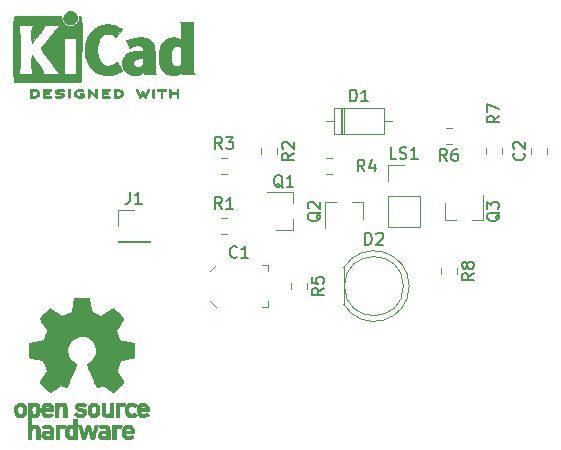
<source format=gto>
G04 #@! TF.GenerationSoftware,KiCad,Pcbnew,(5.0.2)-1*
G04 #@! TF.CreationDate,2019-06-19T11:59:55+10:00*
G04 #@! TF.ProjectId,C-Beeper,432d4265-6570-4657-922e-6b696361645f,rev?*
G04 #@! TF.SameCoordinates,Original*
G04 #@! TF.FileFunction,Legend,Top*
G04 #@! TF.FilePolarity,Positive*
%FSLAX46Y46*%
G04 Gerber Fmt 4.6, Leading zero omitted, Abs format (unit mm)*
G04 Created by KiCad (PCBNEW (5.0.2)-1) date 19/06/2019 11:59:55 AM*
%MOMM*%
%LPD*%
G01*
G04 APERTURE LIST*
%ADD10C,0.010000*%
%ADD11C,0.120000*%
%ADD12C,0.150000*%
G04 APERTURE END LIST*
D10*
G04 #@! TO.C,REF\002A\002A*
G36*
X149971535Y-96868172D02*
X150084117Y-97465363D01*
X150499531Y-97636610D01*
X150914944Y-97807857D01*
X151413302Y-97468978D01*
X151552868Y-97374622D01*
X151679028Y-97290375D01*
X151785895Y-97220083D01*
X151867582Y-97167592D01*
X151918201Y-97136749D01*
X151931986Y-97130098D01*
X151956820Y-97147203D01*
X152009888Y-97194489D01*
X152085240Y-97265917D01*
X152176929Y-97355445D01*
X152279007Y-97457034D01*
X152385526Y-97564643D01*
X152490536Y-97672232D01*
X152588091Y-97773760D01*
X152672242Y-97863186D01*
X152737040Y-97934471D01*
X152776538Y-97981573D01*
X152785980Y-97997337D01*
X152772391Y-98026398D01*
X152734293Y-98090066D01*
X152675694Y-98182112D01*
X152600597Y-98296309D01*
X152513009Y-98426429D01*
X152462254Y-98500646D01*
X152369745Y-98636167D01*
X152287540Y-98758461D01*
X152219630Y-98861440D01*
X152170000Y-98939018D01*
X152142640Y-98985106D01*
X152138529Y-98994792D01*
X152147849Y-99022319D01*
X152173254Y-99086473D01*
X152210911Y-99178235D01*
X152256986Y-99288584D01*
X152307646Y-99408500D01*
X152359059Y-99528964D01*
X152407389Y-99640954D01*
X152448806Y-99735452D01*
X152479474Y-99803437D01*
X152495562Y-99835888D01*
X152496511Y-99837165D01*
X152521772Y-99843362D01*
X152589046Y-99857185D01*
X152691360Y-99877277D01*
X152821741Y-99902279D01*
X152973216Y-99930831D01*
X153061594Y-99947296D01*
X153223452Y-99978114D01*
X153369649Y-100007439D01*
X153492787Y-100033666D01*
X153585469Y-100055191D01*
X153640301Y-100070410D01*
X153651323Y-100075238D01*
X153662119Y-100107919D01*
X153670829Y-100181730D01*
X153677460Y-100288037D01*
X153682018Y-100418212D01*
X153684509Y-100563621D01*
X153684938Y-100715635D01*
X153683311Y-100865622D01*
X153679635Y-101004951D01*
X153673915Y-101124990D01*
X153666158Y-101217110D01*
X153656368Y-101272677D01*
X153650496Y-101284245D01*
X153615399Y-101298110D01*
X153541028Y-101317933D01*
X153437223Y-101341384D01*
X153313819Y-101366136D01*
X153270741Y-101374143D01*
X153063047Y-101412186D01*
X152898984Y-101442824D01*
X152773130Y-101467274D01*
X152680065Y-101486754D01*
X152614367Y-101502481D01*
X152570617Y-101515673D01*
X152543392Y-101527549D01*
X152527272Y-101539325D01*
X152525017Y-101541653D01*
X152502503Y-101579145D01*
X152468158Y-101652110D01*
X152425411Y-101751612D01*
X152377692Y-101868718D01*
X152328430Y-101994493D01*
X152281055Y-102120002D01*
X152238995Y-102236310D01*
X152205680Y-102334484D01*
X152184541Y-102405588D01*
X152179005Y-102440687D01*
X152179466Y-102441917D01*
X152198223Y-102470606D01*
X152240776Y-102533730D01*
X152302653Y-102624718D01*
X152379382Y-102737000D01*
X152466491Y-102864005D01*
X152491299Y-102900098D01*
X152579753Y-103030948D01*
X152657588Y-103150336D01*
X152720566Y-103251407D01*
X152764445Y-103327304D01*
X152784985Y-103371172D01*
X152785980Y-103376562D01*
X152768722Y-103404889D01*
X152721036Y-103461006D01*
X152649050Y-103538882D01*
X152558897Y-103632485D01*
X152456705Y-103735786D01*
X152348606Y-103842751D01*
X152240728Y-103947351D01*
X152139204Y-104043554D01*
X152050162Y-104125329D01*
X151979733Y-104186645D01*
X151934047Y-104221471D01*
X151921409Y-104227157D01*
X151891991Y-104213765D01*
X151831761Y-104177644D01*
X151750530Y-104124881D01*
X151688030Y-104082412D01*
X151574785Y-104004485D01*
X151440674Y-103912729D01*
X151306155Y-103821120D01*
X151233833Y-103772091D01*
X150989038Y-103606515D01*
X150783551Y-103717620D01*
X150689936Y-103766293D01*
X150610330Y-103804126D01*
X150556467Y-103825703D01*
X150542757Y-103828706D01*
X150526270Y-103806538D01*
X150493745Y-103743894D01*
X150447609Y-103646554D01*
X150390290Y-103520294D01*
X150324216Y-103370895D01*
X150251815Y-103204133D01*
X150175516Y-103025787D01*
X150097746Y-102841636D01*
X150020934Y-102657457D01*
X149947506Y-102479030D01*
X149879892Y-102312132D01*
X149820520Y-102162542D01*
X149771816Y-102036038D01*
X149736210Y-101938399D01*
X149716130Y-101875402D01*
X149712900Y-101853766D01*
X149738496Y-101826169D01*
X149794539Y-101781370D01*
X149869311Y-101728679D01*
X149875587Y-101724510D01*
X150068845Y-101569814D01*
X150224674Y-101389336D01*
X150341724Y-101188847D01*
X150418645Y-100974119D01*
X150454086Y-100750922D01*
X150446697Y-100525026D01*
X150395127Y-100302204D01*
X150298026Y-100088224D01*
X150269458Y-100041409D01*
X150120868Y-99852363D01*
X149945327Y-99700557D01*
X149748910Y-99586779D01*
X149537693Y-99511820D01*
X149317753Y-99476467D01*
X149095163Y-99481512D01*
X148876001Y-99527744D01*
X148666342Y-99615951D01*
X148472261Y-99746924D01*
X148412226Y-99800082D01*
X148259435Y-99966484D01*
X148148097Y-100141657D01*
X148071723Y-100338011D01*
X148029187Y-100532462D01*
X148018686Y-100751087D01*
X148053701Y-100970797D01*
X148130673Y-101184165D01*
X148246047Y-101383767D01*
X148396266Y-101562174D01*
X148577773Y-101711962D01*
X148601627Y-101727751D01*
X148677201Y-101779457D01*
X148734651Y-101824257D01*
X148762117Y-101852862D01*
X148762517Y-101853766D01*
X148756620Y-101884709D01*
X148733245Y-101954936D01*
X148694821Y-102058670D01*
X148643777Y-102190135D01*
X148582542Y-102343552D01*
X148513544Y-102513146D01*
X148439214Y-102693138D01*
X148361978Y-102877753D01*
X148284268Y-103061213D01*
X148208511Y-103237741D01*
X148137137Y-103401559D01*
X148072574Y-103546892D01*
X148017252Y-103667962D01*
X147973600Y-103758992D01*
X147944046Y-103814205D01*
X147932144Y-103828706D01*
X147895777Y-103817414D01*
X147827730Y-103787130D01*
X147739737Y-103743265D01*
X147691351Y-103717620D01*
X147485863Y-103606515D01*
X147241068Y-103772091D01*
X147116106Y-103856915D01*
X146979295Y-103950261D01*
X146851089Y-104038153D01*
X146786871Y-104082412D01*
X146696551Y-104143063D01*
X146620071Y-104191126D01*
X146567407Y-104220515D01*
X146550302Y-104226727D01*
X146525405Y-104209968D01*
X146470305Y-104163181D01*
X146390343Y-104091225D01*
X146290861Y-103998957D01*
X146177200Y-103891235D01*
X146105315Y-103822071D01*
X145979551Y-103698502D01*
X145870863Y-103587979D01*
X145783645Y-103495230D01*
X145722289Y-103424982D01*
X145691191Y-103381965D01*
X145688208Y-103373235D01*
X145702053Y-103340029D01*
X145740312Y-103272887D01*
X145798742Y-103178608D01*
X145873097Y-103063990D01*
X145959135Y-102935828D01*
X145983603Y-102900098D01*
X146072755Y-102770234D01*
X146152738Y-102653314D01*
X146219080Y-102555907D01*
X146267311Y-102484584D01*
X146292957Y-102445915D01*
X146295435Y-102441917D01*
X146291729Y-102411100D01*
X146272061Y-102343344D01*
X146239860Y-102247584D01*
X146198555Y-102132754D01*
X146151575Y-102007789D01*
X146102349Y-101881624D01*
X146054308Y-101763193D01*
X146010881Y-101661430D01*
X145975496Y-101585271D01*
X145951584Y-101543649D01*
X145949884Y-101541653D01*
X145935262Y-101529758D01*
X145910565Y-101517995D01*
X145870372Y-101505146D01*
X145809263Y-101489994D01*
X145721817Y-101471321D01*
X145602612Y-101447910D01*
X145446227Y-101418542D01*
X145247243Y-101382000D01*
X145204160Y-101374143D01*
X145076471Y-101349472D01*
X144965153Y-101325338D01*
X144880045Y-101304069D01*
X144830983Y-101287993D01*
X144824405Y-101284245D01*
X144813564Y-101251018D01*
X144804753Y-101176766D01*
X144797976Y-101070121D01*
X144793240Y-100939712D01*
X144790550Y-100794172D01*
X144789913Y-100642131D01*
X144791334Y-100492221D01*
X144794820Y-100353073D01*
X144800376Y-100233317D01*
X144808008Y-100141586D01*
X144817722Y-100086511D01*
X144823578Y-100075238D01*
X144856180Y-100063868D01*
X144930418Y-100045369D01*
X145038896Y-100021347D01*
X145174217Y-99993407D01*
X145328985Y-99963153D01*
X145413308Y-99947296D01*
X145573296Y-99917389D01*
X145715967Y-99890295D01*
X145834348Y-99867376D01*
X145921465Y-99849988D01*
X145970345Y-99839492D01*
X145978390Y-99837165D01*
X145991987Y-99810931D01*
X146020729Y-99747740D01*
X146060785Y-99656622D01*
X146108324Y-99546602D01*
X146159515Y-99426710D01*
X146210526Y-99305972D01*
X146257526Y-99193416D01*
X146296684Y-99098071D01*
X146324169Y-99028962D01*
X146336149Y-98995119D01*
X146336372Y-98993640D01*
X146322791Y-98966942D01*
X146284715Y-98905505D01*
X146226147Y-98815434D01*
X146151088Y-98702835D01*
X146063540Y-98573815D01*
X146012647Y-98499706D01*
X145919909Y-98363822D01*
X145837541Y-98240454D01*
X145769561Y-98135842D01*
X145719988Y-98056228D01*
X145692842Y-98007852D01*
X145688921Y-97997007D01*
X145705775Y-97971765D01*
X145752368Y-97917869D01*
X145822749Y-97841358D01*
X145910965Y-97748268D01*
X146011065Y-97644640D01*
X146117098Y-97536509D01*
X146223111Y-97429915D01*
X146323152Y-97330895D01*
X146411270Y-97245487D01*
X146481513Y-97179730D01*
X146527928Y-97139661D01*
X146543456Y-97130098D01*
X146568739Y-97143545D01*
X146629211Y-97181320D01*
X146718992Y-97239580D01*
X146832203Y-97314479D01*
X146962964Y-97402170D01*
X147061600Y-97468978D01*
X147559957Y-97807857D01*
X147975371Y-97636610D01*
X148390784Y-97465363D01*
X148503366Y-96868172D01*
X148615949Y-96270980D01*
X149858952Y-96270980D01*
X149971535Y-96868172D01*
X149971535Y-96868172D01*
G37*
X149971535Y-96868172D02*
X150084117Y-97465363D01*
X150499531Y-97636610D01*
X150914944Y-97807857D01*
X151413302Y-97468978D01*
X151552868Y-97374622D01*
X151679028Y-97290375D01*
X151785895Y-97220083D01*
X151867582Y-97167592D01*
X151918201Y-97136749D01*
X151931986Y-97130098D01*
X151956820Y-97147203D01*
X152009888Y-97194489D01*
X152085240Y-97265917D01*
X152176929Y-97355445D01*
X152279007Y-97457034D01*
X152385526Y-97564643D01*
X152490536Y-97672232D01*
X152588091Y-97773760D01*
X152672242Y-97863186D01*
X152737040Y-97934471D01*
X152776538Y-97981573D01*
X152785980Y-97997337D01*
X152772391Y-98026398D01*
X152734293Y-98090066D01*
X152675694Y-98182112D01*
X152600597Y-98296309D01*
X152513009Y-98426429D01*
X152462254Y-98500646D01*
X152369745Y-98636167D01*
X152287540Y-98758461D01*
X152219630Y-98861440D01*
X152170000Y-98939018D01*
X152142640Y-98985106D01*
X152138529Y-98994792D01*
X152147849Y-99022319D01*
X152173254Y-99086473D01*
X152210911Y-99178235D01*
X152256986Y-99288584D01*
X152307646Y-99408500D01*
X152359059Y-99528964D01*
X152407389Y-99640954D01*
X152448806Y-99735452D01*
X152479474Y-99803437D01*
X152495562Y-99835888D01*
X152496511Y-99837165D01*
X152521772Y-99843362D01*
X152589046Y-99857185D01*
X152691360Y-99877277D01*
X152821741Y-99902279D01*
X152973216Y-99930831D01*
X153061594Y-99947296D01*
X153223452Y-99978114D01*
X153369649Y-100007439D01*
X153492787Y-100033666D01*
X153585469Y-100055191D01*
X153640301Y-100070410D01*
X153651323Y-100075238D01*
X153662119Y-100107919D01*
X153670829Y-100181730D01*
X153677460Y-100288037D01*
X153682018Y-100418212D01*
X153684509Y-100563621D01*
X153684938Y-100715635D01*
X153683311Y-100865622D01*
X153679635Y-101004951D01*
X153673915Y-101124990D01*
X153666158Y-101217110D01*
X153656368Y-101272677D01*
X153650496Y-101284245D01*
X153615399Y-101298110D01*
X153541028Y-101317933D01*
X153437223Y-101341384D01*
X153313819Y-101366136D01*
X153270741Y-101374143D01*
X153063047Y-101412186D01*
X152898984Y-101442824D01*
X152773130Y-101467274D01*
X152680065Y-101486754D01*
X152614367Y-101502481D01*
X152570617Y-101515673D01*
X152543392Y-101527549D01*
X152527272Y-101539325D01*
X152525017Y-101541653D01*
X152502503Y-101579145D01*
X152468158Y-101652110D01*
X152425411Y-101751612D01*
X152377692Y-101868718D01*
X152328430Y-101994493D01*
X152281055Y-102120002D01*
X152238995Y-102236310D01*
X152205680Y-102334484D01*
X152184541Y-102405588D01*
X152179005Y-102440687D01*
X152179466Y-102441917D01*
X152198223Y-102470606D01*
X152240776Y-102533730D01*
X152302653Y-102624718D01*
X152379382Y-102737000D01*
X152466491Y-102864005D01*
X152491299Y-102900098D01*
X152579753Y-103030948D01*
X152657588Y-103150336D01*
X152720566Y-103251407D01*
X152764445Y-103327304D01*
X152784985Y-103371172D01*
X152785980Y-103376562D01*
X152768722Y-103404889D01*
X152721036Y-103461006D01*
X152649050Y-103538882D01*
X152558897Y-103632485D01*
X152456705Y-103735786D01*
X152348606Y-103842751D01*
X152240728Y-103947351D01*
X152139204Y-104043554D01*
X152050162Y-104125329D01*
X151979733Y-104186645D01*
X151934047Y-104221471D01*
X151921409Y-104227157D01*
X151891991Y-104213765D01*
X151831761Y-104177644D01*
X151750530Y-104124881D01*
X151688030Y-104082412D01*
X151574785Y-104004485D01*
X151440674Y-103912729D01*
X151306155Y-103821120D01*
X151233833Y-103772091D01*
X150989038Y-103606515D01*
X150783551Y-103717620D01*
X150689936Y-103766293D01*
X150610330Y-103804126D01*
X150556467Y-103825703D01*
X150542757Y-103828706D01*
X150526270Y-103806538D01*
X150493745Y-103743894D01*
X150447609Y-103646554D01*
X150390290Y-103520294D01*
X150324216Y-103370895D01*
X150251815Y-103204133D01*
X150175516Y-103025787D01*
X150097746Y-102841636D01*
X150020934Y-102657457D01*
X149947506Y-102479030D01*
X149879892Y-102312132D01*
X149820520Y-102162542D01*
X149771816Y-102036038D01*
X149736210Y-101938399D01*
X149716130Y-101875402D01*
X149712900Y-101853766D01*
X149738496Y-101826169D01*
X149794539Y-101781370D01*
X149869311Y-101728679D01*
X149875587Y-101724510D01*
X150068845Y-101569814D01*
X150224674Y-101389336D01*
X150341724Y-101188847D01*
X150418645Y-100974119D01*
X150454086Y-100750922D01*
X150446697Y-100525026D01*
X150395127Y-100302204D01*
X150298026Y-100088224D01*
X150269458Y-100041409D01*
X150120868Y-99852363D01*
X149945327Y-99700557D01*
X149748910Y-99586779D01*
X149537693Y-99511820D01*
X149317753Y-99476467D01*
X149095163Y-99481512D01*
X148876001Y-99527744D01*
X148666342Y-99615951D01*
X148472261Y-99746924D01*
X148412226Y-99800082D01*
X148259435Y-99966484D01*
X148148097Y-100141657D01*
X148071723Y-100338011D01*
X148029187Y-100532462D01*
X148018686Y-100751087D01*
X148053701Y-100970797D01*
X148130673Y-101184165D01*
X148246047Y-101383767D01*
X148396266Y-101562174D01*
X148577773Y-101711962D01*
X148601627Y-101727751D01*
X148677201Y-101779457D01*
X148734651Y-101824257D01*
X148762117Y-101852862D01*
X148762517Y-101853766D01*
X148756620Y-101884709D01*
X148733245Y-101954936D01*
X148694821Y-102058670D01*
X148643777Y-102190135D01*
X148582542Y-102343552D01*
X148513544Y-102513146D01*
X148439214Y-102693138D01*
X148361978Y-102877753D01*
X148284268Y-103061213D01*
X148208511Y-103237741D01*
X148137137Y-103401559D01*
X148072574Y-103546892D01*
X148017252Y-103667962D01*
X147973600Y-103758992D01*
X147944046Y-103814205D01*
X147932144Y-103828706D01*
X147895777Y-103817414D01*
X147827730Y-103787130D01*
X147739737Y-103743265D01*
X147691351Y-103717620D01*
X147485863Y-103606515D01*
X147241068Y-103772091D01*
X147116106Y-103856915D01*
X146979295Y-103950261D01*
X146851089Y-104038153D01*
X146786871Y-104082412D01*
X146696551Y-104143063D01*
X146620071Y-104191126D01*
X146567407Y-104220515D01*
X146550302Y-104226727D01*
X146525405Y-104209968D01*
X146470305Y-104163181D01*
X146390343Y-104091225D01*
X146290861Y-103998957D01*
X146177200Y-103891235D01*
X146105315Y-103822071D01*
X145979551Y-103698502D01*
X145870863Y-103587979D01*
X145783645Y-103495230D01*
X145722289Y-103424982D01*
X145691191Y-103381965D01*
X145688208Y-103373235D01*
X145702053Y-103340029D01*
X145740312Y-103272887D01*
X145798742Y-103178608D01*
X145873097Y-103063990D01*
X145959135Y-102935828D01*
X145983603Y-102900098D01*
X146072755Y-102770234D01*
X146152738Y-102653314D01*
X146219080Y-102555907D01*
X146267311Y-102484584D01*
X146292957Y-102445915D01*
X146295435Y-102441917D01*
X146291729Y-102411100D01*
X146272061Y-102343344D01*
X146239860Y-102247584D01*
X146198555Y-102132754D01*
X146151575Y-102007789D01*
X146102349Y-101881624D01*
X146054308Y-101763193D01*
X146010881Y-101661430D01*
X145975496Y-101585271D01*
X145951584Y-101543649D01*
X145949884Y-101541653D01*
X145935262Y-101529758D01*
X145910565Y-101517995D01*
X145870372Y-101505146D01*
X145809263Y-101489994D01*
X145721817Y-101471321D01*
X145602612Y-101447910D01*
X145446227Y-101418542D01*
X145247243Y-101382000D01*
X145204160Y-101374143D01*
X145076471Y-101349472D01*
X144965153Y-101325338D01*
X144880045Y-101304069D01*
X144830983Y-101287993D01*
X144824405Y-101284245D01*
X144813564Y-101251018D01*
X144804753Y-101176766D01*
X144797976Y-101070121D01*
X144793240Y-100939712D01*
X144790550Y-100794172D01*
X144789913Y-100642131D01*
X144791334Y-100492221D01*
X144794820Y-100353073D01*
X144800376Y-100233317D01*
X144808008Y-100141586D01*
X144817722Y-100086511D01*
X144823578Y-100075238D01*
X144856180Y-100063868D01*
X144930418Y-100045369D01*
X145038896Y-100021347D01*
X145174217Y-99993407D01*
X145328985Y-99963153D01*
X145413308Y-99947296D01*
X145573296Y-99917389D01*
X145715967Y-99890295D01*
X145834348Y-99867376D01*
X145921465Y-99849988D01*
X145970345Y-99839492D01*
X145978390Y-99837165D01*
X145991987Y-99810931D01*
X146020729Y-99747740D01*
X146060785Y-99656622D01*
X146108324Y-99546602D01*
X146159515Y-99426710D01*
X146210526Y-99305972D01*
X146257526Y-99193416D01*
X146296684Y-99098071D01*
X146324169Y-99028962D01*
X146336149Y-98995119D01*
X146336372Y-98993640D01*
X146322791Y-98966942D01*
X146284715Y-98905505D01*
X146226147Y-98815434D01*
X146151088Y-98702835D01*
X146063540Y-98573815D01*
X146012647Y-98499706D01*
X145919909Y-98363822D01*
X145837541Y-98240454D01*
X145769561Y-98135842D01*
X145719988Y-98056228D01*
X145692842Y-98007852D01*
X145688921Y-97997007D01*
X145705775Y-97971765D01*
X145752368Y-97917869D01*
X145822749Y-97841358D01*
X145910965Y-97748268D01*
X146011065Y-97644640D01*
X146117098Y-97536509D01*
X146223111Y-97429915D01*
X146323152Y-97330895D01*
X146411270Y-97245487D01*
X146481513Y-97179730D01*
X146527928Y-97139661D01*
X146543456Y-97130098D01*
X146568739Y-97143545D01*
X146629211Y-97181320D01*
X146718992Y-97239580D01*
X146832203Y-97314479D01*
X146962964Y-97402170D01*
X147061600Y-97468978D01*
X147559957Y-97807857D01*
X147975371Y-97636610D01*
X148390784Y-97465363D01*
X148503366Y-96868172D01*
X148615949Y-96270980D01*
X149858952Y-96270980D01*
X149971535Y-96868172D01*
G36*
X152788637Y-105122472D02*
X152874290Y-105148641D01*
X152929437Y-105181707D01*
X152947401Y-105207855D01*
X152942457Y-105238852D01*
X152910372Y-105287547D01*
X152883243Y-105322035D01*
X152827317Y-105384383D01*
X152785299Y-105410615D01*
X152749480Y-105408903D01*
X152643224Y-105381863D01*
X152565189Y-105383091D01*
X152501820Y-105413735D01*
X152480546Y-105431670D01*
X152412451Y-105494779D01*
X152412451Y-106318922D01*
X152138529Y-106318922D01*
X152138529Y-105123628D01*
X152275490Y-105123628D01*
X152357719Y-105126879D01*
X152400144Y-105138426D01*
X152412445Y-105160952D01*
X152412451Y-105161620D01*
X152418260Y-105185215D01*
X152444531Y-105182138D01*
X152480931Y-105165115D01*
X152556111Y-105133439D01*
X152617158Y-105114381D01*
X152695708Y-105109496D01*
X152788637Y-105122472D01*
X152788637Y-105122472D01*
G37*
X152788637Y-105122472D02*
X152874290Y-105148641D01*
X152929437Y-105181707D01*
X152947401Y-105207855D01*
X152942457Y-105238852D01*
X152910372Y-105287547D01*
X152883243Y-105322035D01*
X152827317Y-105384383D01*
X152785299Y-105410615D01*
X152749480Y-105408903D01*
X152643224Y-105381863D01*
X152565189Y-105383091D01*
X152501820Y-105413735D01*
X152480546Y-105431670D01*
X152412451Y-105494779D01*
X152412451Y-106318922D01*
X152138529Y-106318922D01*
X152138529Y-105123628D01*
X152275490Y-105123628D01*
X152357719Y-105126879D01*
X152400144Y-105138426D01*
X152412445Y-105160952D01*
X152412451Y-105161620D01*
X152418260Y-105185215D01*
X152444531Y-105182138D01*
X152480931Y-105165115D01*
X152556111Y-105133439D01*
X152617158Y-105114381D01*
X152695708Y-105109496D01*
X152788637Y-105122472D01*
G36*
X147731760Y-105144199D02*
X147793736Y-105173802D01*
X147853759Y-105216561D01*
X147899486Y-105265775D01*
X147932793Y-105328544D01*
X147955555Y-105411971D01*
X147969647Y-105523159D01*
X147976942Y-105669209D01*
X147979318Y-105857223D01*
X147979355Y-105876912D01*
X147979902Y-106318922D01*
X147705980Y-106318922D01*
X147705980Y-105911435D01*
X147705785Y-105760471D01*
X147704436Y-105651056D01*
X147700788Y-105574933D01*
X147693696Y-105523848D01*
X147682013Y-105489545D01*
X147664594Y-105463768D01*
X147640329Y-105438298D01*
X147555435Y-105383571D01*
X147462761Y-105373416D01*
X147374473Y-105408017D01*
X147343770Y-105433770D01*
X147321229Y-105457982D01*
X147305046Y-105483912D01*
X147294168Y-105519708D01*
X147287542Y-105573519D01*
X147284115Y-105653493D01*
X147282834Y-105767779D01*
X147282647Y-105906907D01*
X147282647Y-106318922D01*
X147008725Y-106318922D01*
X147008725Y-105123628D01*
X147145686Y-105123628D01*
X147227916Y-105126879D01*
X147270340Y-105138426D01*
X147282641Y-105160952D01*
X147282647Y-105161620D01*
X147288354Y-105183681D01*
X147313527Y-105181177D01*
X147363578Y-105156937D01*
X147477094Y-105121271D01*
X147606945Y-105117305D01*
X147731760Y-105144199D01*
X147731760Y-105144199D01*
G37*
X147731760Y-105144199D02*
X147793736Y-105173802D01*
X147853759Y-105216561D01*
X147899486Y-105265775D01*
X147932793Y-105328544D01*
X147955555Y-105411971D01*
X147969647Y-105523159D01*
X147976942Y-105669209D01*
X147979318Y-105857223D01*
X147979355Y-105876912D01*
X147979902Y-106318922D01*
X147705980Y-106318922D01*
X147705980Y-105911435D01*
X147705785Y-105760471D01*
X147704436Y-105651056D01*
X147700788Y-105574933D01*
X147693696Y-105523848D01*
X147682013Y-105489545D01*
X147664594Y-105463768D01*
X147640329Y-105438298D01*
X147555435Y-105383571D01*
X147462761Y-105373416D01*
X147374473Y-105408017D01*
X147343770Y-105433770D01*
X147321229Y-105457982D01*
X147305046Y-105483912D01*
X147294168Y-105519708D01*
X147287542Y-105573519D01*
X147284115Y-105653493D01*
X147282834Y-105767779D01*
X147282647Y-105906907D01*
X147282647Y-106318922D01*
X147008725Y-106318922D01*
X147008725Y-105123628D01*
X147145686Y-105123628D01*
X147227916Y-105126879D01*
X147270340Y-105138426D01*
X147282641Y-105160952D01*
X147282647Y-105161620D01*
X147288354Y-105183681D01*
X147313527Y-105181177D01*
X147363578Y-105156937D01*
X147477094Y-105121271D01*
X147606945Y-105117305D01*
X147731760Y-105144199D01*
G36*
X154528287Y-105119355D02*
X154592051Y-105134845D01*
X154714300Y-105191569D01*
X154818834Y-105278202D01*
X154891180Y-105382074D01*
X154901119Y-105405396D01*
X154914754Y-105466484D01*
X154924298Y-105556853D01*
X154927549Y-105648190D01*
X154927549Y-105820882D01*
X154566470Y-105820882D01*
X154417546Y-105821445D01*
X154312632Y-105824864D01*
X154245937Y-105833731D01*
X154211666Y-105850641D01*
X154204028Y-105878189D01*
X154217229Y-105918968D01*
X154240877Y-105966683D01*
X154306843Y-106046314D01*
X154398512Y-106085987D01*
X154510555Y-106084695D01*
X154637472Y-106041514D01*
X154747158Y-105988224D01*
X154838173Y-106060191D01*
X154929188Y-106132157D01*
X154843563Y-106211269D01*
X154729250Y-106286017D01*
X154588666Y-106331084D01*
X154437449Y-106343696D01*
X154291236Y-106321079D01*
X154267647Y-106313405D01*
X154139141Y-106246296D01*
X154043551Y-106146247D01*
X153978861Y-106010271D01*
X153943057Y-105835380D01*
X153942640Y-105831632D01*
X153939434Y-105641032D01*
X153952393Y-105573035D01*
X154205392Y-105573035D01*
X154228627Y-105583491D01*
X154291710Y-105591500D01*
X154384706Y-105596073D01*
X154443638Y-105596765D01*
X154553537Y-105596332D01*
X154622252Y-105593578D01*
X154658405Y-105586321D01*
X154670615Y-105572376D01*
X154667504Y-105549562D01*
X154664894Y-105540735D01*
X154620344Y-105457800D01*
X154550279Y-105390960D01*
X154488446Y-105361589D01*
X154406301Y-105363362D01*
X154323062Y-105399990D01*
X154253238Y-105460634D01*
X154211337Y-105534456D01*
X154205392Y-105573035D01*
X153952393Y-105573035D01*
X153971385Y-105473395D01*
X154034773Y-105332711D01*
X154125878Y-105222974D01*
X154240978Y-105148174D01*
X154376355Y-105112304D01*
X154528287Y-105119355D01*
X154528287Y-105119355D01*
G37*
X154528287Y-105119355D02*
X154592051Y-105134845D01*
X154714300Y-105191569D01*
X154818834Y-105278202D01*
X154891180Y-105382074D01*
X154901119Y-105405396D01*
X154914754Y-105466484D01*
X154924298Y-105556853D01*
X154927549Y-105648190D01*
X154927549Y-105820882D01*
X154566470Y-105820882D01*
X154417546Y-105821445D01*
X154312632Y-105824864D01*
X154245937Y-105833731D01*
X154211666Y-105850641D01*
X154204028Y-105878189D01*
X154217229Y-105918968D01*
X154240877Y-105966683D01*
X154306843Y-106046314D01*
X154398512Y-106085987D01*
X154510555Y-106084695D01*
X154637472Y-106041514D01*
X154747158Y-105988224D01*
X154838173Y-106060191D01*
X154929188Y-106132157D01*
X154843563Y-106211269D01*
X154729250Y-106286017D01*
X154588666Y-106331084D01*
X154437449Y-106343696D01*
X154291236Y-106321079D01*
X154267647Y-106313405D01*
X154139141Y-106246296D01*
X154043551Y-106146247D01*
X153978861Y-106010271D01*
X153943057Y-105835380D01*
X153942640Y-105831632D01*
X153939434Y-105641032D01*
X153952393Y-105573035D01*
X154205392Y-105573035D01*
X154228627Y-105583491D01*
X154291710Y-105591500D01*
X154384706Y-105596073D01*
X154443638Y-105596765D01*
X154553537Y-105596332D01*
X154622252Y-105593578D01*
X154658405Y-105586321D01*
X154670615Y-105572376D01*
X154667504Y-105549562D01*
X154664894Y-105540735D01*
X154620344Y-105457800D01*
X154550279Y-105390960D01*
X154488446Y-105361589D01*
X154406301Y-105363362D01*
X154323062Y-105399990D01*
X154253238Y-105460634D01*
X154211337Y-105534456D01*
X154205392Y-105573035D01*
X153952393Y-105573035D01*
X153971385Y-105473395D01*
X154034773Y-105332711D01*
X154125878Y-105222974D01*
X154240978Y-105148174D01*
X154376355Y-105112304D01*
X154528287Y-105119355D01*
G36*
X153615976Y-105134056D02*
X153760256Y-105195348D01*
X153805699Y-105225185D01*
X153863779Y-105271036D01*
X153900238Y-105307089D01*
X153906568Y-105318832D01*
X153888693Y-105344889D01*
X153842950Y-105389105D01*
X153806328Y-105419965D01*
X153706088Y-105500520D01*
X153626935Y-105433918D01*
X153565769Y-105390921D01*
X153506129Y-105376079D01*
X153437872Y-105379704D01*
X153329482Y-105406652D01*
X153254872Y-105462587D01*
X153209530Y-105553014D01*
X153188947Y-105683435D01*
X153188942Y-105683517D01*
X153190722Y-105829290D01*
X153218387Y-105936245D01*
X153273571Y-106009064D01*
X153311192Y-106033723D01*
X153411105Y-106064431D01*
X153517822Y-106064449D01*
X153610669Y-106034655D01*
X153632647Y-106020098D01*
X153687765Y-105982914D01*
X153730859Y-105976820D01*
X153777335Y-106004496D01*
X153828716Y-106054205D01*
X153910046Y-106138116D01*
X153819749Y-106212546D01*
X153680236Y-106296549D01*
X153522912Y-106337947D01*
X153358503Y-106334950D01*
X153250531Y-106307500D01*
X153124331Y-106239620D01*
X153023401Y-106132831D01*
X152977548Y-106057451D01*
X152940410Y-105949297D01*
X152921827Y-105812318D01*
X152921684Y-105663864D01*
X152939865Y-105521281D01*
X152976255Y-105401918D01*
X152981987Y-105389680D01*
X153066865Y-105269655D01*
X153181782Y-105182267D01*
X153317659Y-105129329D01*
X153465417Y-105112654D01*
X153615976Y-105134056D01*
X153615976Y-105134056D01*
G37*
X153615976Y-105134056D02*
X153760256Y-105195348D01*
X153805699Y-105225185D01*
X153863779Y-105271036D01*
X153900238Y-105307089D01*
X153906568Y-105318832D01*
X153888693Y-105344889D01*
X153842950Y-105389105D01*
X153806328Y-105419965D01*
X153706088Y-105500520D01*
X153626935Y-105433918D01*
X153565769Y-105390921D01*
X153506129Y-105376079D01*
X153437872Y-105379704D01*
X153329482Y-105406652D01*
X153254872Y-105462587D01*
X153209530Y-105553014D01*
X153188947Y-105683435D01*
X153188942Y-105683517D01*
X153190722Y-105829290D01*
X153218387Y-105936245D01*
X153273571Y-106009064D01*
X153311192Y-106033723D01*
X153411105Y-106064431D01*
X153517822Y-106064449D01*
X153610669Y-106034655D01*
X153632647Y-106020098D01*
X153687765Y-105982914D01*
X153730859Y-105976820D01*
X153777335Y-106004496D01*
X153828716Y-106054205D01*
X153910046Y-106138116D01*
X153819749Y-106212546D01*
X153680236Y-106296549D01*
X153522912Y-106337947D01*
X153358503Y-106334950D01*
X153250531Y-106307500D01*
X153124331Y-106239620D01*
X153023401Y-106132831D01*
X152977548Y-106057451D01*
X152940410Y-105949297D01*
X152921827Y-105812318D01*
X152921684Y-105663864D01*
X152939865Y-105521281D01*
X152976255Y-105401918D01*
X152981987Y-105389680D01*
X153066865Y-105269655D01*
X153181782Y-105182267D01*
X153317659Y-105129329D01*
X153465417Y-105112654D01*
X153615976Y-105134056D01*
G36*
X151192254Y-105511245D02*
X151194608Y-105693879D01*
X151203207Y-105832600D01*
X151220360Y-105933147D01*
X151248374Y-106001254D01*
X151289557Y-106042659D01*
X151346217Y-106063097D01*
X151416372Y-106068318D01*
X151489848Y-106062468D01*
X151545657Y-106041093D01*
X151586109Y-105998458D01*
X151613509Y-105928825D01*
X151630167Y-105826460D01*
X151638389Y-105685624D01*
X151640490Y-105511245D01*
X151640490Y-105123628D01*
X151914411Y-105123628D01*
X151914411Y-106318922D01*
X151777451Y-106318922D01*
X151694884Y-106315576D01*
X151652368Y-106303826D01*
X151640490Y-106281520D01*
X151633336Y-106261654D01*
X151604865Y-106265857D01*
X151547476Y-106293971D01*
X151415945Y-106337342D01*
X151276438Y-106334270D01*
X151142765Y-106287174D01*
X151079108Y-106249971D01*
X151030553Y-106209691D01*
X150995081Y-106159291D01*
X150970674Y-106091729D01*
X150955313Y-105999965D01*
X150946982Y-105876955D01*
X150943662Y-105715659D01*
X150943235Y-105590928D01*
X150943235Y-105123628D01*
X151192254Y-105123628D01*
X151192254Y-105511245D01*
X151192254Y-105511245D01*
G37*
X151192254Y-105511245D02*
X151194608Y-105693879D01*
X151203207Y-105832600D01*
X151220360Y-105933147D01*
X151248374Y-106001254D01*
X151289557Y-106042659D01*
X151346217Y-106063097D01*
X151416372Y-106068318D01*
X151489848Y-106062468D01*
X151545657Y-106041093D01*
X151586109Y-105998458D01*
X151613509Y-105928825D01*
X151630167Y-105826460D01*
X151638389Y-105685624D01*
X151640490Y-105511245D01*
X151640490Y-105123628D01*
X151914411Y-105123628D01*
X151914411Y-106318922D01*
X151777451Y-106318922D01*
X151694884Y-106315576D01*
X151652368Y-106303826D01*
X151640490Y-106281520D01*
X151633336Y-106261654D01*
X151604865Y-106265857D01*
X151547476Y-106293971D01*
X151415945Y-106337342D01*
X151276438Y-106334270D01*
X151142765Y-106287174D01*
X151079108Y-106249971D01*
X151030553Y-106209691D01*
X150995081Y-106159291D01*
X150970674Y-106091729D01*
X150955313Y-105999965D01*
X150946982Y-105876955D01*
X150943662Y-105715659D01*
X150943235Y-105590928D01*
X150943235Y-105123628D01*
X151192254Y-105123628D01*
X151192254Y-105511245D01*
G36*
X150434547Y-105138364D02*
X150560502Y-105206959D01*
X150659047Y-105315245D01*
X150705478Y-105403315D01*
X150725412Y-105481101D01*
X150738328Y-105591993D01*
X150743863Y-105719738D01*
X150741654Y-105848084D01*
X150731337Y-105960779D01*
X150719286Y-106020969D01*
X150678634Y-106103311D01*
X150608230Y-106190770D01*
X150523382Y-106267251D01*
X150439397Y-106316655D01*
X150437349Y-106317439D01*
X150333134Y-106339027D01*
X150209627Y-106339562D01*
X150092261Y-106319908D01*
X150046942Y-106304155D01*
X149930220Y-106237966D01*
X149846624Y-106151246D01*
X149791701Y-106036438D01*
X149760995Y-105885982D01*
X149754047Y-105807173D01*
X149754933Y-105708145D01*
X150021862Y-105708145D01*
X150030854Y-105852645D01*
X150056736Y-105962760D01*
X150097868Y-106033116D01*
X150127172Y-106053235D01*
X150202251Y-106067265D01*
X150291494Y-106063111D01*
X150368650Y-106042922D01*
X150388883Y-106031815D01*
X150442265Y-105967123D01*
X150477500Y-105868119D01*
X150492498Y-105747632D01*
X150485172Y-105618494D01*
X150468799Y-105540775D01*
X150421790Y-105450771D01*
X150347582Y-105394509D01*
X150258209Y-105375057D01*
X150165707Y-105395481D01*
X150094653Y-105445437D01*
X150057312Y-105486655D01*
X150035518Y-105527281D01*
X150025130Y-105582264D01*
X150022006Y-105666549D01*
X150021862Y-105708145D01*
X149754933Y-105708145D01*
X149755930Y-105596874D01*
X149790180Y-105424423D01*
X149856802Y-105289814D01*
X149955799Y-105193040D01*
X150087175Y-105134094D01*
X150115385Y-105127259D01*
X150284926Y-105111213D01*
X150434547Y-105138364D01*
X150434547Y-105138364D01*
G37*
X150434547Y-105138364D02*
X150560502Y-105206959D01*
X150659047Y-105315245D01*
X150705478Y-105403315D01*
X150725412Y-105481101D01*
X150738328Y-105591993D01*
X150743863Y-105719738D01*
X150741654Y-105848084D01*
X150731337Y-105960779D01*
X150719286Y-106020969D01*
X150678634Y-106103311D01*
X150608230Y-106190770D01*
X150523382Y-106267251D01*
X150439397Y-106316655D01*
X150437349Y-106317439D01*
X150333134Y-106339027D01*
X150209627Y-106339562D01*
X150092261Y-106319908D01*
X150046942Y-106304155D01*
X149930220Y-106237966D01*
X149846624Y-106151246D01*
X149791701Y-106036438D01*
X149760995Y-105885982D01*
X149754047Y-105807173D01*
X149754933Y-105708145D01*
X150021862Y-105708145D01*
X150030854Y-105852645D01*
X150056736Y-105962760D01*
X150097868Y-106033116D01*
X150127172Y-106053235D01*
X150202251Y-106067265D01*
X150291494Y-106063111D01*
X150368650Y-106042922D01*
X150388883Y-106031815D01*
X150442265Y-105967123D01*
X150477500Y-105868119D01*
X150492498Y-105747632D01*
X150485172Y-105618494D01*
X150468799Y-105540775D01*
X150421790Y-105450771D01*
X150347582Y-105394509D01*
X150258209Y-105375057D01*
X150165707Y-105395481D01*
X150094653Y-105445437D01*
X150057312Y-105486655D01*
X150035518Y-105527281D01*
X150025130Y-105582264D01*
X150022006Y-105666549D01*
X150021862Y-105708145D01*
X149754933Y-105708145D01*
X149755930Y-105596874D01*
X149790180Y-105424423D01*
X149856802Y-105289814D01*
X149955799Y-105193040D01*
X150087175Y-105134094D01*
X150115385Y-105127259D01*
X150284926Y-105111213D01*
X150434547Y-105138364D01*
G36*
X149252759Y-105119345D02*
X149347059Y-105137229D01*
X149444890Y-105174633D01*
X149455343Y-105179402D01*
X149529531Y-105218412D01*
X149580910Y-105254664D01*
X149597517Y-105277887D01*
X149581702Y-105315761D01*
X149543288Y-105371644D01*
X149526237Y-105392505D01*
X149455969Y-105474618D01*
X149365379Y-105421168D01*
X149279164Y-105385561D01*
X149179549Y-105366529D01*
X149084019Y-105365326D01*
X149010061Y-105383210D01*
X148992312Y-105394373D01*
X148958512Y-105445553D01*
X148954404Y-105504509D01*
X148979696Y-105550567D01*
X148994656Y-105559499D01*
X149039486Y-105570592D01*
X149118286Y-105583630D01*
X149215426Y-105596088D01*
X149233346Y-105598042D01*
X149389365Y-105625030D01*
X149502523Y-105670873D01*
X149577569Y-105739803D01*
X149619253Y-105836054D01*
X149632238Y-105953617D01*
X149614299Y-106087254D01*
X149556050Y-106192195D01*
X149457255Y-106268630D01*
X149317682Y-106316748D01*
X149162745Y-106335732D01*
X149036398Y-106335504D01*
X148933913Y-106318262D01*
X148863921Y-106294457D01*
X148775483Y-106252978D01*
X148693754Y-106204842D01*
X148664705Y-106183655D01*
X148590000Y-106122676D01*
X148680098Y-106031508D01*
X148770196Y-105940339D01*
X148872632Y-106008128D01*
X148975374Y-106059042D01*
X149085087Y-106085673D01*
X149190551Y-106088483D01*
X149280546Y-106067935D01*
X149343854Y-106024493D01*
X149364296Y-105987838D01*
X149361229Y-105929053D01*
X149310434Y-105884099D01*
X149212048Y-105853057D01*
X149104256Y-105838710D01*
X148938365Y-105811337D01*
X148815124Y-105759693D01*
X148732886Y-105682266D01*
X148690001Y-105577544D01*
X148684060Y-105453387D01*
X148713406Y-105323702D01*
X148780309Y-105225677D01*
X148885371Y-105158866D01*
X149029190Y-105122820D01*
X149135738Y-105115754D01*
X149252759Y-105119345D01*
X149252759Y-105119345D01*
G37*
X149252759Y-105119345D02*
X149347059Y-105137229D01*
X149444890Y-105174633D01*
X149455343Y-105179402D01*
X149529531Y-105218412D01*
X149580910Y-105254664D01*
X149597517Y-105277887D01*
X149581702Y-105315761D01*
X149543288Y-105371644D01*
X149526237Y-105392505D01*
X149455969Y-105474618D01*
X149365379Y-105421168D01*
X149279164Y-105385561D01*
X149179549Y-105366529D01*
X149084019Y-105365326D01*
X149010061Y-105383210D01*
X148992312Y-105394373D01*
X148958512Y-105445553D01*
X148954404Y-105504509D01*
X148979696Y-105550567D01*
X148994656Y-105559499D01*
X149039486Y-105570592D01*
X149118286Y-105583630D01*
X149215426Y-105596088D01*
X149233346Y-105598042D01*
X149389365Y-105625030D01*
X149502523Y-105670873D01*
X149577569Y-105739803D01*
X149619253Y-105836054D01*
X149632238Y-105953617D01*
X149614299Y-106087254D01*
X149556050Y-106192195D01*
X149457255Y-106268630D01*
X149317682Y-106316748D01*
X149162745Y-106335732D01*
X149036398Y-106335504D01*
X148933913Y-106318262D01*
X148863921Y-106294457D01*
X148775483Y-106252978D01*
X148693754Y-106204842D01*
X148664705Y-106183655D01*
X148590000Y-106122676D01*
X148680098Y-106031508D01*
X148770196Y-105940339D01*
X148872632Y-106008128D01*
X148975374Y-106059042D01*
X149085087Y-106085673D01*
X149190551Y-106088483D01*
X149280546Y-106067935D01*
X149343854Y-106024493D01*
X149364296Y-105987838D01*
X149361229Y-105929053D01*
X149310434Y-105884099D01*
X149212048Y-105853057D01*
X149104256Y-105838710D01*
X148938365Y-105811337D01*
X148815124Y-105759693D01*
X148732886Y-105682266D01*
X148690001Y-105577544D01*
X148684060Y-105453387D01*
X148713406Y-105323702D01*
X148780309Y-105225677D01*
X148885371Y-105158866D01*
X149029190Y-105122820D01*
X149135738Y-105115754D01*
X149252759Y-105119345D01*
G36*
X146538204Y-105151354D02*
X146563019Y-105163037D01*
X146648906Y-105225951D01*
X146730121Y-105317769D01*
X146790764Y-105418868D01*
X146808012Y-105465349D01*
X146823749Y-105548376D01*
X146833133Y-105648713D01*
X146834272Y-105690147D01*
X146834411Y-105820882D01*
X146081953Y-105820882D01*
X146097993Y-105889363D01*
X146137363Y-105970355D01*
X146206194Y-106040351D01*
X146288081Y-106085441D01*
X146340263Y-106094804D01*
X146411029Y-106083441D01*
X146495460Y-106054943D01*
X146524142Y-106041831D01*
X146630209Y-105988858D01*
X146720728Y-106057901D01*
X146772961Y-106104597D01*
X146800753Y-106143140D01*
X146802160Y-106154452D01*
X146777332Y-106181868D01*
X146722917Y-106223532D01*
X146673528Y-106256037D01*
X146540252Y-106314468D01*
X146390839Y-106340915D01*
X146242751Y-106334039D01*
X146124705Y-106298096D01*
X146003018Y-106221101D01*
X145916540Y-106119728D01*
X145862441Y-105988570D01*
X145837891Y-105822224D01*
X145835714Y-105746108D01*
X145844427Y-105571685D01*
X145845497Y-105566611D01*
X146094827Y-105566611D01*
X146101694Y-105582968D01*
X146129917Y-105591988D01*
X146188127Y-105595854D01*
X146284958Y-105596749D01*
X146322243Y-105596765D01*
X146435683Y-105595413D01*
X146507622Y-105590505D01*
X146546313Y-105580760D01*
X146560005Y-105564899D01*
X146560490Y-105559805D01*
X146544863Y-105519326D01*
X146505753Y-105462621D01*
X146488939Y-105442766D01*
X146426519Y-105386611D01*
X146361453Y-105364532D01*
X146326397Y-105362686D01*
X146231558Y-105385766D01*
X146152027Y-105447759D01*
X146101577Y-105537802D01*
X146100683Y-105540735D01*
X146094827Y-105566611D01*
X145845497Y-105566611D01*
X145873399Y-105434343D01*
X145925590Y-105324461D01*
X145989421Y-105246461D01*
X146107433Y-105161882D01*
X146246158Y-105116686D01*
X146393710Y-105112600D01*
X146538204Y-105151354D01*
X146538204Y-105151354D01*
G37*
X146538204Y-105151354D02*
X146563019Y-105163037D01*
X146648906Y-105225951D01*
X146730121Y-105317769D01*
X146790764Y-105418868D01*
X146808012Y-105465349D01*
X146823749Y-105548376D01*
X146833133Y-105648713D01*
X146834272Y-105690147D01*
X146834411Y-105820882D01*
X146081953Y-105820882D01*
X146097993Y-105889363D01*
X146137363Y-105970355D01*
X146206194Y-106040351D01*
X146288081Y-106085441D01*
X146340263Y-106094804D01*
X146411029Y-106083441D01*
X146495460Y-106054943D01*
X146524142Y-106041831D01*
X146630209Y-105988858D01*
X146720728Y-106057901D01*
X146772961Y-106104597D01*
X146800753Y-106143140D01*
X146802160Y-106154452D01*
X146777332Y-106181868D01*
X146722917Y-106223532D01*
X146673528Y-106256037D01*
X146540252Y-106314468D01*
X146390839Y-106340915D01*
X146242751Y-106334039D01*
X146124705Y-106298096D01*
X146003018Y-106221101D01*
X145916540Y-106119728D01*
X145862441Y-105988570D01*
X145837891Y-105822224D01*
X145835714Y-105746108D01*
X145844427Y-105571685D01*
X145845497Y-105566611D01*
X146094827Y-105566611D01*
X146101694Y-105582968D01*
X146129917Y-105591988D01*
X146188127Y-105595854D01*
X146284958Y-105596749D01*
X146322243Y-105596765D01*
X146435683Y-105595413D01*
X146507622Y-105590505D01*
X146546313Y-105580760D01*
X146560005Y-105564899D01*
X146560490Y-105559805D01*
X146544863Y-105519326D01*
X146505753Y-105462621D01*
X146488939Y-105442766D01*
X146426519Y-105386611D01*
X146361453Y-105364532D01*
X146326397Y-105362686D01*
X146231558Y-105385766D01*
X146152027Y-105447759D01*
X146101577Y-105537802D01*
X146100683Y-105540735D01*
X146094827Y-105566611D01*
X145845497Y-105566611D01*
X145873399Y-105434343D01*
X145925590Y-105324461D01*
X145989421Y-105246461D01*
X146107433Y-105161882D01*
X146246158Y-105116686D01*
X146393710Y-105112600D01*
X146538204Y-105151354D01*
G36*
X144198247Y-105136568D02*
X144328522Y-105194163D01*
X144427419Y-105290334D01*
X144495082Y-105425229D01*
X144531655Y-105598996D01*
X144534276Y-105626126D01*
X144536330Y-105817408D01*
X144509699Y-105985073D01*
X144456001Y-106120967D01*
X144427247Y-106164681D01*
X144327091Y-106257198D01*
X144199537Y-106317119D01*
X144056837Y-106341985D01*
X143911240Y-106329339D01*
X143800562Y-106290391D01*
X143705384Y-106224755D01*
X143627594Y-106138699D01*
X143626249Y-106136685D01*
X143594657Y-106083570D01*
X143574127Y-106030160D01*
X143561695Y-105962754D01*
X143554397Y-105867653D01*
X143551182Y-105789666D01*
X143549844Y-105718944D01*
X143798814Y-105718944D01*
X143801247Y-105789348D01*
X143810080Y-105883068D01*
X143825664Y-105943214D01*
X143853766Y-105986006D01*
X143880086Y-106011002D01*
X143973392Y-106063338D01*
X144071020Y-106070333D01*
X144161942Y-106032676D01*
X144207402Y-105990479D01*
X144240162Y-105947956D01*
X144259323Y-105907267D01*
X144267733Y-105854314D01*
X144268237Y-105774997D01*
X144265645Y-105701950D01*
X144260071Y-105597601D01*
X144251234Y-105529920D01*
X144235307Y-105485774D01*
X144208462Y-105452031D01*
X144187189Y-105432746D01*
X144098206Y-105382086D01*
X144002211Y-105379560D01*
X143921719Y-105409567D01*
X143853053Y-105472231D01*
X143812144Y-105575168D01*
X143798814Y-105718944D01*
X143549844Y-105718944D01*
X143548246Y-105634582D01*
X143553260Y-105518600D01*
X143568283Y-105431367D01*
X143595376Y-105362530D01*
X143636600Y-105301737D01*
X143651885Y-105283686D01*
X143747454Y-105193746D01*
X143849961Y-105141211D01*
X143975321Y-105119201D01*
X144036450Y-105117402D01*
X144198247Y-105136568D01*
X144198247Y-105136568D01*
G37*
X144198247Y-105136568D02*
X144328522Y-105194163D01*
X144427419Y-105290334D01*
X144495082Y-105425229D01*
X144531655Y-105598996D01*
X144534276Y-105626126D01*
X144536330Y-105817408D01*
X144509699Y-105985073D01*
X144456001Y-106120967D01*
X144427247Y-106164681D01*
X144327091Y-106257198D01*
X144199537Y-106317119D01*
X144056837Y-106341985D01*
X143911240Y-106329339D01*
X143800562Y-106290391D01*
X143705384Y-106224755D01*
X143627594Y-106138699D01*
X143626249Y-106136685D01*
X143594657Y-106083570D01*
X143574127Y-106030160D01*
X143561695Y-105962754D01*
X143554397Y-105867653D01*
X143551182Y-105789666D01*
X143549844Y-105718944D01*
X143798814Y-105718944D01*
X143801247Y-105789348D01*
X143810080Y-105883068D01*
X143825664Y-105943214D01*
X143853766Y-105986006D01*
X143880086Y-106011002D01*
X143973392Y-106063338D01*
X144071020Y-106070333D01*
X144161942Y-106032676D01*
X144207402Y-105990479D01*
X144240162Y-105947956D01*
X144259323Y-105907267D01*
X144267733Y-105854314D01*
X144268237Y-105774997D01*
X144265645Y-105701950D01*
X144260071Y-105597601D01*
X144251234Y-105529920D01*
X144235307Y-105485774D01*
X144208462Y-105452031D01*
X144187189Y-105432746D01*
X144098206Y-105382086D01*
X144002211Y-105379560D01*
X143921719Y-105409567D01*
X143853053Y-105472231D01*
X143812144Y-105575168D01*
X143798814Y-105718944D01*
X143549844Y-105718944D01*
X143548246Y-105634582D01*
X143553260Y-105518600D01*
X143568283Y-105431367D01*
X143595376Y-105362530D01*
X143636600Y-105301737D01*
X143651885Y-105283686D01*
X143747454Y-105193746D01*
X143849961Y-105141211D01*
X143975321Y-105119201D01*
X144036450Y-105117402D01*
X144198247Y-105136568D01*
G36*
X153250307Y-106997784D02*
X153369337Y-107028731D01*
X153469021Y-107092600D01*
X153517288Y-107140313D01*
X153596408Y-107253106D01*
X153641752Y-107383950D01*
X153657330Y-107544792D01*
X153657410Y-107557794D01*
X153657549Y-107688530D01*
X152905091Y-107688530D01*
X152921130Y-107757010D01*
X152950091Y-107819031D01*
X153000778Y-107883654D01*
X153011379Y-107893971D01*
X153102494Y-107949805D01*
X153206400Y-107959275D01*
X153326000Y-107922540D01*
X153346274Y-107912647D01*
X153408456Y-107882574D01*
X153450106Y-107865440D01*
X153457373Y-107863855D01*
X153482740Y-107879242D01*
X153531120Y-107916887D01*
X153555679Y-107937459D01*
X153606570Y-107984714D01*
X153623281Y-108015917D01*
X153611683Y-108044620D01*
X153605483Y-108052468D01*
X153563493Y-108086819D01*
X153494206Y-108128565D01*
X153445882Y-108152935D01*
X153308711Y-108195873D01*
X153156847Y-108209786D01*
X153013024Y-108193300D01*
X152972745Y-108181496D01*
X152848078Y-108114689D01*
X152755671Y-108011892D01*
X152694990Y-107872105D01*
X152665498Y-107694330D01*
X152662260Y-107601373D01*
X152671714Y-107466033D01*
X152910490Y-107466033D01*
X152933584Y-107476038D01*
X152995662Y-107483888D01*
X153085914Y-107488521D01*
X153147058Y-107489314D01*
X153257040Y-107488549D01*
X153326457Y-107484970D01*
X153364538Y-107476649D01*
X153380515Y-107461657D01*
X153383627Y-107439903D01*
X153362278Y-107372892D01*
X153308529Y-107306664D01*
X153237822Y-107255832D01*
X153167089Y-107235038D01*
X153071016Y-107253484D01*
X152987849Y-107306811D01*
X152930186Y-107383677D01*
X152910490Y-107466033D01*
X152671714Y-107466033D01*
X152676028Y-107404291D01*
X152718520Y-107247271D01*
X152790635Y-107129069D01*
X152893273Y-107048440D01*
X153027332Y-107004139D01*
X153099957Y-106995607D01*
X153250307Y-106997784D01*
X153250307Y-106997784D01*
G37*
X153250307Y-106997784D02*
X153369337Y-107028731D01*
X153469021Y-107092600D01*
X153517288Y-107140313D01*
X153596408Y-107253106D01*
X153641752Y-107383950D01*
X153657330Y-107544792D01*
X153657410Y-107557794D01*
X153657549Y-107688530D01*
X152905091Y-107688530D01*
X152921130Y-107757010D01*
X152950091Y-107819031D01*
X153000778Y-107883654D01*
X153011379Y-107893971D01*
X153102494Y-107949805D01*
X153206400Y-107959275D01*
X153326000Y-107922540D01*
X153346274Y-107912647D01*
X153408456Y-107882574D01*
X153450106Y-107865440D01*
X153457373Y-107863855D01*
X153482740Y-107879242D01*
X153531120Y-107916887D01*
X153555679Y-107937459D01*
X153606570Y-107984714D01*
X153623281Y-108015917D01*
X153611683Y-108044620D01*
X153605483Y-108052468D01*
X153563493Y-108086819D01*
X153494206Y-108128565D01*
X153445882Y-108152935D01*
X153308711Y-108195873D01*
X153156847Y-108209786D01*
X153013024Y-108193300D01*
X152972745Y-108181496D01*
X152848078Y-108114689D01*
X152755671Y-108011892D01*
X152694990Y-107872105D01*
X152665498Y-107694330D01*
X152662260Y-107601373D01*
X152671714Y-107466033D01*
X152910490Y-107466033D01*
X152933584Y-107476038D01*
X152995662Y-107483888D01*
X153085914Y-107488521D01*
X153147058Y-107489314D01*
X153257040Y-107488549D01*
X153326457Y-107484970D01*
X153364538Y-107476649D01*
X153380515Y-107461657D01*
X153383627Y-107439903D01*
X153362278Y-107372892D01*
X153308529Y-107306664D01*
X153237822Y-107255832D01*
X153167089Y-107235038D01*
X153071016Y-107253484D01*
X152987849Y-107306811D01*
X152930186Y-107383677D01*
X152910490Y-107466033D01*
X152671714Y-107466033D01*
X152676028Y-107404291D01*
X152718520Y-107247271D01*
X152790635Y-107129069D01*
X152893273Y-107048440D01*
X153027332Y-107004139D01*
X153099957Y-106995607D01*
X153250307Y-106997784D01*
G36*
X152463446Y-106990883D02*
X152559177Y-107009755D01*
X152613677Y-107037699D01*
X152671008Y-107084123D01*
X152589441Y-107187111D01*
X152539150Y-107249479D01*
X152505001Y-107279907D01*
X152471063Y-107284555D01*
X152421406Y-107269586D01*
X152398096Y-107261117D01*
X152303063Y-107248622D01*
X152216032Y-107275406D01*
X152152138Y-107335915D01*
X152141759Y-107355208D01*
X152130456Y-107406314D01*
X152121732Y-107500500D01*
X152115997Y-107631089D01*
X152113660Y-107791405D01*
X152113627Y-107814211D01*
X152113627Y-108211471D01*
X151839705Y-108211471D01*
X151839705Y-106991275D01*
X151976666Y-106991275D01*
X152055638Y-106993337D01*
X152096779Y-107002513D01*
X152111992Y-107023290D01*
X152113627Y-107042886D01*
X152113627Y-107094497D01*
X152179240Y-107042886D01*
X152254475Y-107007675D01*
X152355544Y-106990265D01*
X152463446Y-106990883D01*
X152463446Y-106990883D01*
G37*
X152463446Y-106990883D02*
X152559177Y-107009755D01*
X152613677Y-107037699D01*
X152671008Y-107084123D01*
X152589441Y-107187111D01*
X152539150Y-107249479D01*
X152505001Y-107279907D01*
X152471063Y-107284555D01*
X152421406Y-107269586D01*
X152398096Y-107261117D01*
X152303063Y-107248622D01*
X152216032Y-107275406D01*
X152152138Y-107335915D01*
X152141759Y-107355208D01*
X152130456Y-107406314D01*
X152121732Y-107500500D01*
X152115997Y-107631089D01*
X152113660Y-107791405D01*
X152113627Y-107814211D01*
X152113627Y-108211471D01*
X151839705Y-108211471D01*
X151839705Y-106991275D01*
X151976666Y-106991275D01*
X152055638Y-106993337D01*
X152096779Y-107002513D01*
X152111992Y-107023290D01*
X152113627Y-107042886D01*
X152113627Y-107094497D01*
X152179240Y-107042886D01*
X152254475Y-107007675D01*
X152355544Y-106990265D01*
X152463446Y-106990883D01*
G36*
X151281459Y-106998669D02*
X151386420Y-107024163D01*
X151416761Y-107037669D01*
X151475573Y-107073046D01*
X151520709Y-107112890D01*
X151554106Y-107164120D01*
X151577701Y-107233654D01*
X151593433Y-107328409D01*
X151603239Y-107455305D01*
X151609057Y-107621258D01*
X151611266Y-107732108D01*
X151619396Y-108211471D01*
X151480531Y-108211471D01*
X151396287Y-108207938D01*
X151352884Y-108195866D01*
X151341666Y-108175594D01*
X151335744Y-108153674D01*
X151309266Y-108157865D01*
X151273186Y-108175441D01*
X151182862Y-108202382D01*
X151066777Y-108209642D01*
X150944680Y-108197767D01*
X150836321Y-108167305D01*
X150826602Y-108163077D01*
X150727568Y-108093505D01*
X150662281Y-107996789D01*
X150632240Y-107883738D01*
X150634535Y-107843122D01*
X150879633Y-107843122D01*
X150901229Y-107897782D01*
X150965259Y-107936952D01*
X151068565Y-107957974D01*
X151123774Y-107960766D01*
X151215782Y-107953620D01*
X151276941Y-107925848D01*
X151291862Y-107912647D01*
X151332287Y-107840829D01*
X151341666Y-107775686D01*
X151341666Y-107688530D01*
X151220269Y-107688530D01*
X151079153Y-107695722D01*
X150980173Y-107718345D01*
X150917633Y-107757964D01*
X150903631Y-107775628D01*
X150879633Y-107843122D01*
X150634535Y-107843122D01*
X150638941Y-107765157D01*
X150683880Y-107651855D01*
X150745196Y-107575285D01*
X150782332Y-107542181D01*
X150818687Y-107520425D01*
X150865990Y-107507161D01*
X150935973Y-107499528D01*
X151040364Y-107494670D01*
X151081770Y-107493273D01*
X151341666Y-107484780D01*
X151341285Y-107406116D01*
X151331219Y-107323428D01*
X151294829Y-107273431D01*
X151221311Y-107241489D01*
X151219339Y-107240920D01*
X151115105Y-107228361D01*
X151013108Y-107244766D01*
X150937305Y-107284657D01*
X150906890Y-107304354D01*
X150874132Y-107301629D01*
X150823721Y-107273091D01*
X150794119Y-107252950D01*
X150736218Y-107209919D01*
X150700352Y-107177662D01*
X150694597Y-107168427D01*
X150718295Y-107120636D01*
X150788313Y-107063562D01*
X150818725Y-107044305D01*
X150906155Y-107011140D01*
X151023983Y-106992350D01*
X151154866Y-106988129D01*
X151281459Y-106998669D01*
X151281459Y-106998669D01*
G37*
X151281459Y-106998669D02*
X151386420Y-107024163D01*
X151416761Y-107037669D01*
X151475573Y-107073046D01*
X151520709Y-107112890D01*
X151554106Y-107164120D01*
X151577701Y-107233654D01*
X151593433Y-107328409D01*
X151603239Y-107455305D01*
X151609057Y-107621258D01*
X151611266Y-107732108D01*
X151619396Y-108211471D01*
X151480531Y-108211471D01*
X151396287Y-108207938D01*
X151352884Y-108195866D01*
X151341666Y-108175594D01*
X151335744Y-108153674D01*
X151309266Y-108157865D01*
X151273186Y-108175441D01*
X151182862Y-108202382D01*
X151066777Y-108209642D01*
X150944680Y-108197767D01*
X150836321Y-108167305D01*
X150826602Y-108163077D01*
X150727568Y-108093505D01*
X150662281Y-107996789D01*
X150632240Y-107883738D01*
X150634535Y-107843122D01*
X150879633Y-107843122D01*
X150901229Y-107897782D01*
X150965259Y-107936952D01*
X151068565Y-107957974D01*
X151123774Y-107960766D01*
X151215782Y-107953620D01*
X151276941Y-107925848D01*
X151291862Y-107912647D01*
X151332287Y-107840829D01*
X151341666Y-107775686D01*
X151341666Y-107688530D01*
X151220269Y-107688530D01*
X151079153Y-107695722D01*
X150980173Y-107718345D01*
X150917633Y-107757964D01*
X150903631Y-107775628D01*
X150879633Y-107843122D01*
X150634535Y-107843122D01*
X150638941Y-107765157D01*
X150683880Y-107651855D01*
X150745196Y-107575285D01*
X150782332Y-107542181D01*
X150818687Y-107520425D01*
X150865990Y-107507161D01*
X150935973Y-107499528D01*
X151040364Y-107494670D01*
X151081770Y-107493273D01*
X151341666Y-107484780D01*
X151341285Y-107406116D01*
X151331219Y-107323428D01*
X151294829Y-107273431D01*
X151221311Y-107241489D01*
X151219339Y-107240920D01*
X151115105Y-107228361D01*
X151013108Y-107244766D01*
X150937305Y-107284657D01*
X150906890Y-107304354D01*
X150874132Y-107301629D01*
X150823721Y-107273091D01*
X150794119Y-107252950D01*
X150736218Y-107209919D01*
X150700352Y-107177662D01*
X150694597Y-107168427D01*
X150718295Y-107120636D01*
X150788313Y-107063562D01*
X150818725Y-107044305D01*
X150906155Y-107011140D01*
X151023983Y-106992350D01*
X151154866Y-106988129D01*
X151281459Y-106998669D01*
G36*
X149782528Y-106996332D02*
X149881014Y-107003726D01*
X150009776Y-107389706D01*
X150138537Y-107775686D01*
X150178911Y-107638726D01*
X150203207Y-107554083D01*
X150235167Y-107439697D01*
X150269679Y-107313963D01*
X150287928Y-107246520D01*
X150356571Y-106991275D01*
X150639773Y-106991275D01*
X150555122Y-107258971D01*
X150513435Y-107390638D01*
X150463074Y-107549458D01*
X150410481Y-107715128D01*
X150363530Y-107862843D01*
X150256589Y-108199020D01*
X150025661Y-108214044D01*
X149963050Y-108007316D01*
X149924438Y-107878896D01*
X149882300Y-107737322D01*
X149845472Y-107612285D01*
X149844018Y-107607309D01*
X149816511Y-107522586D01*
X149792242Y-107464778D01*
X149775243Y-107442918D01*
X149771750Y-107445446D01*
X149759490Y-107479336D01*
X149736195Y-107551930D01*
X149704700Y-107654101D01*
X149667842Y-107776720D01*
X149647899Y-107844167D01*
X149539895Y-108211471D01*
X149310679Y-108211471D01*
X149127439Y-107632500D01*
X149075963Y-107470091D01*
X149029070Y-107322602D01*
X148988977Y-107196960D01*
X148957897Y-107100095D01*
X148938045Y-107038934D01*
X148932011Y-107021065D01*
X148936788Y-107002768D01*
X148974297Y-106994755D01*
X149052355Y-106995557D01*
X149064574Y-106996163D01*
X149209326Y-107003726D01*
X149304130Y-107352353D01*
X149338977Y-107479497D01*
X149370117Y-107591265D01*
X149394809Y-107677953D01*
X149410312Y-107729856D01*
X149413176Y-107738318D01*
X149425046Y-107728587D01*
X149448983Y-107678172D01*
X149482239Y-107593935D01*
X149522064Y-107482741D01*
X149555730Y-107382297D01*
X149684041Y-106988939D01*
X149782528Y-106996332D01*
X149782528Y-106996332D01*
G37*
X149782528Y-106996332D02*
X149881014Y-107003726D01*
X150009776Y-107389706D01*
X150138537Y-107775686D01*
X150178911Y-107638726D01*
X150203207Y-107554083D01*
X150235167Y-107439697D01*
X150269679Y-107313963D01*
X150287928Y-107246520D01*
X150356571Y-106991275D01*
X150639773Y-106991275D01*
X150555122Y-107258971D01*
X150513435Y-107390638D01*
X150463074Y-107549458D01*
X150410481Y-107715128D01*
X150363530Y-107862843D01*
X150256589Y-108199020D01*
X150025661Y-108214044D01*
X149963050Y-108007316D01*
X149924438Y-107878896D01*
X149882300Y-107737322D01*
X149845472Y-107612285D01*
X149844018Y-107607309D01*
X149816511Y-107522586D01*
X149792242Y-107464778D01*
X149775243Y-107442918D01*
X149771750Y-107445446D01*
X149759490Y-107479336D01*
X149736195Y-107551930D01*
X149704700Y-107654101D01*
X149667842Y-107776720D01*
X149647899Y-107844167D01*
X149539895Y-108211471D01*
X149310679Y-108211471D01*
X149127439Y-107632500D01*
X149075963Y-107470091D01*
X149029070Y-107322602D01*
X148988977Y-107196960D01*
X148957897Y-107100095D01*
X148938045Y-107038934D01*
X148932011Y-107021065D01*
X148936788Y-107002768D01*
X148974297Y-106994755D01*
X149052355Y-106995557D01*
X149064574Y-106996163D01*
X149209326Y-107003726D01*
X149304130Y-107352353D01*
X149338977Y-107479497D01*
X149370117Y-107591265D01*
X149394809Y-107677953D01*
X149410312Y-107729856D01*
X149413176Y-107738318D01*
X149425046Y-107728587D01*
X149448983Y-107678172D01*
X149482239Y-107593935D01*
X149522064Y-107482741D01*
X149555730Y-107382297D01*
X149684041Y-106988939D01*
X149782528Y-106996332D01*
G36*
X148826568Y-108211471D02*
X148689607Y-108211471D01*
X148610111Y-108209140D01*
X148568708Y-108199488D01*
X148553801Y-108178525D01*
X148552647Y-108164351D01*
X148550133Y-108135927D01*
X148534280Y-108130475D01*
X148492621Y-108147998D01*
X148460224Y-108164351D01*
X148335849Y-108203103D01*
X148200646Y-108205346D01*
X148090726Y-108176444D01*
X147988366Y-108106619D01*
X147910340Y-108003555D01*
X147867614Y-107881989D01*
X147866526Y-107875192D01*
X147860178Y-107801032D01*
X147857021Y-107694570D01*
X147857275Y-107614052D01*
X148129289Y-107614052D01*
X148135590Y-107721070D01*
X148149925Y-107809278D01*
X148169331Y-107859090D01*
X148242746Y-107927162D01*
X148329914Y-107951564D01*
X148419804Y-107931831D01*
X148496617Y-107872968D01*
X148525708Y-107833379D01*
X148542717Y-107786138D01*
X148550684Y-107717181D01*
X148552647Y-107613607D01*
X148549134Y-107511039D01*
X148539857Y-107420921D01*
X148526706Y-107360613D01*
X148524514Y-107355208D01*
X148471478Y-107290940D01*
X148394067Y-107255656D01*
X148307454Y-107249959D01*
X148226807Y-107274453D01*
X148167297Y-107329742D01*
X148161124Y-107340743D01*
X148141801Y-107407827D01*
X148131274Y-107504284D01*
X148129289Y-107614052D01*
X147857275Y-107614052D01*
X147857404Y-107573225D01*
X147859194Y-107507918D01*
X147871373Y-107346355D01*
X147896685Y-107225053D01*
X147938793Y-107135379D01*
X148001359Y-107068699D01*
X148062100Y-107029557D01*
X148146964Y-107002040D01*
X148252515Y-106992603D01*
X148360598Y-107000290D01*
X148453058Y-107024146D01*
X148501910Y-107052685D01*
X148552647Y-107098601D01*
X148552647Y-106518137D01*
X148826568Y-106518137D01*
X148826568Y-108211471D01*
X148826568Y-108211471D01*
G37*
X148826568Y-108211471D02*
X148689607Y-108211471D01*
X148610111Y-108209140D01*
X148568708Y-108199488D01*
X148553801Y-108178525D01*
X148552647Y-108164351D01*
X148550133Y-108135927D01*
X148534280Y-108130475D01*
X148492621Y-108147998D01*
X148460224Y-108164351D01*
X148335849Y-108203103D01*
X148200646Y-108205346D01*
X148090726Y-108176444D01*
X147988366Y-108106619D01*
X147910340Y-108003555D01*
X147867614Y-107881989D01*
X147866526Y-107875192D01*
X147860178Y-107801032D01*
X147857021Y-107694570D01*
X147857275Y-107614052D01*
X148129289Y-107614052D01*
X148135590Y-107721070D01*
X148149925Y-107809278D01*
X148169331Y-107859090D01*
X148242746Y-107927162D01*
X148329914Y-107951564D01*
X148419804Y-107931831D01*
X148496617Y-107872968D01*
X148525708Y-107833379D01*
X148542717Y-107786138D01*
X148550684Y-107717181D01*
X148552647Y-107613607D01*
X148549134Y-107511039D01*
X148539857Y-107420921D01*
X148526706Y-107360613D01*
X148524514Y-107355208D01*
X148471478Y-107290940D01*
X148394067Y-107255656D01*
X148307454Y-107249959D01*
X148226807Y-107274453D01*
X148167297Y-107329742D01*
X148161124Y-107340743D01*
X148141801Y-107407827D01*
X148131274Y-107504284D01*
X148129289Y-107614052D01*
X147857275Y-107614052D01*
X147857404Y-107573225D01*
X147859194Y-107507918D01*
X147871373Y-107346355D01*
X147896685Y-107225053D01*
X147938793Y-107135379D01*
X148001359Y-107068699D01*
X148062100Y-107029557D01*
X148146964Y-107002040D01*
X148252515Y-106992603D01*
X148360598Y-107000290D01*
X148453058Y-107024146D01*
X148501910Y-107052685D01*
X148552647Y-107098601D01*
X148552647Y-106518137D01*
X148826568Y-106518137D01*
X148826568Y-108211471D01*
G36*
X147257764Y-106993921D02*
X147295030Y-107005091D01*
X147307043Y-107029633D01*
X147307549Y-107040712D01*
X147309704Y-107071572D01*
X147324551Y-107076417D01*
X147364657Y-107055260D01*
X147388480Y-107040806D01*
X147463638Y-107009850D01*
X147553406Y-106994544D01*
X147647529Y-106993367D01*
X147735754Y-107004799D01*
X147807826Y-107027320D01*
X147853492Y-107059409D01*
X147862498Y-107099545D01*
X147857953Y-107110415D01*
X147824821Y-107155534D01*
X147773445Y-107211026D01*
X147764152Y-107219996D01*
X147715182Y-107261245D01*
X147672931Y-107274572D01*
X147613841Y-107265271D01*
X147590169Y-107259090D01*
X147516504Y-107244246D01*
X147464710Y-107250921D01*
X147420969Y-107274465D01*
X147380902Y-107306061D01*
X147351392Y-107345798D01*
X147330884Y-107401252D01*
X147317824Y-107480003D01*
X147310656Y-107589629D01*
X147307824Y-107737706D01*
X147307549Y-107827111D01*
X147307549Y-108211471D01*
X147058529Y-108211471D01*
X147058529Y-106991275D01*
X147183039Y-106991275D01*
X147257764Y-106993921D01*
X147257764Y-106993921D01*
G37*
X147257764Y-106993921D02*
X147295030Y-107005091D01*
X147307043Y-107029633D01*
X147307549Y-107040712D01*
X147309704Y-107071572D01*
X147324551Y-107076417D01*
X147364657Y-107055260D01*
X147388480Y-107040806D01*
X147463638Y-107009850D01*
X147553406Y-106994544D01*
X147647529Y-106993367D01*
X147735754Y-107004799D01*
X147807826Y-107027320D01*
X147853492Y-107059409D01*
X147862498Y-107099545D01*
X147857953Y-107110415D01*
X147824821Y-107155534D01*
X147773445Y-107211026D01*
X147764152Y-107219996D01*
X147715182Y-107261245D01*
X147672931Y-107274572D01*
X147613841Y-107265271D01*
X147590169Y-107259090D01*
X147516504Y-107244246D01*
X147464710Y-107250921D01*
X147420969Y-107274465D01*
X147380902Y-107306061D01*
X147351392Y-107345798D01*
X147330884Y-107401252D01*
X147317824Y-107480003D01*
X147310656Y-107589629D01*
X147307824Y-107737706D01*
X147307549Y-107827111D01*
X147307549Y-108211471D01*
X147058529Y-108211471D01*
X147058529Y-106991275D01*
X147183039Y-106991275D01*
X147257764Y-106993921D01*
G36*
X146483720Y-107000922D02*
X146600870Y-107032180D01*
X146690051Y-107088837D01*
X146752984Y-107163045D01*
X146772548Y-107194716D01*
X146786992Y-107227891D01*
X146797089Y-107270329D01*
X146803615Y-107329788D01*
X146807342Y-107414029D01*
X146809046Y-107530810D01*
X146809500Y-107687890D01*
X146809509Y-107729565D01*
X146809509Y-108211471D01*
X146689980Y-108211471D01*
X146613739Y-108206131D01*
X146557366Y-108192604D01*
X146543242Y-108184262D01*
X146504630Y-108169864D01*
X146465192Y-108184262D01*
X146400262Y-108202237D01*
X146305945Y-108209472D01*
X146201407Y-108206333D01*
X146105811Y-108193186D01*
X146050000Y-108176318D01*
X145941998Y-108106986D01*
X145874503Y-108010772D01*
X145844159Y-107882844D01*
X145843877Y-107879559D01*
X145846540Y-107822808D01*
X146087353Y-107822808D01*
X146108405Y-107887358D01*
X146142697Y-107923686D01*
X146211532Y-107951162D01*
X146302390Y-107962129D01*
X146395042Y-107956731D01*
X146469256Y-107935110D01*
X146490049Y-107921239D01*
X146526381Y-107857143D01*
X146535588Y-107784278D01*
X146535588Y-107688530D01*
X146397827Y-107688530D01*
X146266953Y-107698605D01*
X146167741Y-107727148D01*
X146106023Y-107771639D01*
X146087353Y-107822808D01*
X145846540Y-107822808D01*
X145850436Y-107739790D01*
X145896534Y-107629282D01*
X145983200Y-107545712D01*
X145995179Y-107538110D01*
X146046655Y-107513357D01*
X146110368Y-107498368D01*
X146199435Y-107491082D01*
X146305245Y-107489407D01*
X146535588Y-107489314D01*
X146535588Y-107392755D01*
X146525817Y-107317836D01*
X146500884Y-107267644D01*
X146497965Y-107264972D01*
X146442481Y-107243015D01*
X146358727Y-107234505D01*
X146266167Y-107238687D01*
X146184270Y-107254809D01*
X146135673Y-107278990D01*
X146109341Y-107298359D01*
X146081535Y-107302057D01*
X146043161Y-107286188D01*
X145985125Y-107246855D01*
X145898331Y-107180164D01*
X145890365Y-107173916D01*
X145894447Y-107150800D01*
X145928501Y-107112352D01*
X145980260Y-107069627D01*
X146037455Y-107033679D01*
X146055425Y-107025191D01*
X146120972Y-107008252D01*
X146217020Y-106996170D01*
X146324329Y-106991323D01*
X146329347Y-106991313D01*
X146483720Y-107000922D01*
X146483720Y-107000922D01*
G37*
X146483720Y-107000922D02*
X146600870Y-107032180D01*
X146690051Y-107088837D01*
X146752984Y-107163045D01*
X146772548Y-107194716D01*
X146786992Y-107227891D01*
X146797089Y-107270329D01*
X146803615Y-107329788D01*
X146807342Y-107414029D01*
X146809046Y-107530810D01*
X146809500Y-107687890D01*
X146809509Y-107729565D01*
X146809509Y-108211471D01*
X146689980Y-108211471D01*
X146613739Y-108206131D01*
X146557366Y-108192604D01*
X146543242Y-108184262D01*
X146504630Y-108169864D01*
X146465192Y-108184262D01*
X146400262Y-108202237D01*
X146305945Y-108209472D01*
X146201407Y-108206333D01*
X146105811Y-108193186D01*
X146050000Y-108176318D01*
X145941998Y-108106986D01*
X145874503Y-108010772D01*
X145844159Y-107882844D01*
X145843877Y-107879559D01*
X145846540Y-107822808D01*
X146087353Y-107822808D01*
X146108405Y-107887358D01*
X146142697Y-107923686D01*
X146211532Y-107951162D01*
X146302390Y-107962129D01*
X146395042Y-107956731D01*
X146469256Y-107935110D01*
X146490049Y-107921239D01*
X146526381Y-107857143D01*
X146535588Y-107784278D01*
X146535588Y-107688530D01*
X146397827Y-107688530D01*
X146266953Y-107698605D01*
X146167741Y-107727148D01*
X146106023Y-107771639D01*
X146087353Y-107822808D01*
X145846540Y-107822808D01*
X145850436Y-107739790D01*
X145896534Y-107629282D01*
X145983200Y-107545712D01*
X145995179Y-107538110D01*
X146046655Y-107513357D01*
X146110368Y-107498368D01*
X146199435Y-107491082D01*
X146305245Y-107489407D01*
X146535588Y-107489314D01*
X146535588Y-107392755D01*
X146525817Y-107317836D01*
X146500884Y-107267644D01*
X146497965Y-107264972D01*
X146442481Y-107243015D01*
X146358727Y-107234505D01*
X146266167Y-107238687D01*
X146184270Y-107254809D01*
X146135673Y-107278990D01*
X146109341Y-107298359D01*
X146081535Y-107302057D01*
X146043161Y-107286188D01*
X145985125Y-107246855D01*
X145898331Y-107180164D01*
X145890365Y-107173916D01*
X145894447Y-107150800D01*
X145928501Y-107112352D01*
X145980260Y-107069627D01*
X146037455Y-107033679D01*
X146055425Y-107025191D01*
X146120972Y-107008252D01*
X146217020Y-106996170D01*
X146324329Y-106991323D01*
X146329347Y-106991313D01*
X146483720Y-107000922D01*
G36*
X145444909Y-105144560D02*
X145497412Y-105170499D01*
X145562158Y-105215700D01*
X145609347Y-105264991D01*
X145641665Y-105326885D01*
X145661797Y-105409896D01*
X145672430Y-105522538D01*
X145676247Y-105673324D01*
X145676470Y-105738149D01*
X145675818Y-105880221D01*
X145673112Y-105981757D01*
X145667224Y-106052015D01*
X145657027Y-106100256D01*
X145641394Y-106135738D01*
X145625128Y-106159943D01*
X145521295Y-106262929D01*
X145399021Y-106324874D01*
X145267114Y-106343506D01*
X145134384Y-106316549D01*
X145092333Y-106297486D01*
X144991666Y-106245015D01*
X144991666Y-107067259D01*
X145065135Y-107029267D01*
X145161941Y-106999872D01*
X145280928Y-106992342D01*
X145399745Y-107006245D01*
X145489473Y-107037476D01*
X145563899Y-107096954D01*
X145627490Y-107182066D01*
X145632271Y-107190805D01*
X145652437Y-107231966D01*
X145667165Y-107273454D01*
X145677303Y-107323713D01*
X145683699Y-107391184D01*
X145687201Y-107484309D01*
X145688658Y-107611531D01*
X145688921Y-107754701D01*
X145688921Y-108211471D01*
X145415000Y-108211471D01*
X145415000Y-107369231D01*
X145338383Y-107304763D01*
X145258793Y-107253194D01*
X145183422Y-107243818D01*
X145107633Y-107267947D01*
X145067241Y-107291574D01*
X145037179Y-107325227D01*
X145015797Y-107376087D01*
X145001450Y-107451334D01*
X144992490Y-107558146D01*
X144987270Y-107703704D01*
X144985431Y-107800588D01*
X144979215Y-108199020D01*
X144848480Y-108206547D01*
X144717745Y-108214073D01*
X144717745Y-105741582D01*
X144991666Y-105741582D01*
X144998650Y-105879423D01*
X145022182Y-105975107D01*
X145066135Y-106034641D01*
X145134382Y-106064029D01*
X145203333Y-106069902D01*
X145281386Y-106063154D01*
X145333189Y-106036594D01*
X145365583Y-106001499D01*
X145391084Y-105963752D01*
X145406265Y-105921700D01*
X145413019Y-105862779D01*
X145413241Y-105774428D01*
X145410968Y-105700448D01*
X145405749Y-105589000D01*
X145397979Y-105515833D01*
X145384895Y-105469422D01*
X145363732Y-105438244D01*
X145343760Y-105420223D01*
X145260314Y-105380925D01*
X145161551Y-105374579D01*
X145104841Y-105388116D01*
X145048692Y-105436233D01*
X145011499Y-105529833D01*
X144993472Y-105668254D01*
X144991666Y-105741582D01*
X144717745Y-105741582D01*
X144717745Y-105123628D01*
X144854705Y-105123628D01*
X144936935Y-105126879D01*
X144979360Y-105138426D01*
X144991661Y-105160952D01*
X144991666Y-105161620D01*
X144997374Y-105183681D01*
X145022547Y-105181176D01*
X145072598Y-105156935D01*
X145189219Y-105119851D01*
X145320429Y-105115953D01*
X145444909Y-105144560D01*
X145444909Y-105144560D01*
G37*
X145444909Y-105144560D02*
X145497412Y-105170499D01*
X145562158Y-105215700D01*
X145609347Y-105264991D01*
X145641665Y-105326885D01*
X145661797Y-105409896D01*
X145672430Y-105522538D01*
X145676247Y-105673324D01*
X145676470Y-105738149D01*
X145675818Y-105880221D01*
X145673112Y-105981757D01*
X145667224Y-106052015D01*
X145657027Y-106100256D01*
X145641394Y-106135738D01*
X145625128Y-106159943D01*
X145521295Y-106262929D01*
X145399021Y-106324874D01*
X145267114Y-106343506D01*
X145134384Y-106316549D01*
X145092333Y-106297486D01*
X144991666Y-106245015D01*
X144991666Y-107067259D01*
X145065135Y-107029267D01*
X145161941Y-106999872D01*
X145280928Y-106992342D01*
X145399745Y-107006245D01*
X145489473Y-107037476D01*
X145563899Y-107096954D01*
X145627490Y-107182066D01*
X145632271Y-107190805D01*
X145652437Y-107231966D01*
X145667165Y-107273454D01*
X145677303Y-107323713D01*
X145683699Y-107391184D01*
X145687201Y-107484309D01*
X145688658Y-107611531D01*
X145688921Y-107754701D01*
X145688921Y-108211471D01*
X145415000Y-108211471D01*
X145415000Y-107369231D01*
X145338383Y-107304763D01*
X145258793Y-107253194D01*
X145183422Y-107243818D01*
X145107633Y-107267947D01*
X145067241Y-107291574D01*
X145037179Y-107325227D01*
X145015797Y-107376087D01*
X145001450Y-107451334D01*
X144992490Y-107558146D01*
X144987270Y-107703704D01*
X144985431Y-107800588D01*
X144979215Y-108199020D01*
X144848480Y-108206547D01*
X144717745Y-108214073D01*
X144717745Y-105741582D01*
X144991666Y-105741582D01*
X144998650Y-105879423D01*
X145022182Y-105975107D01*
X145066135Y-106034641D01*
X145134382Y-106064029D01*
X145203333Y-106069902D01*
X145281386Y-106063154D01*
X145333189Y-106036594D01*
X145365583Y-106001499D01*
X145391084Y-105963752D01*
X145406265Y-105921700D01*
X145413019Y-105862779D01*
X145413241Y-105774428D01*
X145410968Y-105700448D01*
X145405749Y-105589000D01*
X145397979Y-105515833D01*
X145384895Y-105469422D01*
X145363732Y-105438244D01*
X145343760Y-105420223D01*
X145260314Y-105380925D01*
X145161551Y-105374579D01*
X145104841Y-105388116D01*
X145048692Y-105436233D01*
X145011499Y-105529833D01*
X144993472Y-105668254D01*
X144991666Y-105741582D01*
X144717745Y-105741582D01*
X144717745Y-105123628D01*
X144854705Y-105123628D01*
X144936935Y-105126879D01*
X144979360Y-105138426D01*
X144991661Y-105160952D01*
X144991666Y-105161620D01*
X144997374Y-105183681D01*
X145022547Y-105181176D01*
X145072598Y-105156935D01*
X145189219Y-105119851D01*
X145320429Y-105115953D01*
X145444909Y-105144560D01*
G36*
X145020337Y-78565258D02*
X145059819Y-78565659D01*
X145175508Y-78568451D01*
X145272397Y-78576742D01*
X145353789Y-78591424D01*
X145422985Y-78613385D01*
X145483288Y-78643514D01*
X145538000Y-78682702D01*
X145557541Y-78699724D01*
X145589958Y-78739555D01*
X145619188Y-78793605D01*
X145641717Y-78853515D01*
X145654029Y-78910931D01*
X145655308Y-78932148D01*
X145647291Y-78990961D01*
X145625809Y-79055205D01*
X145594709Y-79116013D01*
X145557842Y-79164522D01*
X145551854Y-79170374D01*
X145501129Y-79211513D01*
X145445583Y-79243627D01*
X145382012Y-79267557D01*
X145307214Y-79284145D01*
X145217986Y-79294233D01*
X145111126Y-79298661D01*
X145062180Y-79299037D01*
X144999946Y-79298737D01*
X144956180Y-79297484D01*
X144926777Y-79294746D01*
X144907629Y-79289993D01*
X144894631Y-79282693D01*
X144887663Y-79276459D01*
X144881082Y-79268886D01*
X144875920Y-79259116D01*
X144872005Y-79244532D01*
X144869165Y-79222518D01*
X144867228Y-79190456D01*
X144866024Y-79145728D01*
X144865380Y-79085718D01*
X144865125Y-79007809D01*
X144865086Y-78932148D01*
X144864838Y-78831233D01*
X144864891Y-78750619D01*
X144865851Y-78712014D01*
X145011841Y-78712014D01*
X145011841Y-79152281D01*
X145104974Y-79152196D01*
X145161015Y-79150588D01*
X145219709Y-79146448D01*
X145268680Y-79140656D01*
X145270170Y-79140418D01*
X145349316Y-79121282D01*
X145410706Y-79091479D01*
X145457403Y-79049070D01*
X145487073Y-79003153D01*
X145505355Y-78952218D01*
X145503937Y-78904392D01*
X145482720Y-78853125D01*
X145441219Y-78800091D01*
X145383710Y-78760792D01*
X145308958Y-78734523D01*
X145259000Y-78725227D01*
X145202292Y-78718699D01*
X145142189Y-78713974D01*
X145091069Y-78712009D01*
X145088041Y-78712000D01*
X145011841Y-78712014D01*
X144865851Y-78712014D01*
X144866448Y-78688043D01*
X144870710Y-78641247D01*
X144878878Y-78607970D01*
X144892152Y-78585951D01*
X144911734Y-78572931D01*
X144938825Y-78566649D01*
X144974626Y-78564845D01*
X145020337Y-78565258D01*
X145020337Y-78565258D01*
G37*
X145020337Y-78565258D02*
X145059819Y-78565659D01*
X145175508Y-78568451D01*
X145272397Y-78576742D01*
X145353789Y-78591424D01*
X145422985Y-78613385D01*
X145483288Y-78643514D01*
X145538000Y-78682702D01*
X145557541Y-78699724D01*
X145589958Y-78739555D01*
X145619188Y-78793605D01*
X145641717Y-78853515D01*
X145654029Y-78910931D01*
X145655308Y-78932148D01*
X145647291Y-78990961D01*
X145625809Y-79055205D01*
X145594709Y-79116013D01*
X145557842Y-79164522D01*
X145551854Y-79170374D01*
X145501129Y-79211513D01*
X145445583Y-79243627D01*
X145382012Y-79267557D01*
X145307214Y-79284145D01*
X145217986Y-79294233D01*
X145111126Y-79298661D01*
X145062180Y-79299037D01*
X144999946Y-79298737D01*
X144956180Y-79297484D01*
X144926777Y-79294746D01*
X144907629Y-79289993D01*
X144894631Y-79282693D01*
X144887663Y-79276459D01*
X144881082Y-79268886D01*
X144875920Y-79259116D01*
X144872005Y-79244532D01*
X144869165Y-79222518D01*
X144867228Y-79190456D01*
X144866024Y-79145728D01*
X144865380Y-79085718D01*
X144865125Y-79007809D01*
X144865086Y-78932148D01*
X144864838Y-78831233D01*
X144864891Y-78750619D01*
X144865851Y-78712014D01*
X145011841Y-78712014D01*
X145011841Y-79152281D01*
X145104974Y-79152196D01*
X145161015Y-79150588D01*
X145219709Y-79146448D01*
X145268680Y-79140656D01*
X145270170Y-79140418D01*
X145349316Y-79121282D01*
X145410706Y-79091479D01*
X145457403Y-79049070D01*
X145487073Y-79003153D01*
X145505355Y-78952218D01*
X145503937Y-78904392D01*
X145482720Y-78853125D01*
X145441219Y-78800091D01*
X145383710Y-78760792D01*
X145308958Y-78734523D01*
X145259000Y-78725227D01*
X145202292Y-78718699D01*
X145142189Y-78713974D01*
X145091069Y-78712009D01*
X145088041Y-78712000D01*
X145011841Y-78712014D01*
X144865851Y-78712014D01*
X144866448Y-78688043D01*
X144870710Y-78641247D01*
X144878878Y-78607970D01*
X144892152Y-78585951D01*
X144911734Y-78572931D01*
X144938825Y-78566649D01*
X144974626Y-78564845D01*
X145020337Y-78565258D01*
G36*
X146428914Y-78565338D02*
X146498322Y-78565710D01*
X146550711Y-78566577D01*
X146588861Y-78568138D01*
X146615549Y-78570595D01*
X146633555Y-78574149D01*
X146645659Y-78579002D01*
X146654639Y-78585353D01*
X146657890Y-78588276D01*
X146677665Y-78619334D01*
X146681226Y-78655020D01*
X146668217Y-78686702D01*
X146662202Y-78693105D01*
X146652473Y-78699313D01*
X146636807Y-78704102D01*
X146612300Y-78707706D01*
X146576047Y-78710356D01*
X146525143Y-78712287D01*
X146456682Y-78713731D01*
X146394091Y-78714610D01*
X146146374Y-78717659D01*
X146142989Y-78782570D01*
X146139603Y-78847481D01*
X146307750Y-78847481D01*
X146380749Y-78848111D01*
X146434191Y-78850745D01*
X146471080Y-78856501D01*
X146494420Y-78866496D01*
X146507214Y-78881848D01*
X146512466Y-78903674D01*
X146513263Y-78923930D01*
X146510785Y-78948784D01*
X146501431Y-78967098D01*
X146482325Y-78979829D01*
X146450590Y-78987933D01*
X146403349Y-78992368D01*
X146337725Y-78994091D01*
X146301907Y-78994237D01*
X146140730Y-78994237D01*
X146140730Y-79152281D01*
X146389086Y-79152281D01*
X146470495Y-79152394D01*
X146532366Y-79152904D01*
X146577740Y-79154062D01*
X146609654Y-79156122D01*
X146631149Y-79159338D01*
X146645265Y-79163964D01*
X146655040Y-79170251D01*
X146660019Y-79174859D01*
X146677098Y-79201752D01*
X146682597Y-79225659D01*
X146674745Y-79254859D01*
X146660019Y-79276459D01*
X146652162Y-79283258D01*
X146642020Y-79288538D01*
X146626864Y-79292490D01*
X146603967Y-79295305D01*
X146570599Y-79297174D01*
X146524033Y-79298290D01*
X146461541Y-79298843D01*
X146380394Y-79299025D01*
X146338286Y-79299037D01*
X146248110Y-79298957D01*
X146177784Y-79298590D01*
X146124579Y-79297744D01*
X146085768Y-79296228D01*
X146058621Y-79293851D01*
X146040410Y-79290421D01*
X146028408Y-79285746D01*
X146019886Y-79279636D01*
X146016552Y-79276459D01*
X146009953Y-79268862D01*
X146004781Y-79259062D01*
X146000862Y-79244431D01*
X145998024Y-79222344D01*
X145996093Y-79190174D01*
X145994896Y-79145295D01*
X145994260Y-79085081D01*
X145994011Y-79006905D01*
X145993974Y-78934115D01*
X145994008Y-78840899D01*
X145994243Y-78767623D01*
X145994878Y-78711650D01*
X145996114Y-78670343D01*
X145998152Y-78641064D01*
X146001191Y-78621176D01*
X146005431Y-78608042D01*
X146011073Y-78599024D01*
X146018317Y-78591485D01*
X146020102Y-78589804D01*
X146028763Y-78582364D01*
X146038826Y-78576601D01*
X146053083Y-78572304D01*
X146074325Y-78569256D01*
X146105344Y-78567243D01*
X146148931Y-78566052D01*
X146207877Y-78565467D01*
X146284974Y-78565275D01*
X146339707Y-78565259D01*
X146428914Y-78565338D01*
X146428914Y-78565338D01*
G37*
X146428914Y-78565338D02*
X146498322Y-78565710D01*
X146550711Y-78566577D01*
X146588861Y-78568138D01*
X146615549Y-78570595D01*
X146633555Y-78574149D01*
X146645659Y-78579002D01*
X146654639Y-78585353D01*
X146657890Y-78588276D01*
X146677665Y-78619334D01*
X146681226Y-78655020D01*
X146668217Y-78686702D01*
X146662202Y-78693105D01*
X146652473Y-78699313D01*
X146636807Y-78704102D01*
X146612300Y-78707706D01*
X146576047Y-78710356D01*
X146525143Y-78712287D01*
X146456682Y-78713731D01*
X146394091Y-78714610D01*
X146146374Y-78717659D01*
X146142989Y-78782570D01*
X146139603Y-78847481D01*
X146307750Y-78847481D01*
X146380749Y-78848111D01*
X146434191Y-78850745D01*
X146471080Y-78856501D01*
X146494420Y-78866496D01*
X146507214Y-78881848D01*
X146512466Y-78903674D01*
X146513263Y-78923930D01*
X146510785Y-78948784D01*
X146501431Y-78967098D01*
X146482325Y-78979829D01*
X146450590Y-78987933D01*
X146403349Y-78992368D01*
X146337725Y-78994091D01*
X146301907Y-78994237D01*
X146140730Y-78994237D01*
X146140730Y-79152281D01*
X146389086Y-79152281D01*
X146470495Y-79152394D01*
X146532366Y-79152904D01*
X146577740Y-79154062D01*
X146609654Y-79156122D01*
X146631149Y-79159338D01*
X146645265Y-79163964D01*
X146655040Y-79170251D01*
X146660019Y-79174859D01*
X146677098Y-79201752D01*
X146682597Y-79225659D01*
X146674745Y-79254859D01*
X146660019Y-79276459D01*
X146652162Y-79283258D01*
X146642020Y-79288538D01*
X146626864Y-79292490D01*
X146603967Y-79295305D01*
X146570599Y-79297174D01*
X146524033Y-79298290D01*
X146461541Y-79298843D01*
X146380394Y-79299025D01*
X146338286Y-79299037D01*
X146248110Y-79298957D01*
X146177784Y-79298590D01*
X146124579Y-79297744D01*
X146085768Y-79296228D01*
X146058621Y-79293851D01*
X146040410Y-79290421D01*
X146028408Y-79285746D01*
X146019886Y-79279636D01*
X146016552Y-79276459D01*
X146009953Y-79268862D01*
X146004781Y-79259062D01*
X146000862Y-79244431D01*
X145998024Y-79222344D01*
X145996093Y-79190174D01*
X145994896Y-79145295D01*
X145994260Y-79085081D01*
X145994011Y-79006905D01*
X145993974Y-78934115D01*
X145994008Y-78840899D01*
X145994243Y-78767623D01*
X145994878Y-78711650D01*
X145996114Y-78670343D01*
X145998152Y-78641064D01*
X146001191Y-78621176D01*
X146005431Y-78608042D01*
X146011073Y-78599024D01*
X146018317Y-78591485D01*
X146020102Y-78589804D01*
X146028763Y-78582364D01*
X146038826Y-78576601D01*
X146053083Y-78572304D01*
X146074325Y-78569256D01*
X146105344Y-78567243D01*
X146148931Y-78566052D01*
X146207877Y-78565467D01*
X146284974Y-78565275D01*
X146339707Y-78565259D01*
X146428914Y-78565338D01*
G36*
X147450005Y-78566543D02*
X147524820Y-78571773D01*
X147594402Y-78579942D01*
X147654706Y-78590742D01*
X147701688Y-78603865D01*
X147731302Y-78619005D01*
X147735848Y-78623461D01*
X147751654Y-78658042D01*
X147746861Y-78693543D01*
X147722344Y-78723917D01*
X147721174Y-78724788D01*
X147706754Y-78734146D01*
X147691700Y-78739068D01*
X147670703Y-78739665D01*
X147638451Y-78736053D01*
X147589635Y-78728346D01*
X147585708Y-78727697D01*
X147512969Y-78718761D01*
X147434491Y-78714353D01*
X147355781Y-78714311D01*
X147282347Y-78718471D01*
X147219697Y-78726671D01*
X147173338Y-78738749D01*
X147170292Y-78739963D01*
X147136660Y-78758807D01*
X147124844Y-78777877D01*
X147134094Y-78796631D01*
X147163661Y-78814529D01*
X147212797Y-78831029D01*
X147280751Y-78845588D01*
X147326063Y-78852598D01*
X147420252Y-78866081D01*
X147495164Y-78878406D01*
X147553991Y-78890641D01*
X147599923Y-78903853D01*
X147636153Y-78919109D01*
X147665870Y-78937477D01*
X147692266Y-78960023D01*
X147713478Y-78982163D01*
X147738643Y-79013011D01*
X147751027Y-79039537D01*
X147754900Y-79072218D01*
X147755041Y-79084187D01*
X147752132Y-79123904D01*
X147740506Y-79153451D01*
X147720385Y-79179678D01*
X147679492Y-79219768D01*
X147633891Y-79250341D01*
X147580195Y-79272395D01*
X147515016Y-79286927D01*
X147434964Y-79294933D01*
X147336651Y-79297410D01*
X147320419Y-79297369D01*
X147254859Y-79296010D01*
X147189842Y-79292922D01*
X147132456Y-79288548D01*
X147089786Y-79283332D01*
X147086336Y-79282733D01*
X147043912Y-79272683D01*
X147007928Y-79259988D01*
X146987558Y-79248382D01*
X146968601Y-79217764D01*
X146967281Y-79182110D01*
X146983623Y-79150336D01*
X146987279Y-79146743D01*
X147002393Y-79136068D01*
X147021293Y-79131468D01*
X147050546Y-79132251D01*
X147086057Y-79136319D01*
X147125738Y-79139954D01*
X147181363Y-79143020D01*
X147246302Y-79145245D01*
X147313923Y-79146356D01*
X147331708Y-79146429D01*
X147399580Y-79146156D01*
X147449254Y-79144838D01*
X147485098Y-79142019D01*
X147511484Y-79137242D01*
X147532782Y-79130049D01*
X147545582Y-79124059D01*
X147573708Y-79107425D01*
X147591640Y-79092360D01*
X147594261Y-79088089D01*
X147588732Y-79070455D01*
X147562448Y-79053384D01*
X147517230Y-79037650D01*
X147454900Y-79024030D01*
X147436537Y-79020996D01*
X147340618Y-79005930D01*
X147264067Y-78993338D01*
X147203928Y-78982303D01*
X147157248Y-78971912D01*
X147121071Y-78961248D01*
X147092443Y-78949397D01*
X147068410Y-78935443D01*
X147046016Y-78918473D01*
X147022306Y-78897570D01*
X147014328Y-78890241D01*
X146986355Y-78862891D01*
X146971548Y-78841221D01*
X146965756Y-78816424D01*
X146964819Y-78785175D01*
X146975133Y-78723897D01*
X147005956Y-78671832D01*
X147057113Y-78629150D01*
X147128425Y-78596017D01*
X147179308Y-78581156D01*
X147234608Y-78571558D01*
X147300855Y-78566128D01*
X147374002Y-78564559D01*
X147450005Y-78566543D01*
X147450005Y-78566543D01*
G37*
X147450005Y-78566543D02*
X147524820Y-78571773D01*
X147594402Y-78579942D01*
X147654706Y-78590742D01*
X147701688Y-78603865D01*
X147731302Y-78619005D01*
X147735848Y-78623461D01*
X147751654Y-78658042D01*
X147746861Y-78693543D01*
X147722344Y-78723917D01*
X147721174Y-78724788D01*
X147706754Y-78734146D01*
X147691700Y-78739068D01*
X147670703Y-78739665D01*
X147638451Y-78736053D01*
X147589635Y-78728346D01*
X147585708Y-78727697D01*
X147512969Y-78718761D01*
X147434491Y-78714353D01*
X147355781Y-78714311D01*
X147282347Y-78718471D01*
X147219697Y-78726671D01*
X147173338Y-78738749D01*
X147170292Y-78739963D01*
X147136660Y-78758807D01*
X147124844Y-78777877D01*
X147134094Y-78796631D01*
X147163661Y-78814529D01*
X147212797Y-78831029D01*
X147280751Y-78845588D01*
X147326063Y-78852598D01*
X147420252Y-78866081D01*
X147495164Y-78878406D01*
X147553991Y-78890641D01*
X147599923Y-78903853D01*
X147636153Y-78919109D01*
X147665870Y-78937477D01*
X147692266Y-78960023D01*
X147713478Y-78982163D01*
X147738643Y-79013011D01*
X147751027Y-79039537D01*
X147754900Y-79072218D01*
X147755041Y-79084187D01*
X147752132Y-79123904D01*
X147740506Y-79153451D01*
X147720385Y-79179678D01*
X147679492Y-79219768D01*
X147633891Y-79250341D01*
X147580195Y-79272395D01*
X147515016Y-79286927D01*
X147434964Y-79294933D01*
X147336651Y-79297410D01*
X147320419Y-79297369D01*
X147254859Y-79296010D01*
X147189842Y-79292922D01*
X147132456Y-79288548D01*
X147089786Y-79283332D01*
X147086336Y-79282733D01*
X147043912Y-79272683D01*
X147007928Y-79259988D01*
X146987558Y-79248382D01*
X146968601Y-79217764D01*
X146967281Y-79182110D01*
X146983623Y-79150336D01*
X146987279Y-79146743D01*
X147002393Y-79136068D01*
X147021293Y-79131468D01*
X147050546Y-79132251D01*
X147086057Y-79136319D01*
X147125738Y-79139954D01*
X147181363Y-79143020D01*
X147246302Y-79145245D01*
X147313923Y-79146356D01*
X147331708Y-79146429D01*
X147399580Y-79146156D01*
X147449254Y-79144838D01*
X147485098Y-79142019D01*
X147511484Y-79137242D01*
X147532782Y-79130049D01*
X147545582Y-79124059D01*
X147573708Y-79107425D01*
X147591640Y-79092360D01*
X147594261Y-79088089D01*
X147588732Y-79070455D01*
X147562448Y-79053384D01*
X147517230Y-79037650D01*
X147454900Y-79024030D01*
X147436537Y-79020996D01*
X147340618Y-79005930D01*
X147264067Y-78993338D01*
X147203928Y-78982303D01*
X147157248Y-78971912D01*
X147121071Y-78961248D01*
X147092443Y-78949397D01*
X147068410Y-78935443D01*
X147046016Y-78918473D01*
X147022306Y-78897570D01*
X147014328Y-78890241D01*
X146986355Y-78862891D01*
X146971548Y-78841221D01*
X146965756Y-78816424D01*
X146964819Y-78785175D01*
X146975133Y-78723897D01*
X147005956Y-78671832D01*
X147057113Y-78629150D01*
X147128425Y-78596017D01*
X147179308Y-78581156D01*
X147234608Y-78571558D01*
X147300855Y-78566128D01*
X147374002Y-78564559D01*
X147450005Y-78566543D01*
G36*
X148217886Y-78587837D02*
X148224466Y-78595410D01*
X148229629Y-78605179D01*
X148233544Y-78619763D01*
X148236384Y-78641777D01*
X148238321Y-78673840D01*
X148239525Y-78718567D01*
X148240169Y-78778577D01*
X148240424Y-78856486D01*
X148240463Y-78932148D01*
X148240394Y-79025994D01*
X148240070Y-79099881D01*
X148239322Y-79156424D01*
X148237976Y-79198241D01*
X148235862Y-79227949D01*
X148232808Y-79248165D01*
X148228642Y-79261506D01*
X148223192Y-79270590D01*
X148217886Y-79276459D01*
X148184882Y-79296139D01*
X148149717Y-79294373D01*
X148118253Y-79272909D01*
X148111024Y-79264529D01*
X148105374Y-79254806D01*
X148101109Y-79241053D01*
X148098035Y-79220581D01*
X148095956Y-79190704D01*
X148094678Y-79148733D01*
X148094007Y-79091981D01*
X148093749Y-79017759D01*
X148093708Y-78933729D01*
X148093708Y-78620677D01*
X148121417Y-78592968D01*
X148155571Y-78569655D01*
X148188702Y-78568815D01*
X148217886Y-78587837D01*
X148217886Y-78587837D01*
G37*
X148217886Y-78587837D02*
X148224466Y-78595410D01*
X148229629Y-78605179D01*
X148233544Y-78619763D01*
X148236384Y-78641777D01*
X148238321Y-78673840D01*
X148239525Y-78718567D01*
X148240169Y-78778577D01*
X148240424Y-78856486D01*
X148240463Y-78932148D01*
X148240394Y-79025994D01*
X148240070Y-79099881D01*
X148239322Y-79156424D01*
X148237976Y-79198241D01*
X148235862Y-79227949D01*
X148232808Y-79248165D01*
X148228642Y-79261506D01*
X148223192Y-79270590D01*
X148217886Y-79276459D01*
X148184882Y-79296139D01*
X148149717Y-79294373D01*
X148118253Y-79272909D01*
X148111024Y-79264529D01*
X148105374Y-79254806D01*
X148101109Y-79241053D01*
X148098035Y-79220581D01*
X148095956Y-79190704D01*
X148094678Y-79148733D01*
X148094007Y-79091981D01*
X148093749Y-79017759D01*
X148093708Y-78933729D01*
X148093708Y-78620677D01*
X148121417Y-78592968D01*
X148155571Y-78569655D01*
X148188702Y-78568815D01*
X148217886Y-78587837D01*
G36*
X149191627Y-78570791D02*
X149260143Y-78582287D01*
X149312765Y-78600159D01*
X149347000Y-78623691D01*
X149356329Y-78637116D01*
X149365815Y-78668340D01*
X149359431Y-78696587D01*
X149339278Y-78723374D01*
X149307963Y-78735905D01*
X149262525Y-78734888D01*
X149227382Y-78728098D01*
X149149289Y-78715163D01*
X149069482Y-78713934D01*
X148980153Y-78724433D01*
X148955479Y-78728882D01*
X148872417Y-78752300D01*
X148807435Y-78787137D01*
X148761247Y-78832796D01*
X148734563Y-78888686D01*
X148729045Y-78917580D01*
X148732657Y-78976204D01*
X148755979Y-79028071D01*
X148796884Y-79072170D01*
X148853249Y-79107491D01*
X148922948Y-79133021D01*
X149003856Y-79147751D01*
X149093848Y-79150670D01*
X149190798Y-79140767D01*
X149196272Y-79139833D01*
X149234833Y-79132651D01*
X149256214Y-79125713D01*
X149265481Y-79115419D01*
X149267702Y-79098168D01*
X149267752Y-79089033D01*
X149267752Y-79050681D01*
X149199277Y-79050681D01*
X149138808Y-79046539D01*
X149097543Y-79033339D01*
X149073533Y-79009922D01*
X149064831Y-78975128D01*
X149064725Y-78970586D01*
X149069816Y-78940846D01*
X149087275Y-78919611D01*
X149119769Y-78905558D01*
X149169965Y-78897365D01*
X149218585Y-78894353D01*
X149289252Y-78892625D01*
X149340510Y-78895262D01*
X149375469Y-78904992D01*
X149397238Y-78924545D01*
X149408928Y-78956648D01*
X149413648Y-79004030D01*
X149414508Y-79066263D01*
X149413099Y-79135727D01*
X149408860Y-79182978D01*
X149401772Y-79208204D01*
X149400397Y-79210180D01*
X149361480Y-79241700D01*
X149304422Y-79266662D01*
X149232839Y-79284532D01*
X149150350Y-79294778D01*
X149060569Y-79296865D01*
X148967116Y-79290260D01*
X148912152Y-79282148D01*
X148825942Y-79257746D01*
X148745816Y-79217854D01*
X148678731Y-79166079D01*
X148668535Y-79155731D01*
X148635406Y-79112227D01*
X148605514Y-79058310D01*
X148582351Y-79001784D01*
X148569410Y-78950451D01*
X148567850Y-78930736D01*
X148574490Y-78889611D01*
X148592140Y-78838444D01*
X148617411Y-78784586D01*
X148646919Y-78735387D01*
X148672989Y-78702526D01*
X148733943Y-78653644D01*
X148812739Y-78614737D01*
X148906551Y-78586686D01*
X149012558Y-78570371D01*
X149109708Y-78566384D01*
X149191627Y-78570791D01*
X149191627Y-78570791D01*
G37*
X149191627Y-78570791D02*
X149260143Y-78582287D01*
X149312765Y-78600159D01*
X149347000Y-78623691D01*
X149356329Y-78637116D01*
X149365815Y-78668340D01*
X149359431Y-78696587D01*
X149339278Y-78723374D01*
X149307963Y-78735905D01*
X149262525Y-78734888D01*
X149227382Y-78728098D01*
X149149289Y-78715163D01*
X149069482Y-78713934D01*
X148980153Y-78724433D01*
X148955479Y-78728882D01*
X148872417Y-78752300D01*
X148807435Y-78787137D01*
X148761247Y-78832796D01*
X148734563Y-78888686D01*
X148729045Y-78917580D01*
X148732657Y-78976204D01*
X148755979Y-79028071D01*
X148796884Y-79072170D01*
X148853249Y-79107491D01*
X148922948Y-79133021D01*
X149003856Y-79147751D01*
X149093848Y-79150670D01*
X149190798Y-79140767D01*
X149196272Y-79139833D01*
X149234833Y-79132651D01*
X149256214Y-79125713D01*
X149265481Y-79115419D01*
X149267702Y-79098168D01*
X149267752Y-79089033D01*
X149267752Y-79050681D01*
X149199277Y-79050681D01*
X149138808Y-79046539D01*
X149097543Y-79033339D01*
X149073533Y-79009922D01*
X149064831Y-78975128D01*
X149064725Y-78970586D01*
X149069816Y-78940846D01*
X149087275Y-78919611D01*
X149119769Y-78905558D01*
X149169965Y-78897365D01*
X149218585Y-78894353D01*
X149289252Y-78892625D01*
X149340510Y-78895262D01*
X149375469Y-78904992D01*
X149397238Y-78924545D01*
X149408928Y-78956648D01*
X149413648Y-79004030D01*
X149414508Y-79066263D01*
X149413099Y-79135727D01*
X149408860Y-79182978D01*
X149401772Y-79208204D01*
X149400397Y-79210180D01*
X149361480Y-79241700D01*
X149304422Y-79266662D01*
X149232839Y-79284532D01*
X149150350Y-79294778D01*
X149060569Y-79296865D01*
X148967116Y-79290260D01*
X148912152Y-79282148D01*
X148825942Y-79257746D01*
X148745816Y-79217854D01*
X148678731Y-79166079D01*
X148668535Y-79155731D01*
X148635406Y-79112227D01*
X148605514Y-79058310D01*
X148582351Y-79001784D01*
X148569410Y-78950451D01*
X148567850Y-78930736D01*
X148574490Y-78889611D01*
X148592140Y-78838444D01*
X148617411Y-78784586D01*
X148646919Y-78735387D01*
X148672989Y-78702526D01*
X148733943Y-78653644D01*
X148812739Y-78614737D01*
X148906551Y-78586686D01*
X149012558Y-78570371D01*
X149109708Y-78566384D01*
X149191627Y-78570791D01*
G36*
X149841594Y-78569640D02*
X149865160Y-78583465D01*
X149895973Y-78606073D01*
X149935630Y-78638530D01*
X149985728Y-78681900D01*
X150047865Y-78737250D01*
X150123636Y-78805643D01*
X150210374Y-78884276D01*
X150390997Y-79048070D01*
X150396641Y-78828221D01*
X150398679Y-78752543D01*
X150400645Y-78696186D01*
X150402974Y-78655898D01*
X150406102Y-78628427D01*
X150410463Y-78610521D01*
X150416492Y-78598929D01*
X150424624Y-78590400D01*
X150428936Y-78586815D01*
X150463467Y-78567862D01*
X150496325Y-78570633D01*
X150522390Y-78586825D01*
X150549041Y-78608391D01*
X150552356Y-78923343D01*
X150553273Y-79015971D01*
X150553740Y-79088736D01*
X150553595Y-79144353D01*
X150552676Y-79185534D01*
X150550821Y-79214995D01*
X150547869Y-79235447D01*
X150543658Y-79249605D01*
X150538026Y-79260183D01*
X150531781Y-79268666D01*
X150518269Y-79284399D01*
X150504825Y-79294828D01*
X150489584Y-79298831D01*
X150470682Y-79295286D01*
X150446253Y-79283071D01*
X150414435Y-79261063D01*
X150373360Y-79228141D01*
X150321166Y-79183183D01*
X150255986Y-79125067D01*
X150182152Y-79058291D01*
X149916863Y-78817650D01*
X149911219Y-79036781D01*
X149909177Y-79112320D01*
X149907206Y-79168546D01*
X149904869Y-79208716D01*
X149901727Y-79236088D01*
X149897344Y-79253920D01*
X149891284Y-79265471D01*
X149883108Y-79273999D01*
X149878924Y-79277474D01*
X149841943Y-79296564D01*
X149807000Y-79293685D01*
X149776572Y-79269292D01*
X149769611Y-79259478D01*
X149764185Y-79248018D01*
X149760105Y-79232160D01*
X149757179Y-79209155D01*
X149755216Y-79176254D01*
X149754025Y-79130708D01*
X149753416Y-79069765D01*
X149753197Y-78990678D01*
X149753174Y-78932148D01*
X149753248Y-78840599D01*
X149753595Y-78768879D01*
X149754407Y-78714237D01*
X149755875Y-78673924D01*
X149758189Y-78645190D01*
X149761541Y-78625285D01*
X149766120Y-78611460D01*
X149772119Y-78600964D01*
X149776572Y-78595003D01*
X149787858Y-78580883D01*
X149798407Y-78570221D01*
X149809815Y-78564084D01*
X149823678Y-78563535D01*
X149841594Y-78569640D01*
X149841594Y-78569640D01*
G37*
X149841594Y-78569640D02*
X149865160Y-78583465D01*
X149895973Y-78606073D01*
X149935630Y-78638530D01*
X149985728Y-78681900D01*
X150047865Y-78737250D01*
X150123636Y-78805643D01*
X150210374Y-78884276D01*
X150390997Y-79048070D01*
X150396641Y-78828221D01*
X150398679Y-78752543D01*
X150400645Y-78696186D01*
X150402974Y-78655898D01*
X150406102Y-78628427D01*
X150410463Y-78610521D01*
X150416492Y-78598929D01*
X150424624Y-78590400D01*
X150428936Y-78586815D01*
X150463467Y-78567862D01*
X150496325Y-78570633D01*
X150522390Y-78586825D01*
X150549041Y-78608391D01*
X150552356Y-78923343D01*
X150553273Y-79015971D01*
X150553740Y-79088736D01*
X150553595Y-79144353D01*
X150552676Y-79185534D01*
X150550821Y-79214995D01*
X150547869Y-79235447D01*
X150543658Y-79249605D01*
X150538026Y-79260183D01*
X150531781Y-79268666D01*
X150518269Y-79284399D01*
X150504825Y-79294828D01*
X150489584Y-79298831D01*
X150470682Y-79295286D01*
X150446253Y-79283071D01*
X150414435Y-79261063D01*
X150373360Y-79228141D01*
X150321166Y-79183183D01*
X150255986Y-79125067D01*
X150182152Y-79058291D01*
X149916863Y-78817650D01*
X149911219Y-79036781D01*
X149909177Y-79112320D01*
X149907206Y-79168546D01*
X149904869Y-79208716D01*
X149901727Y-79236088D01*
X149897344Y-79253920D01*
X149891284Y-79265471D01*
X149883108Y-79273999D01*
X149878924Y-79277474D01*
X149841943Y-79296564D01*
X149807000Y-79293685D01*
X149776572Y-79269292D01*
X149769611Y-79259478D01*
X149764185Y-79248018D01*
X149760105Y-79232160D01*
X149757179Y-79209155D01*
X149755216Y-79176254D01*
X149754025Y-79130708D01*
X149753416Y-79069765D01*
X149753197Y-78990678D01*
X149753174Y-78932148D01*
X149753248Y-78840599D01*
X149753595Y-78768879D01*
X149754407Y-78714237D01*
X149755875Y-78673924D01*
X149758189Y-78645190D01*
X149761541Y-78625285D01*
X149766120Y-78611460D01*
X149772119Y-78600964D01*
X149776572Y-78595003D01*
X149787858Y-78580883D01*
X149798407Y-78570221D01*
X149809815Y-78564084D01*
X149823678Y-78563535D01*
X149841594Y-78569640D01*
G36*
X151372051Y-78565452D02*
X151448409Y-78566366D01*
X151506925Y-78568503D01*
X151549963Y-78572367D01*
X151579891Y-78578459D01*
X151599076Y-78587282D01*
X151609884Y-78599338D01*
X151614681Y-78615131D01*
X151615835Y-78635162D01*
X151615841Y-78637527D01*
X151614839Y-78660184D01*
X151610104Y-78677695D01*
X151599041Y-78690766D01*
X151579056Y-78700105D01*
X151547554Y-78706419D01*
X151501940Y-78710414D01*
X151439621Y-78712798D01*
X151358001Y-78714278D01*
X151332985Y-78714606D01*
X151090908Y-78717659D01*
X151087522Y-78782570D01*
X151084137Y-78847481D01*
X151252284Y-78847481D01*
X151317974Y-78847723D01*
X151364880Y-78848748D01*
X151396791Y-78851003D01*
X151417499Y-78854934D01*
X151430792Y-78860990D01*
X151440463Y-78869616D01*
X151440525Y-78869685D01*
X151458064Y-78903304D01*
X151457430Y-78939640D01*
X151439022Y-78970615D01*
X151435379Y-78973799D01*
X151422449Y-78982004D01*
X151404732Y-78987713D01*
X151378278Y-78991354D01*
X151339140Y-78993359D01*
X151283370Y-78994156D01*
X151247702Y-78994237D01*
X151085263Y-78994237D01*
X151085263Y-79152281D01*
X151331869Y-79152281D01*
X151413288Y-79152423D01*
X151475118Y-79153006D01*
X151520345Y-79154260D01*
X151551956Y-79156419D01*
X151572939Y-79159715D01*
X151586281Y-79164381D01*
X151594969Y-79170649D01*
X151597158Y-79172925D01*
X151613322Y-79204472D01*
X151614505Y-79240360D01*
X151601244Y-79271477D01*
X151590751Y-79281463D01*
X151579837Y-79286961D01*
X151562925Y-79291214D01*
X151537341Y-79294372D01*
X151500409Y-79296584D01*
X151449454Y-79297998D01*
X151381802Y-79298764D01*
X151294777Y-79299030D01*
X151275102Y-79299037D01*
X151186619Y-79298979D01*
X151117935Y-79298659D01*
X151066272Y-79297859D01*
X151028853Y-79296359D01*
X151002898Y-79293941D01*
X150985630Y-79290386D01*
X150974270Y-79285474D01*
X150966040Y-79278987D01*
X150961525Y-79274330D01*
X150954729Y-79266081D01*
X150949420Y-79255861D01*
X150945414Y-79240992D01*
X150942529Y-79218794D01*
X150940582Y-79186585D01*
X150939389Y-79141688D01*
X150938769Y-79081420D01*
X150938537Y-79003103D01*
X150938508Y-78937186D01*
X150938579Y-78844820D01*
X150938916Y-78772309D01*
X150939706Y-78716929D01*
X150941134Y-78675957D01*
X150943387Y-78646670D01*
X150946651Y-78626345D01*
X150951112Y-78612258D01*
X150956956Y-78601687D01*
X150961905Y-78595003D01*
X150985302Y-78565259D01*
X151275482Y-78565259D01*
X151372051Y-78565452D01*
X151372051Y-78565452D01*
G37*
X151372051Y-78565452D02*
X151448409Y-78566366D01*
X151506925Y-78568503D01*
X151549963Y-78572367D01*
X151579891Y-78578459D01*
X151599076Y-78587282D01*
X151609884Y-78599338D01*
X151614681Y-78615131D01*
X151615835Y-78635162D01*
X151615841Y-78637527D01*
X151614839Y-78660184D01*
X151610104Y-78677695D01*
X151599041Y-78690766D01*
X151579056Y-78700105D01*
X151547554Y-78706419D01*
X151501940Y-78710414D01*
X151439621Y-78712798D01*
X151358001Y-78714278D01*
X151332985Y-78714606D01*
X151090908Y-78717659D01*
X151087522Y-78782570D01*
X151084137Y-78847481D01*
X151252284Y-78847481D01*
X151317974Y-78847723D01*
X151364880Y-78848748D01*
X151396791Y-78851003D01*
X151417499Y-78854934D01*
X151430792Y-78860990D01*
X151440463Y-78869616D01*
X151440525Y-78869685D01*
X151458064Y-78903304D01*
X151457430Y-78939640D01*
X151439022Y-78970615D01*
X151435379Y-78973799D01*
X151422449Y-78982004D01*
X151404732Y-78987713D01*
X151378278Y-78991354D01*
X151339140Y-78993359D01*
X151283370Y-78994156D01*
X151247702Y-78994237D01*
X151085263Y-78994237D01*
X151085263Y-79152281D01*
X151331869Y-79152281D01*
X151413288Y-79152423D01*
X151475118Y-79153006D01*
X151520345Y-79154260D01*
X151551956Y-79156419D01*
X151572939Y-79159715D01*
X151586281Y-79164381D01*
X151594969Y-79170649D01*
X151597158Y-79172925D01*
X151613322Y-79204472D01*
X151614505Y-79240360D01*
X151601244Y-79271477D01*
X151590751Y-79281463D01*
X151579837Y-79286961D01*
X151562925Y-79291214D01*
X151537341Y-79294372D01*
X151500409Y-79296584D01*
X151449454Y-79297998D01*
X151381802Y-79298764D01*
X151294777Y-79299030D01*
X151275102Y-79299037D01*
X151186619Y-79298979D01*
X151117935Y-79298659D01*
X151066272Y-79297859D01*
X151028853Y-79296359D01*
X151002898Y-79293941D01*
X150985630Y-79290386D01*
X150974270Y-79285474D01*
X150966040Y-79278987D01*
X150961525Y-79274330D01*
X150954729Y-79266081D01*
X150949420Y-79255861D01*
X150945414Y-79240992D01*
X150942529Y-79218794D01*
X150940582Y-79186585D01*
X150939389Y-79141688D01*
X150938769Y-79081420D01*
X150938537Y-79003103D01*
X150938508Y-78937186D01*
X150938579Y-78844820D01*
X150938916Y-78772309D01*
X150939706Y-78716929D01*
X150941134Y-78675957D01*
X150943387Y-78646670D01*
X150946651Y-78626345D01*
X150951112Y-78612258D01*
X150956956Y-78601687D01*
X150961905Y-78595003D01*
X150985302Y-78565259D01*
X151275482Y-78565259D01*
X151372051Y-78565452D01*
G36*
X152160017Y-78565467D02*
X152288996Y-78569828D01*
X152398699Y-78583053D01*
X152490934Y-78605933D01*
X152567510Y-78639262D01*
X152630235Y-78683830D01*
X152680920Y-78740428D01*
X152721371Y-78809850D01*
X152722167Y-78811543D01*
X152746309Y-78873675D01*
X152754911Y-78928701D01*
X152747939Y-78984079D01*
X152725362Y-79047265D01*
X152721080Y-79056881D01*
X152691880Y-79113158D01*
X152659064Y-79156643D01*
X152616710Y-79193609D01*
X152558898Y-79230327D01*
X152555539Y-79232244D01*
X152505212Y-79256419D01*
X152448329Y-79274474D01*
X152381235Y-79287031D01*
X152300273Y-79294714D01*
X152201790Y-79298145D01*
X152166994Y-79298443D01*
X152001302Y-79299037D01*
X151977905Y-79269292D01*
X151970965Y-79259511D01*
X151965550Y-79248089D01*
X151961473Y-79232287D01*
X151958545Y-79209367D01*
X151956575Y-79176588D01*
X151955933Y-79152281D01*
X152112552Y-79152281D01*
X152206434Y-79152281D01*
X152261372Y-79150675D01*
X152317768Y-79146447D01*
X152364053Y-79140484D01*
X152366847Y-79139982D01*
X152449056Y-79117928D01*
X152512822Y-79084792D01*
X152560160Y-79039039D01*
X152593090Y-78979131D01*
X152598816Y-78963253D01*
X152604429Y-78938525D01*
X152601999Y-78914094D01*
X152590175Y-78881592D01*
X152583048Y-78865626D01*
X152559708Y-78823198D01*
X152531588Y-78793432D01*
X152500648Y-78772703D01*
X152438674Y-78745729D01*
X152359359Y-78726190D01*
X152266961Y-78714938D01*
X152200041Y-78712462D01*
X152112552Y-78712014D01*
X152112552Y-79152281D01*
X151955933Y-79152281D01*
X151955376Y-79131213D01*
X151954758Y-79070503D01*
X151954533Y-78991718D01*
X151954508Y-78930112D01*
X151954508Y-78620677D01*
X151982217Y-78592968D01*
X151994514Y-78581736D01*
X152007811Y-78574045D01*
X152026380Y-78569232D01*
X152054494Y-78566638D01*
X152096425Y-78565602D01*
X152156445Y-78565462D01*
X152160017Y-78565467D01*
X152160017Y-78565467D01*
G37*
X152160017Y-78565467D02*
X152288996Y-78569828D01*
X152398699Y-78583053D01*
X152490934Y-78605933D01*
X152567510Y-78639262D01*
X152630235Y-78683830D01*
X152680920Y-78740428D01*
X152721371Y-78809850D01*
X152722167Y-78811543D01*
X152746309Y-78873675D01*
X152754911Y-78928701D01*
X152747939Y-78984079D01*
X152725362Y-79047265D01*
X152721080Y-79056881D01*
X152691880Y-79113158D01*
X152659064Y-79156643D01*
X152616710Y-79193609D01*
X152558898Y-79230327D01*
X152555539Y-79232244D01*
X152505212Y-79256419D01*
X152448329Y-79274474D01*
X152381235Y-79287031D01*
X152300273Y-79294714D01*
X152201790Y-79298145D01*
X152166994Y-79298443D01*
X152001302Y-79299037D01*
X151977905Y-79269292D01*
X151970965Y-79259511D01*
X151965550Y-79248089D01*
X151961473Y-79232287D01*
X151958545Y-79209367D01*
X151956575Y-79176588D01*
X151955933Y-79152281D01*
X152112552Y-79152281D01*
X152206434Y-79152281D01*
X152261372Y-79150675D01*
X152317768Y-79146447D01*
X152364053Y-79140484D01*
X152366847Y-79139982D01*
X152449056Y-79117928D01*
X152512822Y-79084792D01*
X152560160Y-79039039D01*
X152593090Y-78979131D01*
X152598816Y-78963253D01*
X152604429Y-78938525D01*
X152601999Y-78914094D01*
X152590175Y-78881592D01*
X152583048Y-78865626D01*
X152559708Y-78823198D01*
X152531588Y-78793432D01*
X152500648Y-78772703D01*
X152438674Y-78745729D01*
X152359359Y-78726190D01*
X152266961Y-78714938D01*
X152200041Y-78712462D01*
X152112552Y-78712014D01*
X152112552Y-79152281D01*
X151955933Y-79152281D01*
X151955376Y-79131213D01*
X151954758Y-79070503D01*
X151954533Y-78991718D01*
X151954508Y-78930112D01*
X151954508Y-78620677D01*
X151982217Y-78592968D01*
X151994514Y-78581736D01*
X152007811Y-78574045D01*
X152026380Y-78569232D01*
X152054494Y-78566638D01*
X152096425Y-78565602D01*
X152156445Y-78565462D01*
X152160017Y-78565467D01*
G36*
X154886373Y-78567226D02*
X154905963Y-78574227D01*
X154906718Y-78574569D01*
X154933321Y-78594870D01*
X154947978Y-78615753D01*
X154950846Y-78625544D01*
X154950704Y-78638553D01*
X154946669Y-78657087D01*
X154937854Y-78683449D01*
X154923377Y-78719944D01*
X154902353Y-78768879D01*
X154873896Y-78832557D01*
X154837123Y-78913285D01*
X154816883Y-78957408D01*
X154780333Y-79036177D01*
X154746023Y-79108615D01*
X154715260Y-79172072D01*
X154689356Y-79223900D01*
X154669618Y-79261451D01*
X154657358Y-79282076D01*
X154654932Y-79284925D01*
X154623891Y-79297494D01*
X154588829Y-79295811D01*
X154560708Y-79280524D01*
X154559562Y-79279281D01*
X154548376Y-79262346D01*
X154529612Y-79229362D01*
X154505583Y-79184572D01*
X154478605Y-79132224D01*
X154468909Y-79112934D01*
X154395722Y-78966342D01*
X154315948Y-79125585D01*
X154287475Y-79180607D01*
X154261058Y-79228324D01*
X154238856Y-79265085D01*
X154223027Y-79287236D01*
X154217662Y-79291933D01*
X154175965Y-79298294D01*
X154141557Y-79284925D01*
X154131436Y-79270638D01*
X154113922Y-79238884D01*
X154090443Y-79192789D01*
X154062428Y-79135477D01*
X154031307Y-79070072D01*
X153998507Y-78999699D01*
X153965458Y-78927483D01*
X153933589Y-78856547D01*
X153904327Y-78790017D01*
X153879103Y-78731018D01*
X153859344Y-78682673D01*
X153846480Y-78648107D01*
X153841939Y-78630445D01*
X153841985Y-78629805D01*
X153853034Y-78607580D01*
X153875118Y-78584945D01*
X153876418Y-78583960D01*
X153903561Y-78568617D01*
X153928666Y-78568766D01*
X153938076Y-78571658D01*
X153949542Y-78577910D01*
X153961718Y-78590206D01*
X153976065Y-78611100D01*
X153994044Y-78643141D01*
X154017115Y-78688880D01*
X154046738Y-78750869D01*
X154073453Y-78808090D01*
X154104188Y-78874418D01*
X154131729Y-78934066D01*
X154154646Y-78983917D01*
X154171506Y-79020856D01*
X154180881Y-79041765D01*
X154182248Y-79045037D01*
X154188397Y-79039689D01*
X154202530Y-79017301D01*
X154222765Y-78981138D01*
X154247223Y-78934469D01*
X154256956Y-78915214D01*
X154289925Y-78850196D01*
X154315351Y-78802846D01*
X154335320Y-78770411D01*
X154351918Y-78750138D01*
X154367232Y-78739274D01*
X154383348Y-78735067D01*
X154393851Y-78734592D01*
X154412378Y-78736234D01*
X154428612Y-78743023D01*
X154444743Y-78757758D01*
X154462959Y-78783236D01*
X154485447Y-78822253D01*
X154514397Y-78877606D01*
X154530370Y-78909095D01*
X154556278Y-78959279D01*
X154578875Y-79000896D01*
X154596166Y-79030434D01*
X154606158Y-79044381D01*
X154607517Y-79044962D01*
X154613969Y-79033985D01*
X154628416Y-79005482D01*
X154649411Y-78962436D01*
X154675505Y-78907830D01*
X154705254Y-78844646D01*
X154719888Y-78813263D01*
X154757958Y-78732270D01*
X154788613Y-78669948D01*
X154813445Y-78624263D01*
X154834045Y-78593181D01*
X154852006Y-78574670D01*
X154868918Y-78566696D01*
X154886373Y-78567226D01*
X154886373Y-78567226D01*
G37*
X154886373Y-78567226D02*
X154905963Y-78574227D01*
X154906718Y-78574569D01*
X154933321Y-78594870D01*
X154947978Y-78615753D01*
X154950846Y-78625544D01*
X154950704Y-78638553D01*
X154946669Y-78657087D01*
X154937854Y-78683449D01*
X154923377Y-78719944D01*
X154902353Y-78768879D01*
X154873896Y-78832557D01*
X154837123Y-78913285D01*
X154816883Y-78957408D01*
X154780333Y-79036177D01*
X154746023Y-79108615D01*
X154715260Y-79172072D01*
X154689356Y-79223900D01*
X154669618Y-79261451D01*
X154657358Y-79282076D01*
X154654932Y-79284925D01*
X154623891Y-79297494D01*
X154588829Y-79295811D01*
X154560708Y-79280524D01*
X154559562Y-79279281D01*
X154548376Y-79262346D01*
X154529612Y-79229362D01*
X154505583Y-79184572D01*
X154478605Y-79132224D01*
X154468909Y-79112934D01*
X154395722Y-78966342D01*
X154315948Y-79125585D01*
X154287475Y-79180607D01*
X154261058Y-79228324D01*
X154238856Y-79265085D01*
X154223027Y-79287236D01*
X154217662Y-79291933D01*
X154175965Y-79298294D01*
X154141557Y-79284925D01*
X154131436Y-79270638D01*
X154113922Y-79238884D01*
X154090443Y-79192789D01*
X154062428Y-79135477D01*
X154031307Y-79070072D01*
X153998507Y-78999699D01*
X153965458Y-78927483D01*
X153933589Y-78856547D01*
X153904327Y-78790017D01*
X153879103Y-78731018D01*
X153859344Y-78682673D01*
X153846480Y-78648107D01*
X153841939Y-78630445D01*
X153841985Y-78629805D01*
X153853034Y-78607580D01*
X153875118Y-78584945D01*
X153876418Y-78583960D01*
X153903561Y-78568617D01*
X153928666Y-78568766D01*
X153938076Y-78571658D01*
X153949542Y-78577910D01*
X153961718Y-78590206D01*
X153976065Y-78611100D01*
X153994044Y-78643141D01*
X154017115Y-78688880D01*
X154046738Y-78750869D01*
X154073453Y-78808090D01*
X154104188Y-78874418D01*
X154131729Y-78934066D01*
X154154646Y-78983917D01*
X154171506Y-79020856D01*
X154180881Y-79041765D01*
X154182248Y-79045037D01*
X154188397Y-79039689D01*
X154202530Y-79017301D01*
X154222765Y-78981138D01*
X154247223Y-78934469D01*
X154256956Y-78915214D01*
X154289925Y-78850196D01*
X154315351Y-78802846D01*
X154335320Y-78770411D01*
X154351918Y-78750138D01*
X154367232Y-78739274D01*
X154383348Y-78735067D01*
X154393851Y-78734592D01*
X154412378Y-78736234D01*
X154428612Y-78743023D01*
X154444743Y-78757758D01*
X154462959Y-78783236D01*
X154485447Y-78822253D01*
X154514397Y-78877606D01*
X154530370Y-78909095D01*
X154556278Y-78959279D01*
X154578875Y-79000896D01*
X154596166Y-79030434D01*
X154606158Y-79044381D01*
X154607517Y-79044962D01*
X154613969Y-79033985D01*
X154628416Y-79005482D01*
X154649411Y-78962436D01*
X154675505Y-78907830D01*
X154705254Y-78844646D01*
X154719888Y-78813263D01*
X154757958Y-78732270D01*
X154788613Y-78669948D01*
X154813445Y-78624263D01*
X154834045Y-78593181D01*
X154852006Y-78574670D01*
X154868918Y-78566696D01*
X154886373Y-78567226D01*
G36*
X155330322Y-78572069D02*
X155354035Y-78586839D01*
X155380686Y-78608419D01*
X155380686Y-78929965D01*
X155380601Y-79024022D01*
X155380237Y-79098124D01*
X155379432Y-79154896D01*
X155378021Y-79196960D01*
X155375841Y-79226940D01*
X155372729Y-79247459D01*
X155368522Y-79261141D01*
X155363056Y-79270608D01*
X155359180Y-79275274D01*
X155327742Y-79295767D01*
X155291941Y-79294931D01*
X155260581Y-79277456D01*
X155233930Y-79255876D01*
X155233930Y-78608419D01*
X155260581Y-78586839D01*
X155286302Y-78571141D01*
X155307308Y-78565259D01*
X155330322Y-78572069D01*
X155330322Y-78572069D01*
G37*
X155330322Y-78572069D02*
X155354035Y-78586839D01*
X155380686Y-78608419D01*
X155380686Y-78929965D01*
X155380601Y-79024022D01*
X155380237Y-79098124D01*
X155379432Y-79154896D01*
X155378021Y-79196960D01*
X155375841Y-79226940D01*
X155372729Y-79247459D01*
X155368522Y-79261141D01*
X155363056Y-79270608D01*
X155359180Y-79275274D01*
X155327742Y-79295767D01*
X155291941Y-79294931D01*
X155260581Y-79277456D01*
X155233930Y-79255876D01*
X155233930Y-78608419D01*
X155260581Y-78586839D01*
X155286302Y-78571141D01*
X155307308Y-78565259D01*
X155330322Y-78572069D01*
G36*
X156104773Y-78565355D02*
X156183480Y-78565734D01*
X156244571Y-78566525D01*
X156290525Y-78567862D01*
X156323822Y-78569875D01*
X156346944Y-78572698D01*
X156362370Y-78576461D01*
X156372579Y-78581297D01*
X156377521Y-78585014D01*
X156403165Y-78617550D01*
X156406267Y-78651330D01*
X156390419Y-78682018D01*
X156380056Y-78694281D01*
X156368904Y-78702642D01*
X156352743Y-78707849D01*
X156327350Y-78710649D01*
X156288506Y-78711788D01*
X156231988Y-78712013D01*
X156220888Y-78712014D01*
X156074952Y-78712014D01*
X156074952Y-78982948D01*
X156074856Y-79068346D01*
X156074419Y-79134056D01*
X156073420Y-79182966D01*
X156071636Y-79217965D01*
X156068845Y-79241941D01*
X156064825Y-79257785D01*
X156059353Y-79268383D01*
X156052374Y-79276459D01*
X156019442Y-79296304D01*
X155985062Y-79294740D01*
X155953884Y-79272098D01*
X155951594Y-79269292D01*
X155944137Y-79258684D01*
X155938455Y-79246273D01*
X155934309Y-79229042D01*
X155931458Y-79203976D01*
X155929662Y-79168059D01*
X155928680Y-79118275D01*
X155928272Y-79051609D01*
X155928197Y-78975781D01*
X155928197Y-78712014D01*
X155788835Y-78712014D01*
X155729030Y-78711610D01*
X155687626Y-78710032D01*
X155660456Y-78706739D01*
X155643354Y-78701184D01*
X155632151Y-78692823D01*
X155630791Y-78691370D01*
X155614433Y-78658131D01*
X155615880Y-78620554D01*
X155634686Y-78587837D01*
X155641958Y-78581490D01*
X155651335Y-78576458D01*
X155665317Y-78572588D01*
X155686404Y-78569729D01*
X155717097Y-78567727D01*
X155759897Y-78566431D01*
X155817303Y-78565690D01*
X155891818Y-78565350D01*
X155985941Y-78565260D01*
X156005968Y-78565259D01*
X156104773Y-78565355D01*
X156104773Y-78565355D01*
G37*
X156104773Y-78565355D02*
X156183480Y-78565734D01*
X156244571Y-78566525D01*
X156290525Y-78567862D01*
X156323822Y-78569875D01*
X156346944Y-78572698D01*
X156362370Y-78576461D01*
X156372579Y-78581297D01*
X156377521Y-78585014D01*
X156403165Y-78617550D01*
X156406267Y-78651330D01*
X156390419Y-78682018D01*
X156380056Y-78694281D01*
X156368904Y-78702642D01*
X156352743Y-78707849D01*
X156327350Y-78710649D01*
X156288506Y-78711788D01*
X156231988Y-78712013D01*
X156220888Y-78712014D01*
X156074952Y-78712014D01*
X156074952Y-78982948D01*
X156074856Y-79068346D01*
X156074419Y-79134056D01*
X156073420Y-79182966D01*
X156071636Y-79217965D01*
X156068845Y-79241941D01*
X156064825Y-79257785D01*
X156059353Y-79268383D01*
X156052374Y-79276459D01*
X156019442Y-79296304D01*
X155985062Y-79294740D01*
X155953884Y-79272098D01*
X155951594Y-79269292D01*
X155944137Y-79258684D01*
X155938455Y-79246273D01*
X155934309Y-79229042D01*
X155931458Y-79203976D01*
X155929662Y-79168059D01*
X155928680Y-79118275D01*
X155928272Y-79051609D01*
X155928197Y-78975781D01*
X155928197Y-78712014D01*
X155788835Y-78712014D01*
X155729030Y-78711610D01*
X155687626Y-78710032D01*
X155660456Y-78706739D01*
X155643354Y-78701184D01*
X155632151Y-78692823D01*
X155630791Y-78691370D01*
X155614433Y-78658131D01*
X155615880Y-78620554D01*
X155634686Y-78587837D01*
X155641958Y-78581490D01*
X155651335Y-78576458D01*
X155665317Y-78572588D01*
X155686404Y-78569729D01*
X155717097Y-78567727D01*
X155759897Y-78566431D01*
X155817303Y-78565690D01*
X155891818Y-78565350D01*
X155985941Y-78565260D01*
X156005968Y-78565259D01*
X156104773Y-78565355D01*
G36*
X157370531Y-78570725D02*
X157401910Y-78592968D01*
X157429619Y-78620677D01*
X157429619Y-78930112D01*
X157429546Y-79021991D01*
X157429203Y-79094032D01*
X157428400Y-79148972D01*
X157426949Y-79189552D01*
X157424660Y-79218509D01*
X157421344Y-79238583D01*
X157416813Y-79252513D01*
X157410877Y-79263037D01*
X157406222Y-79269292D01*
X157375491Y-79293865D01*
X157340204Y-79296533D01*
X157307953Y-79281463D01*
X157297296Y-79272566D01*
X157290172Y-79260749D01*
X157285875Y-79241718D01*
X157283699Y-79211184D01*
X157282936Y-79164854D01*
X157282863Y-79129063D01*
X157282863Y-78994237D01*
X156786152Y-78994237D01*
X156786152Y-79116892D01*
X156785639Y-79172979D01*
X156783584Y-79211525D01*
X156779216Y-79237553D01*
X156771764Y-79256089D01*
X156762755Y-79269292D01*
X156731852Y-79293796D01*
X156696904Y-79296698D01*
X156663446Y-79279281D01*
X156654312Y-79270151D01*
X156647860Y-79258047D01*
X156643605Y-79239193D01*
X156641060Y-79209812D01*
X156639737Y-79166129D01*
X156639151Y-79104367D01*
X156639083Y-79090192D01*
X156638599Y-78973823D01*
X156638349Y-78877919D01*
X156638431Y-78800369D01*
X156638939Y-78739061D01*
X156639970Y-78691882D01*
X156641621Y-78656722D01*
X156643987Y-78631468D01*
X156647165Y-78614009D01*
X156651252Y-78602233D01*
X156656342Y-78594027D01*
X156661974Y-78587837D01*
X156693836Y-78568036D01*
X156727065Y-78570725D01*
X156758443Y-78592968D01*
X156771141Y-78607318D01*
X156779234Y-78623170D01*
X156783750Y-78645746D01*
X156785714Y-78680270D01*
X156786152Y-78731968D01*
X156786152Y-78847481D01*
X157282863Y-78847481D01*
X157282863Y-78728948D01*
X157283370Y-78674340D01*
X157285406Y-78637467D01*
X157289743Y-78613499D01*
X157297155Y-78597607D01*
X157305441Y-78587837D01*
X157337302Y-78568036D01*
X157370531Y-78570725D01*
X157370531Y-78570725D01*
G37*
X157370531Y-78570725D02*
X157401910Y-78592968D01*
X157429619Y-78620677D01*
X157429619Y-78930112D01*
X157429546Y-79021991D01*
X157429203Y-79094032D01*
X157428400Y-79148972D01*
X157426949Y-79189552D01*
X157424660Y-79218509D01*
X157421344Y-79238583D01*
X157416813Y-79252513D01*
X157410877Y-79263037D01*
X157406222Y-79269292D01*
X157375491Y-79293865D01*
X157340204Y-79296533D01*
X157307953Y-79281463D01*
X157297296Y-79272566D01*
X157290172Y-79260749D01*
X157285875Y-79241718D01*
X157283699Y-79211184D01*
X157282936Y-79164854D01*
X157282863Y-79129063D01*
X157282863Y-78994237D01*
X156786152Y-78994237D01*
X156786152Y-79116892D01*
X156785639Y-79172979D01*
X156783584Y-79211525D01*
X156779216Y-79237553D01*
X156771764Y-79256089D01*
X156762755Y-79269292D01*
X156731852Y-79293796D01*
X156696904Y-79296698D01*
X156663446Y-79279281D01*
X156654312Y-79270151D01*
X156647860Y-79258047D01*
X156643605Y-79239193D01*
X156641060Y-79209812D01*
X156639737Y-79166129D01*
X156639151Y-79104367D01*
X156639083Y-79090192D01*
X156638599Y-78973823D01*
X156638349Y-78877919D01*
X156638431Y-78800369D01*
X156638939Y-78739061D01*
X156639970Y-78691882D01*
X156641621Y-78656722D01*
X156643987Y-78631468D01*
X156647165Y-78614009D01*
X156651252Y-78602233D01*
X156656342Y-78594027D01*
X156661974Y-78587837D01*
X156693836Y-78568036D01*
X156727065Y-78570725D01*
X156758443Y-78592968D01*
X156771141Y-78607318D01*
X156779234Y-78623170D01*
X156783750Y-78645746D01*
X156785714Y-78680270D01*
X156786152Y-78731968D01*
X156786152Y-78847481D01*
X157282863Y-78847481D01*
X157282863Y-78728948D01*
X157283370Y-78674340D01*
X157285406Y-78637467D01*
X157289743Y-78613499D01*
X157297155Y-78597607D01*
X157305441Y-78587837D01*
X157337302Y-78568036D01*
X157370531Y-78570725D01*
G36*
X148403921Y-71966490D02*
X148507027Y-72002238D01*
X148603022Y-72058507D01*
X148688753Y-72135288D01*
X148761070Y-72232573D01*
X148793555Y-72293892D01*
X148821668Y-72379660D01*
X148835295Y-72478677D01*
X148833786Y-72580471D01*
X148817031Y-72672714D01*
X148771237Y-72785432D01*
X148704832Y-72883207D01*
X148621191Y-72964115D01*
X148523688Y-73026232D01*
X148415700Y-73067634D01*
X148300601Y-73086397D01*
X148181766Y-73080598D01*
X148123189Y-73068206D01*
X148009028Y-73023797D01*
X147907635Y-72956033D01*
X147821455Y-72867001D01*
X147752934Y-72758791D01*
X147747136Y-72746973D01*
X147727096Y-72702628D01*
X147714513Y-72665280D01*
X147707681Y-72625880D01*
X147704895Y-72575381D01*
X147704432Y-72520433D01*
X147705197Y-72454415D01*
X147708648Y-72406689D01*
X147716523Y-72368103D01*
X147730557Y-72329506D01*
X147747880Y-72291426D01*
X147812495Y-72183328D01*
X147892066Y-72095803D01*
X147983440Y-72028841D01*
X148083464Y-71982436D01*
X148188988Y-71956581D01*
X148296858Y-71951268D01*
X148403921Y-71966490D01*
X148403921Y-71966490D01*
G37*
X148403921Y-71966490D02*
X148507027Y-72002238D01*
X148603022Y-72058507D01*
X148688753Y-72135288D01*
X148761070Y-72232573D01*
X148793555Y-72293892D01*
X148821668Y-72379660D01*
X148835295Y-72478677D01*
X148833786Y-72580471D01*
X148817031Y-72672714D01*
X148771237Y-72785432D01*
X148704832Y-72883207D01*
X148621191Y-72964115D01*
X148523688Y-73026232D01*
X148415700Y-73067634D01*
X148300601Y-73086397D01*
X148181766Y-73080598D01*
X148123189Y-73068206D01*
X148009028Y-73023797D01*
X147907635Y-72956033D01*
X147821455Y-72867001D01*
X147752934Y-72758791D01*
X147747136Y-72746973D01*
X147727096Y-72702628D01*
X147714513Y-72665280D01*
X147707681Y-72625880D01*
X147704895Y-72575381D01*
X147704432Y-72520433D01*
X147705197Y-72454415D01*
X147708648Y-72406689D01*
X147716523Y-72368103D01*
X147730557Y-72329506D01*
X147747880Y-72291426D01*
X147812495Y-72183328D01*
X147892066Y-72095803D01*
X147983440Y-72028841D01*
X148083464Y-71982436D01*
X148188988Y-71956581D01*
X148296858Y-71951268D01*
X148403921Y-71966490D01*
G36*
X157972270Y-72886825D02*
X158089041Y-72887304D01*
X158128729Y-72887545D01*
X158674486Y-72891135D01*
X158681351Y-74984919D01*
X158682258Y-75268842D01*
X158683062Y-75526640D01*
X158683815Y-75759646D01*
X158684569Y-75969194D01*
X158685375Y-76156618D01*
X158686285Y-76323250D01*
X158687351Y-76470425D01*
X158688624Y-76599477D01*
X158690156Y-76711739D01*
X158691998Y-76808544D01*
X158694203Y-76891226D01*
X158696822Y-76961119D01*
X158699906Y-77019557D01*
X158703508Y-77067872D01*
X158707678Y-77107400D01*
X158712469Y-77139473D01*
X158717931Y-77165424D01*
X158724118Y-77186589D01*
X158731080Y-77204299D01*
X158738869Y-77219889D01*
X158747537Y-77234693D01*
X158757135Y-77250044D01*
X158767715Y-77267276D01*
X158769884Y-77270946D01*
X158806268Y-77333031D01*
X158280431Y-77329434D01*
X157754594Y-77325838D01*
X157747729Y-77210331D01*
X157743992Y-77154899D01*
X157740097Y-77122851D01*
X157734811Y-77110135D01*
X157726903Y-77112696D01*
X157720270Y-77120024D01*
X157691374Y-77146714D01*
X157644279Y-77181021D01*
X157585620Y-77218846D01*
X157522031Y-77256090D01*
X157460149Y-77288653D01*
X157412634Y-77310077D01*
X157301316Y-77345283D01*
X157173596Y-77370222D01*
X157038901Y-77383941D01*
X156906663Y-77385486D01*
X156786308Y-77373906D01*
X156784326Y-77373574D01*
X156619641Y-77332250D01*
X156465479Y-77266412D01*
X156323328Y-77177474D01*
X156194675Y-77066852D01*
X156081007Y-76935961D01*
X155983810Y-76786216D01*
X155904572Y-76619033D01*
X155861430Y-76495190D01*
X155832979Y-76391581D01*
X155811880Y-76291252D01*
X155797488Y-76188109D01*
X155789158Y-76076057D01*
X155786245Y-75949001D01*
X155787535Y-75845252D01*
X156800650Y-75845252D01*
X156805444Y-76019222D01*
X156820568Y-76168895D01*
X156846485Y-76295597D01*
X156883663Y-76400658D01*
X156932565Y-76485406D01*
X156993658Y-76551169D01*
X157064177Y-76597659D01*
X157100871Y-76615014D01*
X157132696Y-76625419D01*
X157168177Y-76630179D01*
X157215841Y-76630601D01*
X157267189Y-76628748D01*
X157368169Y-76619841D01*
X157448035Y-76602398D01*
X157473135Y-76593661D01*
X157530448Y-76567857D01*
X157590897Y-76535453D01*
X157617297Y-76519233D01*
X157685946Y-76474205D01*
X157685946Y-75046982D01*
X157610432Y-75001718D01*
X157505121Y-74950572D01*
X157397525Y-74920324D01*
X157291581Y-74910795D01*
X157191224Y-74921807D01*
X157100387Y-74953181D01*
X157023007Y-75004740D01*
X156998039Y-75029488D01*
X156937856Y-75110577D01*
X156889145Y-75208734D01*
X156851499Y-75325643D01*
X156824512Y-75462985D01*
X156807775Y-75622444D01*
X156800883Y-75805700D01*
X156800650Y-75845252D01*
X155787535Y-75845252D01*
X155788073Y-75802067D01*
X155799647Y-75576053D01*
X155822920Y-75372192D01*
X155858504Y-75187513D01*
X155907013Y-75019048D01*
X155969060Y-74863826D01*
X155991201Y-74817808D01*
X156080385Y-74667739D01*
X156188159Y-74534377D01*
X156311990Y-74419877D01*
X156449342Y-74326389D01*
X156597683Y-74256068D01*
X156686604Y-74227060D01*
X156773933Y-74209840D01*
X156879011Y-74199594D01*
X156993029Y-74196318D01*
X157107177Y-74200009D01*
X157212648Y-74210660D01*
X157297334Y-74227370D01*
X157398128Y-74260140D01*
X157495822Y-74302279D01*
X157581296Y-74349519D01*
X157626789Y-74381581D01*
X157658169Y-74405422D01*
X157680142Y-74419939D01*
X157685141Y-74422000D01*
X157686690Y-74408718D01*
X157688135Y-74370663D01*
X157689443Y-74310519D01*
X157690583Y-74230973D01*
X157691521Y-74134711D01*
X157692226Y-74024419D01*
X157692667Y-73902781D01*
X157692811Y-73778885D01*
X157692730Y-73620196D01*
X157692335Y-73486408D01*
X157691395Y-73374960D01*
X157689680Y-73283295D01*
X157686957Y-73208853D01*
X157682997Y-73149075D01*
X157677569Y-73101402D01*
X157670441Y-73063274D01*
X157661384Y-73032134D01*
X157650167Y-73005421D01*
X157636558Y-72980577D01*
X157620328Y-72955043D01*
X157618240Y-72951881D01*
X157597306Y-72918810D01*
X157584667Y-72896069D01*
X157582973Y-72891272D01*
X157596216Y-72889759D01*
X157634002Y-72888528D01*
X157693416Y-72887599D01*
X157771542Y-72886992D01*
X157865465Y-72886727D01*
X157972270Y-72886825D01*
X157972270Y-72886825D01*
G37*
X157972270Y-72886825D02*
X158089041Y-72887304D01*
X158128729Y-72887545D01*
X158674486Y-72891135D01*
X158681351Y-74984919D01*
X158682258Y-75268842D01*
X158683062Y-75526640D01*
X158683815Y-75759646D01*
X158684569Y-75969194D01*
X158685375Y-76156618D01*
X158686285Y-76323250D01*
X158687351Y-76470425D01*
X158688624Y-76599477D01*
X158690156Y-76711739D01*
X158691998Y-76808544D01*
X158694203Y-76891226D01*
X158696822Y-76961119D01*
X158699906Y-77019557D01*
X158703508Y-77067872D01*
X158707678Y-77107400D01*
X158712469Y-77139473D01*
X158717931Y-77165424D01*
X158724118Y-77186589D01*
X158731080Y-77204299D01*
X158738869Y-77219889D01*
X158747537Y-77234693D01*
X158757135Y-77250044D01*
X158767715Y-77267276D01*
X158769884Y-77270946D01*
X158806268Y-77333031D01*
X158280431Y-77329434D01*
X157754594Y-77325838D01*
X157747729Y-77210331D01*
X157743992Y-77154899D01*
X157740097Y-77122851D01*
X157734811Y-77110135D01*
X157726903Y-77112696D01*
X157720270Y-77120024D01*
X157691374Y-77146714D01*
X157644279Y-77181021D01*
X157585620Y-77218846D01*
X157522031Y-77256090D01*
X157460149Y-77288653D01*
X157412634Y-77310077D01*
X157301316Y-77345283D01*
X157173596Y-77370222D01*
X157038901Y-77383941D01*
X156906663Y-77385486D01*
X156786308Y-77373906D01*
X156784326Y-77373574D01*
X156619641Y-77332250D01*
X156465479Y-77266412D01*
X156323328Y-77177474D01*
X156194675Y-77066852D01*
X156081007Y-76935961D01*
X155983810Y-76786216D01*
X155904572Y-76619033D01*
X155861430Y-76495190D01*
X155832979Y-76391581D01*
X155811880Y-76291252D01*
X155797488Y-76188109D01*
X155789158Y-76076057D01*
X155786245Y-75949001D01*
X155787535Y-75845252D01*
X156800650Y-75845252D01*
X156805444Y-76019222D01*
X156820568Y-76168895D01*
X156846485Y-76295597D01*
X156883663Y-76400658D01*
X156932565Y-76485406D01*
X156993658Y-76551169D01*
X157064177Y-76597659D01*
X157100871Y-76615014D01*
X157132696Y-76625419D01*
X157168177Y-76630179D01*
X157215841Y-76630601D01*
X157267189Y-76628748D01*
X157368169Y-76619841D01*
X157448035Y-76602398D01*
X157473135Y-76593661D01*
X157530448Y-76567857D01*
X157590897Y-76535453D01*
X157617297Y-76519233D01*
X157685946Y-76474205D01*
X157685946Y-75046982D01*
X157610432Y-75001718D01*
X157505121Y-74950572D01*
X157397525Y-74920324D01*
X157291581Y-74910795D01*
X157191224Y-74921807D01*
X157100387Y-74953181D01*
X157023007Y-75004740D01*
X156998039Y-75029488D01*
X156937856Y-75110577D01*
X156889145Y-75208734D01*
X156851499Y-75325643D01*
X156824512Y-75462985D01*
X156807775Y-75622444D01*
X156800883Y-75805700D01*
X156800650Y-75845252D01*
X155787535Y-75845252D01*
X155788073Y-75802067D01*
X155799647Y-75576053D01*
X155822920Y-75372192D01*
X155858504Y-75187513D01*
X155907013Y-75019048D01*
X155969060Y-74863826D01*
X155991201Y-74817808D01*
X156080385Y-74667739D01*
X156188159Y-74534377D01*
X156311990Y-74419877D01*
X156449342Y-74326389D01*
X156597683Y-74256068D01*
X156686604Y-74227060D01*
X156773933Y-74209840D01*
X156879011Y-74199594D01*
X156993029Y-74196318D01*
X157107177Y-74200009D01*
X157212648Y-74210660D01*
X157297334Y-74227370D01*
X157398128Y-74260140D01*
X157495822Y-74302279D01*
X157581296Y-74349519D01*
X157626789Y-74381581D01*
X157658169Y-74405422D01*
X157680142Y-74419939D01*
X157685141Y-74422000D01*
X157686690Y-74408718D01*
X157688135Y-74370663D01*
X157689443Y-74310519D01*
X157690583Y-74230973D01*
X157691521Y-74134711D01*
X157692226Y-74024419D01*
X157692667Y-73902781D01*
X157692811Y-73778885D01*
X157692730Y-73620196D01*
X157692335Y-73486408D01*
X157691395Y-73374960D01*
X157689680Y-73283295D01*
X157686957Y-73208853D01*
X157682997Y-73149075D01*
X157677569Y-73101402D01*
X157670441Y-73063274D01*
X157661384Y-73032134D01*
X157650167Y-73005421D01*
X157636558Y-72980577D01*
X157620328Y-72955043D01*
X157618240Y-72951881D01*
X157597306Y-72918810D01*
X157584667Y-72896069D01*
X157582973Y-72891272D01*
X157596216Y-72889759D01*
X157634002Y-72888528D01*
X157693416Y-72887599D01*
X157771542Y-72886992D01*
X157865465Y-72886727D01*
X157972270Y-72886825D01*
G36*
X154297505Y-74194229D02*
X154365531Y-74199378D01*
X154560163Y-74225273D01*
X154732529Y-74266575D01*
X154883470Y-74323853D01*
X155013825Y-74397674D01*
X155124434Y-74488608D01*
X155216135Y-74597222D01*
X155289770Y-74724085D01*
X155343539Y-74861352D01*
X155357187Y-74905137D01*
X155369073Y-74946141D01*
X155379334Y-74986569D01*
X155388113Y-75028630D01*
X155395548Y-75074531D01*
X155401780Y-75126480D01*
X155406950Y-75186685D01*
X155411196Y-75257352D01*
X155414660Y-75340689D01*
X155417481Y-75438905D01*
X155419800Y-75554205D01*
X155421757Y-75688799D01*
X155423491Y-75844893D01*
X155425143Y-76024695D01*
X155426324Y-76165676D01*
X155434270Y-77133622D01*
X155485756Y-77226770D01*
X155510137Y-77271645D01*
X155528280Y-77306501D01*
X155536935Y-77325054D01*
X155537243Y-77326311D01*
X155524014Y-77327749D01*
X155486326Y-77329074D01*
X155427183Y-77330249D01*
X155349586Y-77331237D01*
X155256536Y-77331999D01*
X155151035Y-77332500D01*
X155036084Y-77332701D01*
X155022378Y-77332703D01*
X154507513Y-77332703D01*
X154507513Y-77216000D01*
X154506635Y-77163260D01*
X154504292Y-77122926D01*
X154500921Y-77101300D01*
X154499431Y-77099298D01*
X154485804Y-77107683D01*
X154457757Y-77129692D01*
X154421303Y-77160601D01*
X154420485Y-77161316D01*
X154353962Y-77210843D01*
X154269948Y-77260575D01*
X154177937Y-77305626D01*
X154087421Y-77341110D01*
X154047567Y-77353236D01*
X153968255Y-77368637D01*
X153870935Y-77378465D01*
X153764516Y-77382580D01*
X153657907Y-77380841D01*
X153560017Y-77373108D01*
X153491513Y-77361981D01*
X153323520Y-77312648D01*
X153172281Y-77242342D01*
X153038782Y-77151933D01*
X152924006Y-77042295D01*
X152828937Y-76914299D01*
X152754560Y-76768818D01*
X152722474Y-76680541D01*
X152702365Y-76594739D01*
X152689038Y-76491736D01*
X152682872Y-76381034D01*
X152683074Y-76364925D01*
X153611648Y-76364925D01*
X153619348Y-76447184D01*
X153644989Y-76515546D01*
X153692378Y-76578970D01*
X153710579Y-76597567D01*
X153775282Y-76647846D01*
X153850066Y-76680056D01*
X153939662Y-76695648D01*
X154034012Y-76696796D01*
X154123501Y-76689216D01*
X154192018Y-76674389D01*
X154221775Y-76663253D01*
X154275408Y-76632904D01*
X154332235Y-76590221D01*
X154384082Y-76542317D01*
X154422778Y-76496301D01*
X154433054Y-76479421D01*
X154441042Y-76455782D01*
X154446721Y-76418168D01*
X154450356Y-76362985D01*
X154452211Y-76286640D01*
X154452594Y-76213981D01*
X154452335Y-76129270D01*
X154451287Y-76068018D01*
X154449045Y-76026227D01*
X154445206Y-75999899D01*
X154439365Y-75985035D01*
X154431118Y-75977639D01*
X154428567Y-75976461D01*
X154406400Y-75972833D01*
X154362680Y-75969866D01*
X154303311Y-75967827D01*
X154234196Y-75966983D01*
X154219189Y-75966982D01*
X154126805Y-75968457D01*
X154055432Y-75972842D01*
X153998719Y-75980738D01*
X153951872Y-75992270D01*
X153835669Y-76036215D01*
X153744543Y-76090243D01*
X153677705Y-76155219D01*
X153634365Y-76232005D01*
X153613734Y-76321467D01*
X153611648Y-76364925D01*
X152683074Y-76364925D01*
X152684244Y-76272133D01*
X152693532Y-76174536D01*
X152700777Y-76135105D01*
X152747039Y-75988701D01*
X152817384Y-75853995D01*
X152910484Y-75732280D01*
X153025012Y-75624847D01*
X153159640Y-75532988D01*
X153313040Y-75457996D01*
X153443459Y-75412458D01*
X153530623Y-75388533D01*
X153613996Y-75369943D01*
X153698976Y-75356084D01*
X153790965Y-75346351D01*
X153895362Y-75340141D01*
X154017568Y-75336851D01*
X154128055Y-75335924D01*
X154455677Y-75335027D01*
X154449401Y-75236547D01*
X154431579Y-75129695D01*
X154393667Y-75037852D01*
X154337280Y-74963310D01*
X154264031Y-74908364D01*
X154199535Y-74881552D01*
X154107123Y-74864654D01*
X153997111Y-74862227D01*
X153874656Y-74873378D01*
X153744914Y-74897210D01*
X153613042Y-74932830D01*
X153484198Y-74979343D01*
X153390566Y-75021883D01*
X153345517Y-75043728D01*
X153311156Y-75058984D01*
X153293681Y-75064937D01*
X153292733Y-75064746D01*
X153286703Y-75051412D01*
X153271645Y-75016068D01*
X153248977Y-74962101D01*
X153220115Y-74892896D01*
X153186477Y-74811840D01*
X153152284Y-74729118D01*
X153015586Y-74397803D01*
X153112820Y-74381833D01*
X153154964Y-74373820D01*
X153218319Y-74360361D01*
X153297457Y-74342679D01*
X153386951Y-74321996D01*
X153481373Y-74299532D01*
X153518973Y-74290403D01*
X153681637Y-74252674D01*
X153824050Y-74224388D01*
X153951527Y-74204972D01*
X154069384Y-74193854D01*
X154182938Y-74190464D01*
X154297505Y-74194229D01*
X154297505Y-74194229D01*
G37*
X154297505Y-74194229D02*
X154365531Y-74199378D01*
X154560163Y-74225273D01*
X154732529Y-74266575D01*
X154883470Y-74323853D01*
X155013825Y-74397674D01*
X155124434Y-74488608D01*
X155216135Y-74597222D01*
X155289770Y-74724085D01*
X155343539Y-74861352D01*
X155357187Y-74905137D01*
X155369073Y-74946141D01*
X155379334Y-74986569D01*
X155388113Y-75028630D01*
X155395548Y-75074531D01*
X155401780Y-75126480D01*
X155406950Y-75186685D01*
X155411196Y-75257352D01*
X155414660Y-75340689D01*
X155417481Y-75438905D01*
X155419800Y-75554205D01*
X155421757Y-75688799D01*
X155423491Y-75844893D01*
X155425143Y-76024695D01*
X155426324Y-76165676D01*
X155434270Y-77133622D01*
X155485756Y-77226770D01*
X155510137Y-77271645D01*
X155528280Y-77306501D01*
X155536935Y-77325054D01*
X155537243Y-77326311D01*
X155524014Y-77327749D01*
X155486326Y-77329074D01*
X155427183Y-77330249D01*
X155349586Y-77331237D01*
X155256536Y-77331999D01*
X155151035Y-77332500D01*
X155036084Y-77332701D01*
X155022378Y-77332703D01*
X154507513Y-77332703D01*
X154507513Y-77216000D01*
X154506635Y-77163260D01*
X154504292Y-77122926D01*
X154500921Y-77101300D01*
X154499431Y-77099298D01*
X154485804Y-77107683D01*
X154457757Y-77129692D01*
X154421303Y-77160601D01*
X154420485Y-77161316D01*
X154353962Y-77210843D01*
X154269948Y-77260575D01*
X154177937Y-77305626D01*
X154087421Y-77341110D01*
X154047567Y-77353236D01*
X153968255Y-77368637D01*
X153870935Y-77378465D01*
X153764516Y-77382580D01*
X153657907Y-77380841D01*
X153560017Y-77373108D01*
X153491513Y-77361981D01*
X153323520Y-77312648D01*
X153172281Y-77242342D01*
X153038782Y-77151933D01*
X152924006Y-77042295D01*
X152828937Y-76914299D01*
X152754560Y-76768818D01*
X152722474Y-76680541D01*
X152702365Y-76594739D01*
X152689038Y-76491736D01*
X152682872Y-76381034D01*
X152683074Y-76364925D01*
X153611648Y-76364925D01*
X153619348Y-76447184D01*
X153644989Y-76515546D01*
X153692378Y-76578970D01*
X153710579Y-76597567D01*
X153775282Y-76647846D01*
X153850066Y-76680056D01*
X153939662Y-76695648D01*
X154034012Y-76696796D01*
X154123501Y-76689216D01*
X154192018Y-76674389D01*
X154221775Y-76663253D01*
X154275408Y-76632904D01*
X154332235Y-76590221D01*
X154384082Y-76542317D01*
X154422778Y-76496301D01*
X154433054Y-76479421D01*
X154441042Y-76455782D01*
X154446721Y-76418168D01*
X154450356Y-76362985D01*
X154452211Y-76286640D01*
X154452594Y-76213981D01*
X154452335Y-76129270D01*
X154451287Y-76068018D01*
X154449045Y-76026227D01*
X154445206Y-75999899D01*
X154439365Y-75985035D01*
X154431118Y-75977639D01*
X154428567Y-75976461D01*
X154406400Y-75972833D01*
X154362680Y-75969866D01*
X154303311Y-75967827D01*
X154234196Y-75966983D01*
X154219189Y-75966982D01*
X154126805Y-75968457D01*
X154055432Y-75972842D01*
X153998719Y-75980738D01*
X153951872Y-75992270D01*
X153835669Y-76036215D01*
X153744543Y-76090243D01*
X153677705Y-76155219D01*
X153634365Y-76232005D01*
X153613734Y-76321467D01*
X153611648Y-76364925D01*
X152683074Y-76364925D01*
X152684244Y-76272133D01*
X152693532Y-76174536D01*
X152700777Y-76135105D01*
X152747039Y-75988701D01*
X152817384Y-75853995D01*
X152910484Y-75732280D01*
X153025012Y-75624847D01*
X153159640Y-75532988D01*
X153313040Y-75457996D01*
X153443459Y-75412458D01*
X153530623Y-75388533D01*
X153613996Y-75369943D01*
X153698976Y-75356084D01*
X153790965Y-75346351D01*
X153895362Y-75340141D01*
X154017568Y-75336851D01*
X154128055Y-75335924D01*
X154455677Y-75335027D01*
X154449401Y-75236547D01*
X154431579Y-75129695D01*
X154393667Y-75037852D01*
X154337280Y-74963310D01*
X154264031Y-74908364D01*
X154199535Y-74881552D01*
X154107123Y-74864654D01*
X153997111Y-74862227D01*
X153874656Y-74873378D01*
X153744914Y-74897210D01*
X153613042Y-74932830D01*
X153484198Y-74979343D01*
X153390566Y-75021883D01*
X153345517Y-75043728D01*
X153311156Y-75058984D01*
X153293681Y-75064937D01*
X153292733Y-75064746D01*
X153286703Y-75051412D01*
X153271645Y-75016068D01*
X153248977Y-74962101D01*
X153220115Y-74892896D01*
X153186477Y-74811840D01*
X153152284Y-74729118D01*
X153015586Y-74397803D01*
X153112820Y-74381833D01*
X153154964Y-74373820D01*
X153218319Y-74360361D01*
X153297457Y-74342679D01*
X153386951Y-74321996D01*
X153481373Y-74299532D01*
X153518973Y-74290403D01*
X153681637Y-74252674D01*
X153824050Y-74224388D01*
X153951527Y-74204972D01*
X154069384Y-74193854D01*
X154182938Y-74190464D01*
X154297505Y-74194229D01*
G36*
X151569962Y-73090499D02*
X151718014Y-73106707D01*
X151861452Y-73135718D01*
X152006110Y-73179045D01*
X152157824Y-73238201D01*
X152322428Y-73314700D01*
X152352071Y-73329517D01*
X152420098Y-73363031D01*
X152484256Y-73393208D01*
X152538215Y-73417166D01*
X152575640Y-73432024D01*
X152581389Y-73433895D01*
X152636486Y-73450402D01*
X152389851Y-73809201D01*
X152329552Y-73896893D01*
X152274422Y-73977012D01*
X152226336Y-74046836D01*
X152187168Y-74103647D01*
X152158794Y-74144723D01*
X152143087Y-74167346D01*
X152140536Y-74170928D01*
X152130171Y-74163438D01*
X152104660Y-74140918D01*
X152068563Y-74107461D01*
X152048642Y-74088550D01*
X151935773Y-73998778D01*
X151809014Y-73930561D01*
X151699783Y-73893195D01*
X151634214Y-73881460D01*
X151552116Y-73874308D01*
X151463144Y-73871874D01*
X151376956Y-73874288D01*
X151303205Y-73881683D01*
X151273776Y-73887347D01*
X151141133Y-73932982D01*
X151021606Y-74002663D01*
X150915283Y-74096260D01*
X150822253Y-74213649D01*
X150742605Y-74354700D01*
X150676426Y-74519286D01*
X150623806Y-74707280D01*
X150592533Y-74868217D01*
X150584374Y-74939263D01*
X150578815Y-75031046D01*
X150575802Y-75136968D01*
X150575281Y-75250434D01*
X150577200Y-75364849D01*
X150581503Y-75473617D01*
X150588137Y-75570143D01*
X150597049Y-75647831D01*
X150598979Y-75659817D01*
X150641499Y-75852892D01*
X150699433Y-76023773D01*
X150773133Y-76173224D01*
X150862951Y-76302011D01*
X150926707Y-76371639D01*
X151041286Y-76466173D01*
X151166942Y-76536246D01*
X151301557Y-76581477D01*
X151443011Y-76601484D01*
X151589183Y-76595885D01*
X151737955Y-76564300D01*
X151825911Y-76533394D01*
X151947629Y-76471506D01*
X152073080Y-76382729D01*
X152143353Y-76322694D01*
X152182811Y-76287947D01*
X152213812Y-76262454D01*
X152231458Y-76250170D01*
X152233648Y-76249795D01*
X152241524Y-76262347D01*
X152261932Y-76295516D01*
X152293132Y-76346458D01*
X152333386Y-76412331D01*
X152380957Y-76490289D01*
X152434104Y-76577490D01*
X152463687Y-76626067D01*
X152689648Y-76997215D01*
X152407527Y-77136639D01*
X152305522Y-77186719D01*
X152222889Y-77226210D01*
X152154578Y-77257073D01*
X152095537Y-77281268D01*
X152040714Y-77300758D01*
X151985060Y-77317503D01*
X151923523Y-77333465D01*
X151864540Y-77347482D01*
X151812115Y-77358329D01*
X151757288Y-77366526D01*
X151694572Y-77372528D01*
X151618477Y-77376790D01*
X151523516Y-77379767D01*
X151459513Y-77381052D01*
X151368192Y-77381930D01*
X151280627Y-77381487D01*
X151202612Y-77379852D01*
X151139942Y-77377149D01*
X151098413Y-77373505D01*
X151095952Y-77373142D01*
X150880303Y-77326487D01*
X150677793Y-77255729D01*
X150488495Y-77160914D01*
X150312479Y-77042089D01*
X150149816Y-76899300D01*
X150000578Y-76732594D01*
X149892496Y-76584433D01*
X149777434Y-76390502D01*
X149684423Y-76185699D01*
X149613013Y-75968383D01*
X149562756Y-75736912D01*
X149533201Y-75489643D01*
X149523889Y-75238559D01*
X149531548Y-74995670D01*
X149555613Y-74771570D01*
X149596852Y-74562477D01*
X149656027Y-74364613D01*
X149733904Y-74174196D01*
X149743203Y-74154468D01*
X149845648Y-73970059D01*
X149971472Y-73794576D01*
X150117112Y-73631650D01*
X150279001Y-73484914D01*
X150453576Y-73358001D01*
X150616244Y-73264905D01*
X150780573Y-73191991D01*
X150945251Y-73139174D01*
X151116652Y-73105015D01*
X151301153Y-73088078D01*
X151411459Y-73085580D01*
X151569962Y-73090499D01*
X151569962Y-73090499D01*
G37*
X151569962Y-73090499D02*
X151718014Y-73106707D01*
X151861452Y-73135718D01*
X152006110Y-73179045D01*
X152157824Y-73238201D01*
X152322428Y-73314700D01*
X152352071Y-73329517D01*
X152420098Y-73363031D01*
X152484256Y-73393208D01*
X152538215Y-73417166D01*
X152575640Y-73432024D01*
X152581389Y-73433895D01*
X152636486Y-73450402D01*
X152389851Y-73809201D01*
X152329552Y-73896893D01*
X152274422Y-73977012D01*
X152226336Y-74046836D01*
X152187168Y-74103647D01*
X152158794Y-74144723D01*
X152143087Y-74167346D01*
X152140536Y-74170928D01*
X152130171Y-74163438D01*
X152104660Y-74140918D01*
X152068563Y-74107461D01*
X152048642Y-74088550D01*
X151935773Y-73998778D01*
X151809014Y-73930561D01*
X151699783Y-73893195D01*
X151634214Y-73881460D01*
X151552116Y-73874308D01*
X151463144Y-73871874D01*
X151376956Y-73874288D01*
X151303205Y-73881683D01*
X151273776Y-73887347D01*
X151141133Y-73932982D01*
X151021606Y-74002663D01*
X150915283Y-74096260D01*
X150822253Y-74213649D01*
X150742605Y-74354700D01*
X150676426Y-74519286D01*
X150623806Y-74707280D01*
X150592533Y-74868217D01*
X150584374Y-74939263D01*
X150578815Y-75031046D01*
X150575802Y-75136968D01*
X150575281Y-75250434D01*
X150577200Y-75364849D01*
X150581503Y-75473617D01*
X150588137Y-75570143D01*
X150597049Y-75647831D01*
X150598979Y-75659817D01*
X150641499Y-75852892D01*
X150699433Y-76023773D01*
X150773133Y-76173224D01*
X150862951Y-76302011D01*
X150926707Y-76371639D01*
X151041286Y-76466173D01*
X151166942Y-76536246D01*
X151301557Y-76581477D01*
X151443011Y-76601484D01*
X151589183Y-76595885D01*
X151737955Y-76564300D01*
X151825911Y-76533394D01*
X151947629Y-76471506D01*
X152073080Y-76382729D01*
X152143353Y-76322694D01*
X152182811Y-76287947D01*
X152213812Y-76262454D01*
X152231458Y-76250170D01*
X152233648Y-76249795D01*
X152241524Y-76262347D01*
X152261932Y-76295516D01*
X152293132Y-76346458D01*
X152333386Y-76412331D01*
X152380957Y-76490289D01*
X152434104Y-76577490D01*
X152463687Y-76626067D01*
X152689648Y-76997215D01*
X152407527Y-77136639D01*
X152305522Y-77186719D01*
X152222889Y-77226210D01*
X152154578Y-77257073D01*
X152095537Y-77281268D01*
X152040714Y-77300758D01*
X151985060Y-77317503D01*
X151923523Y-77333465D01*
X151864540Y-77347482D01*
X151812115Y-77358329D01*
X151757288Y-77366526D01*
X151694572Y-77372528D01*
X151618477Y-77376790D01*
X151523516Y-77379767D01*
X151459513Y-77381052D01*
X151368192Y-77381930D01*
X151280627Y-77381487D01*
X151202612Y-77379852D01*
X151139942Y-77377149D01*
X151098413Y-77373505D01*
X151095952Y-77373142D01*
X150880303Y-77326487D01*
X150677793Y-77255729D01*
X150488495Y-77160914D01*
X150312479Y-77042089D01*
X150149816Y-76899300D01*
X150000578Y-76732594D01*
X149892496Y-76584433D01*
X149777434Y-76390502D01*
X149684423Y-76185699D01*
X149613013Y-75968383D01*
X149562756Y-75736912D01*
X149533201Y-75489643D01*
X149523889Y-75238559D01*
X149531548Y-74995670D01*
X149555613Y-74771570D01*
X149596852Y-74562477D01*
X149656027Y-74364613D01*
X149733904Y-74174196D01*
X149743203Y-74154468D01*
X149845648Y-73970059D01*
X149971472Y-73794576D01*
X150117112Y-73631650D01*
X150279001Y-73484914D01*
X150453576Y-73358001D01*
X150616244Y-73264905D01*
X150780573Y-73191991D01*
X150945251Y-73139174D01*
X151116652Y-73105015D01*
X151301153Y-73088078D01*
X151411459Y-73085580D01*
X151569962Y-73090499D01*
G36*
X145174257Y-72403689D02*
X145438780Y-72403725D01*
X145561912Y-72403730D01*
X147532811Y-72403730D01*
X147532811Y-72519910D01*
X147545211Y-72661291D01*
X147582636Y-72791684D01*
X147645423Y-72911862D01*
X147733906Y-73022602D01*
X147763843Y-73052511D01*
X147871534Y-73137348D01*
X147990275Y-73199221D01*
X148116540Y-73238159D01*
X148246803Y-73254190D01*
X148377535Y-73247342D01*
X148505212Y-73217643D01*
X148626305Y-73165120D01*
X148737288Y-73089803D01*
X148787132Y-73044363D01*
X148880017Y-72932952D01*
X148948127Y-72810435D01*
X148990871Y-72678215D01*
X149007653Y-72537692D01*
X149007876Y-72523867D01*
X149008756Y-72403734D01*
X149061557Y-72403732D01*
X149108396Y-72410089D01*
X149151183Y-72425556D01*
X149154011Y-72427154D01*
X149163675Y-72432168D01*
X149172549Y-72436073D01*
X149180665Y-72440007D01*
X149188057Y-72445106D01*
X149194755Y-72452508D01*
X149200792Y-72463351D01*
X149206199Y-72478772D01*
X149211010Y-72499909D01*
X149215255Y-72527899D01*
X149218968Y-72563879D01*
X149222179Y-72608987D01*
X149224922Y-72664360D01*
X149227228Y-72731137D01*
X149229129Y-72810453D01*
X149230658Y-72903447D01*
X149231846Y-73011257D01*
X149232726Y-73135019D01*
X149233330Y-73275871D01*
X149233689Y-73434950D01*
X149233835Y-73613395D01*
X149233802Y-73812342D01*
X149233620Y-74032929D01*
X149233323Y-74276293D01*
X149232941Y-74543572D01*
X149232508Y-74835903D01*
X149232055Y-75154424D01*
X149232002Y-75193230D01*
X149231596Y-75513782D01*
X149231251Y-75808012D01*
X149230931Y-76077056D01*
X149230600Y-76322052D01*
X149230221Y-76544137D01*
X149229757Y-76744447D01*
X149229172Y-76924119D01*
X149228430Y-77084290D01*
X149227494Y-77226098D01*
X149226327Y-77350679D01*
X149224893Y-77459170D01*
X149223156Y-77552707D01*
X149221078Y-77632429D01*
X149218624Y-77699472D01*
X149215756Y-77754973D01*
X149212439Y-77800068D01*
X149208636Y-77835895D01*
X149204310Y-77863591D01*
X149199425Y-77884293D01*
X149193945Y-77899137D01*
X149187832Y-77909260D01*
X149181050Y-77915800D01*
X149173563Y-77919893D01*
X149165334Y-77922676D01*
X149156327Y-77925287D01*
X149146505Y-77928862D01*
X149144106Y-77929950D01*
X149136565Y-77932396D01*
X149123944Y-77934642D01*
X149105141Y-77936698D01*
X149079053Y-77938572D01*
X149044578Y-77940271D01*
X149000615Y-77941803D01*
X148946061Y-77943177D01*
X148879815Y-77944400D01*
X148800774Y-77945481D01*
X148707837Y-77946427D01*
X148599901Y-77947247D01*
X148475864Y-77947947D01*
X148334624Y-77948538D01*
X148175079Y-77949025D01*
X147996128Y-77949419D01*
X147796668Y-77949725D01*
X147575596Y-77949953D01*
X147331812Y-77950110D01*
X147064213Y-77950205D01*
X146771697Y-77950245D01*
X146453161Y-77950238D01*
X146349979Y-77950228D01*
X146024377Y-77950176D01*
X145725119Y-77950091D01*
X145451091Y-77949963D01*
X145201176Y-77949785D01*
X144974260Y-77949548D01*
X144769227Y-77949242D01*
X144584962Y-77948860D01*
X144420350Y-77948392D01*
X144274275Y-77947830D01*
X144145624Y-77947165D01*
X144033279Y-77946388D01*
X143936126Y-77945491D01*
X143853050Y-77944465D01*
X143782936Y-77943301D01*
X143724668Y-77941991D01*
X143677131Y-77940525D01*
X143639210Y-77938896D01*
X143609790Y-77937093D01*
X143587755Y-77935110D01*
X143571990Y-77932936D01*
X143561380Y-77930563D01*
X143555596Y-77928391D01*
X143545316Y-77924056D01*
X143535878Y-77920859D01*
X143527245Y-77917665D01*
X143519381Y-77913338D01*
X143512252Y-77906744D01*
X143505821Y-77896747D01*
X143500053Y-77882212D01*
X143494911Y-77862003D01*
X143490360Y-77834985D01*
X143486365Y-77800023D01*
X143482889Y-77755981D01*
X143479898Y-77701724D01*
X143477354Y-77636117D01*
X143475223Y-77558024D01*
X143473468Y-77466310D01*
X143472055Y-77359840D01*
X143471685Y-77318973D01*
X143838116Y-77318973D01*
X145133266Y-77318973D01*
X145108345Y-77281217D01*
X145083553Y-77242417D01*
X145062560Y-77205469D01*
X145045065Y-77167788D01*
X145030770Y-77126788D01*
X145019377Y-77079883D01*
X145010587Y-77024487D01*
X145004102Y-76958016D01*
X144999623Y-76877883D01*
X144996850Y-76781502D01*
X144995487Y-76666289D01*
X144995233Y-76529657D01*
X144995791Y-76369020D01*
X144996107Y-76309382D01*
X144999675Y-75670041D01*
X145404702Y-76221449D01*
X145519446Y-76377876D01*
X145618857Y-76514088D01*
X145704010Y-76631890D01*
X145775978Y-76733084D01*
X145835834Y-76819477D01*
X145884652Y-76892874D01*
X145923505Y-76955077D01*
X145953466Y-77007893D01*
X145975609Y-77053125D01*
X145991007Y-77092578D01*
X146000734Y-77128058D01*
X146005863Y-77161368D01*
X146007468Y-77194313D01*
X146006621Y-77228697D01*
X146006405Y-77233019D01*
X146001946Y-77319031D01*
X147421308Y-77318973D01*
X147315735Y-77212522D01*
X147287087Y-77183406D01*
X147259910Y-77155076D01*
X147233011Y-77125968D01*
X147205197Y-77094520D01*
X147175275Y-77059169D01*
X147142054Y-77018354D01*
X147104339Y-76970511D01*
X147060940Y-76914079D01*
X147010662Y-76847494D01*
X146952312Y-76769195D01*
X146884700Y-76677619D01*
X146806631Y-76571204D01*
X146716912Y-76448387D01*
X146614352Y-76307605D01*
X146497758Y-76147297D01*
X146402191Y-76015798D01*
X146282251Y-75850596D01*
X146177620Y-75706152D01*
X146087352Y-75581094D01*
X146010497Y-75474052D01*
X145946109Y-75383654D01*
X145893239Y-75308529D01*
X145850940Y-75247304D01*
X145818264Y-75198610D01*
X145794262Y-75161074D01*
X145777987Y-75133325D01*
X145768492Y-75113992D01*
X145764827Y-75101703D01*
X145765929Y-75095242D01*
X145779276Y-75078048D01*
X145808134Y-75041655D01*
X145850760Y-74988224D01*
X145905415Y-74919919D01*
X145970356Y-74838903D01*
X146043842Y-74747340D01*
X146124132Y-74647392D01*
X146209485Y-74541224D01*
X146298160Y-74430997D01*
X146388414Y-74318876D01*
X146438056Y-74257244D01*
X147670627Y-74257244D01*
X147721854Y-74349919D01*
X147773081Y-74442595D01*
X147773081Y-77133622D01*
X147721854Y-77226298D01*
X147670627Y-77318973D01*
X148276604Y-77318973D01*
X148421266Y-77318931D01*
X148540756Y-77318741D01*
X148637358Y-77318308D01*
X148713358Y-77317536D01*
X148771043Y-77316330D01*
X148812699Y-77314594D01*
X148840611Y-77312232D01*
X148857065Y-77309150D01*
X148864348Y-77305251D01*
X148864745Y-77300440D01*
X148860542Y-77294622D01*
X148860499Y-77294574D01*
X148843187Y-77269532D01*
X148820264Y-77228815D01*
X148800019Y-77188168D01*
X148761621Y-77106162D01*
X148753789Y-74257244D01*
X147670627Y-74257244D01*
X146438056Y-74257244D01*
X146478507Y-74207024D01*
X146566698Y-74097604D01*
X146651246Y-73992778D01*
X146730408Y-73894711D01*
X146802444Y-73805566D01*
X146865613Y-73727505D01*
X146918173Y-73662692D01*
X146958383Y-73613290D01*
X146982000Y-73584487D01*
X147073710Y-73476778D01*
X147161940Y-73379580D01*
X147243597Y-73296076D01*
X147315590Y-73229448D01*
X147366681Y-73188599D01*
X147427093Y-73145135D01*
X146037702Y-73145135D01*
X146038092Y-73226666D01*
X146034209Y-73286606D01*
X146019610Y-73342177D01*
X145997012Y-73394855D01*
X145982322Y-73424615D01*
X145966528Y-73454103D01*
X145948186Y-73485276D01*
X145925855Y-73520093D01*
X145898091Y-73560510D01*
X145863451Y-73608486D01*
X145820493Y-73665978D01*
X145767773Y-73734943D01*
X145703849Y-73817339D01*
X145627279Y-73915124D01*
X145536619Y-74030255D01*
X145430426Y-74164690D01*
X145418432Y-74179859D01*
X144999675Y-74709412D01*
X144995622Y-74122922D01*
X144994805Y-73947251D01*
X144994979Y-73798532D01*
X144996151Y-73676275D01*
X144998331Y-73579989D01*
X145001526Y-73509183D01*
X145005744Y-73463369D01*
X145007162Y-73454679D01*
X145029409Y-73363135D01*
X145058557Y-73280608D01*
X145091818Y-73214253D01*
X145111800Y-73186110D01*
X145146278Y-73145135D01*
X144492086Y-73145135D01*
X144336031Y-73145269D01*
X144205533Y-73145703D01*
X144098690Y-73146489D01*
X144013602Y-73147676D01*
X143948365Y-73149317D01*
X143901079Y-73151461D01*
X143869843Y-73154159D01*
X143852754Y-73157462D01*
X143847912Y-73161421D01*
X143848247Y-73162298D01*
X143862115Y-73183231D01*
X143885268Y-73216412D01*
X143897246Y-73233193D01*
X143909631Y-73249940D01*
X143920763Y-73264915D01*
X143930712Y-73279594D01*
X143939549Y-73295449D01*
X143947343Y-73313955D01*
X143954165Y-73336585D01*
X143960084Y-73364813D01*
X143965171Y-73400113D01*
X143969496Y-73443958D01*
X143973129Y-73497822D01*
X143976140Y-73563180D01*
X143978599Y-73641504D01*
X143980577Y-73734268D01*
X143982142Y-73842947D01*
X143983366Y-73969013D01*
X143984319Y-74113942D01*
X143985070Y-74279206D01*
X143985689Y-74466279D01*
X143986248Y-74676635D01*
X143986815Y-74911748D01*
X143987345Y-75127741D01*
X143987845Y-75368535D01*
X143988105Y-75598274D01*
X143988132Y-75815493D01*
X143987933Y-76018722D01*
X143987514Y-76206496D01*
X143986882Y-76377345D01*
X143986044Y-76529803D01*
X143985008Y-76662403D01*
X143983780Y-76773676D01*
X143982367Y-76862156D01*
X143980775Y-76926375D01*
X143979013Y-76964865D01*
X143978679Y-76968933D01*
X143966534Y-77062248D01*
X143947573Y-77137190D01*
X143918698Y-77202594D01*
X143876810Y-77267293D01*
X143871571Y-77274352D01*
X143838116Y-77318973D01*
X143471685Y-77318973D01*
X143470946Y-77237479D01*
X143470107Y-77098090D01*
X143469502Y-76940539D01*
X143469095Y-76763691D01*
X143468850Y-76566410D01*
X143468733Y-76347560D01*
X143468705Y-76106007D01*
X143468733Y-75840615D01*
X143468780Y-75550249D01*
X143468810Y-75233773D01*
X143468811Y-75170946D01*
X143468828Y-74851137D01*
X143468888Y-74557661D01*
X143468998Y-74289390D01*
X143469167Y-74045198D01*
X143469403Y-73823957D01*
X143469716Y-73624540D01*
X143470115Y-73445820D01*
X143470607Y-73286671D01*
X143471203Y-73145966D01*
X143471910Y-73022576D01*
X143472737Y-72915376D01*
X143473693Y-72823238D01*
X143474787Y-72745035D01*
X143476027Y-72679641D01*
X143477422Y-72625928D01*
X143478982Y-72582769D01*
X143480714Y-72549037D01*
X143482628Y-72523605D01*
X143484732Y-72505347D01*
X143487034Y-72493134D01*
X143489545Y-72485841D01*
X143489637Y-72485659D01*
X143494808Y-72474518D01*
X143499115Y-72464431D01*
X143503879Y-72455346D01*
X143510422Y-72447212D01*
X143520065Y-72439976D01*
X143534129Y-72433586D01*
X143553937Y-72427989D01*
X143580809Y-72423133D01*
X143616067Y-72418966D01*
X143661032Y-72415436D01*
X143717026Y-72412491D01*
X143785371Y-72410077D01*
X143867386Y-72408144D01*
X143964395Y-72406638D01*
X144077718Y-72405508D01*
X144208677Y-72404702D01*
X144358593Y-72404166D01*
X144528787Y-72403849D01*
X144720582Y-72403699D01*
X144935298Y-72403663D01*
X145174257Y-72403689D01*
X145174257Y-72403689D01*
G37*
X145174257Y-72403689D02*
X145438780Y-72403725D01*
X145561912Y-72403730D01*
X147532811Y-72403730D01*
X147532811Y-72519910D01*
X147545211Y-72661291D01*
X147582636Y-72791684D01*
X147645423Y-72911862D01*
X147733906Y-73022602D01*
X147763843Y-73052511D01*
X147871534Y-73137348D01*
X147990275Y-73199221D01*
X148116540Y-73238159D01*
X148246803Y-73254190D01*
X148377535Y-73247342D01*
X148505212Y-73217643D01*
X148626305Y-73165120D01*
X148737288Y-73089803D01*
X148787132Y-73044363D01*
X148880017Y-72932952D01*
X148948127Y-72810435D01*
X148990871Y-72678215D01*
X149007653Y-72537692D01*
X149007876Y-72523867D01*
X149008756Y-72403734D01*
X149061557Y-72403732D01*
X149108396Y-72410089D01*
X149151183Y-72425556D01*
X149154011Y-72427154D01*
X149163675Y-72432168D01*
X149172549Y-72436073D01*
X149180665Y-72440007D01*
X149188057Y-72445106D01*
X149194755Y-72452508D01*
X149200792Y-72463351D01*
X149206199Y-72478772D01*
X149211010Y-72499909D01*
X149215255Y-72527899D01*
X149218968Y-72563879D01*
X149222179Y-72608987D01*
X149224922Y-72664360D01*
X149227228Y-72731137D01*
X149229129Y-72810453D01*
X149230658Y-72903447D01*
X149231846Y-73011257D01*
X149232726Y-73135019D01*
X149233330Y-73275871D01*
X149233689Y-73434950D01*
X149233835Y-73613395D01*
X149233802Y-73812342D01*
X149233620Y-74032929D01*
X149233323Y-74276293D01*
X149232941Y-74543572D01*
X149232508Y-74835903D01*
X149232055Y-75154424D01*
X149232002Y-75193230D01*
X149231596Y-75513782D01*
X149231251Y-75808012D01*
X149230931Y-76077056D01*
X149230600Y-76322052D01*
X149230221Y-76544137D01*
X149229757Y-76744447D01*
X149229172Y-76924119D01*
X149228430Y-77084290D01*
X149227494Y-77226098D01*
X149226327Y-77350679D01*
X149224893Y-77459170D01*
X149223156Y-77552707D01*
X149221078Y-77632429D01*
X149218624Y-77699472D01*
X149215756Y-77754973D01*
X149212439Y-77800068D01*
X149208636Y-77835895D01*
X149204310Y-77863591D01*
X149199425Y-77884293D01*
X149193945Y-77899137D01*
X149187832Y-77909260D01*
X149181050Y-77915800D01*
X149173563Y-77919893D01*
X149165334Y-77922676D01*
X149156327Y-77925287D01*
X149146505Y-77928862D01*
X149144106Y-77929950D01*
X149136565Y-77932396D01*
X149123944Y-77934642D01*
X149105141Y-77936698D01*
X149079053Y-77938572D01*
X149044578Y-77940271D01*
X149000615Y-77941803D01*
X148946061Y-77943177D01*
X148879815Y-77944400D01*
X148800774Y-77945481D01*
X148707837Y-77946427D01*
X148599901Y-77947247D01*
X148475864Y-77947947D01*
X148334624Y-77948538D01*
X148175079Y-77949025D01*
X147996128Y-77949419D01*
X147796668Y-77949725D01*
X147575596Y-77949953D01*
X147331812Y-77950110D01*
X147064213Y-77950205D01*
X146771697Y-77950245D01*
X146453161Y-77950238D01*
X146349979Y-77950228D01*
X146024377Y-77950176D01*
X145725119Y-77950091D01*
X145451091Y-77949963D01*
X145201176Y-77949785D01*
X144974260Y-77949548D01*
X144769227Y-77949242D01*
X144584962Y-77948860D01*
X144420350Y-77948392D01*
X144274275Y-77947830D01*
X144145624Y-77947165D01*
X144033279Y-77946388D01*
X143936126Y-77945491D01*
X143853050Y-77944465D01*
X143782936Y-77943301D01*
X143724668Y-77941991D01*
X143677131Y-77940525D01*
X143639210Y-77938896D01*
X143609790Y-77937093D01*
X143587755Y-77935110D01*
X143571990Y-77932936D01*
X143561380Y-77930563D01*
X143555596Y-77928391D01*
X143545316Y-77924056D01*
X143535878Y-77920859D01*
X143527245Y-77917665D01*
X143519381Y-77913338D01*
X143512252Y-77906744D01*
X143505821Y-77896747D01*
X143500053Y-77882212D01*
X143494911Y-77862003D01*
X143490360Y-77834985D01*
X143486365Y-77800023D01*
X143482889Y-77755981D01*
X143479898Y-77701724D01*
X143477354Y-77636117D01*
X143475223Y-77558024D01*
X143473468Y-77466310D01*
X143472055Y-77359840D01*
X143471685Y-77318973D01*
X143838116Y-77318973D01*
X145133266Y-77318973D01*
X145108345Y-77281217D01*
X145083553Y-77242417D01*
X145062560Y-77205469D01*
X145045065Y-77167788D01*
X145030770Y-77126788D01*
X145019377Y-77079883D01*
X145010587Y-77024487D01*
X145004102Y-76958016D01*
X144999623Y-76877883D01*
X144996850Y-76781502D01*
X144995487Y-76666289D01*
X144995233Y-76529657D01*
X144995791Y-76369020D01*
X144996107Y-76309382D01*
X144999675Y-75670041D01*
X145404702Y-76221449D01*
X145519446Y-76377876D01*
X145618857Y-76514088D01*
X145704010Y-76631890D01*
X145775978Y-76733084D01*
X145835834Y-76819477D01*
X145884652Y-76892874D01*
X145923505Y-76955077D01*
X145953466Y-77007893D01*
X145975609Y-77053125D01*
X145991007Y-77092578D01*
X146000734Y-77128058D01*
X146005863Y-77161368D01*
X146007468Y-77194313D01*
X146006621Y-77228697D01*
X146006405Y-77233019D01*
X146001946Y-77319031D01*
X147421308Y-77318973D01*
X147315735Y-77212522D01*
X147287087Y-77183406D01*
X147259910Y-77155076D01*
X147233011Y-77125968D01*
X147205197Y-77094520D01*
X147175275Y-77059169D01*
X147142054Y-77018354D01*
X147104339Y-76970511D01*
X147060940Y-76914079D01*
X147010662Y-76847494D01*
X146952312Y-76769195D01*
X146884700Y-76677619D01*
X146806631Y-76571204D01*
X146716912Y-76448387D01*
X146614352Y-76307605D01*
X146497758Y-76147297D01*
X146402191Y-76015798D01*
X146282251Y-75850596D01*
X146177620Y-75706152D01*
X146087352Y-75581094D01*
X146010497Y-75474052D01*
X145946109Y-75383654D01*
X145893239Y-75308529D01*
X145850940Y-75247304D01*
X145818264Y-75198610D01*
X145794262Y-75161074D01*
X145777987Y-75133325D01*
X145768492Y-75113992D01*
X145764827Y-75101703D01*
X145765929Y-75095242D01*
X145779276Y-75078048D01*
X145808134Y-75041655D01*
X145850760Y-74988224D01*
X145905415Y-74919919D01*
X145970356Y-74838903D01*
X146043842Y-74747340D01*
X146124132Y-74647392D01*
X146209485Y-74541224D01*
X146298160Y-74430997D01*
X146388414Y-74318876D01*
X146438056Y-74257244D01*
X147670627Y-74257244D01*
X147721854Y-74349919D01*
X147773081Y-74442595D01*
X147773081Y-77133622D01*
X147721854Y-77226298D01*
X147670627Y-77318973D01*
X148276604Y-77318973D01*
X148421266Y-77318931D01*
X148540756Y-77318741D01*
X148637358Y-77318308D01*
X148713358Y-77317536D01*
X148771043Y-77316330D01*
X148812699Y-77314594D01*
X148840611Y-77312232D01*
X148857065Y-77309150D01*
X148864348Y-77305251D01*
X148864745Y-77300440D01*
X148860542Y-77294622D01*
X148860499Y-77294574D01*
X148843187Y-77269532D01*
X148820264Y-77228815D01*
X148800019Y-77188168D01*
X148761621Y-77106162D01*
X148753789Y-74257244D01*
X147670627Y-74257244D01*
X146438056Y-74257244D01*
X146478507Y-74207024D01*
X146566698Y-74097604D01*
X146651246Y-73992778D01*
X146730408Y-73894711D01*
X146802444Y-73805566D01*
X146865613Y-73727505D01*
X146918173Y-73662692D01*
X146958383Y-73613290D01*
X146982000Y-73584487D01*
X147073710Y-73476778D01*
X147161940Y-73379580D01*
X147243597Y-73296076D01*
X147315590Y-73229448D01*
X147366681Y-73188599D01*
X147427093Y-73145135D01*
X146037702Y-73145135D01*
X146038092Y-73226666D01*
X146034209Y-73286606D01*
X146019610Y-73342177D01*
X145997012Y-73394855D01*
X145982322Y-73424615D01*
X145966528Y-73454103D01*
X145948186Y-73485276D01*
X145925855Y-73520093D01*
X145898091Y-73560510D01*
X145863451Y-73608486D01*
X145820493Y-73665978D01*
X145767773Y-73734943D01*
X145703849Y-73817339D01*
X145627279Y-73915124D01*
X145536619Y-74030255D01*
X145430426Y-74164690D01*
X145418432Y-74179859D01*
X144999675Y-74709412D01*
X144995622Y-74122922D01*
X144994805Y-73947251D01*
X144994979Y-73798532D01*
X144996151Y-73676275D01*
X144998331Y-73579989D01*
X145001526Y-73509183D01*
X145005744Y-73463369D01*
X145007162Y-73454679D01*
X145029409Y-73363135D01*
X145058557Y-73280608D01*
X145091818Y-73214253D01*
X145111800Y-73186110D01*
X145146278Y-73145135D01*
X144492086Y-73145135D01*
X144336031Y-73145269D01*
X144205533Y-73145703D01*
X144098690Y-73146489D01*
X144013602Y-73147676D01*
X143948365Y-73149317D01*
X143901079Y-73151461D01*
X143869843Y-73154159D01*
X143852754Y-73157462D01*
X143847912Y-73161421D01*
X143848247Y-73162298D01*
X143862115Y-73183231D01*
X143885268Y-73216412D01*
X143897246Y-73233193D01*
X143909631Y-73249940D01*
X143920763Y-73264915D01*
X143930712Y-73279594D01*
X143939549Y-73295449D01*
X143947343Y-73313955D01*
X143954165Y-73336585D01*
X143960084Y-73364813D01*
X143965171Y-73400113D01*
X143969496Y-73443958D01*
X143973129Y-73497822D01*
X143976140Y-73563180D01*
X143978599Y-73641504D01*
X143980577Y-73734268D01*
X143982142Y-73842947D01*
X143983366Y-73969013D01*
X143984319Y-74113942D01*
X143985070Y-74279206D01*
X143985689Y-74466279D01*
X143986248Y-74676635D01*
X143986815Y-74911748D01*
X143987345Y-75127741D01*
X143987845Y-75368535D01*
X143988105Y-75598274D01*
X143988132Y-75815493D01*
X143987933Y-76018722D01*
X143987514Y-76206496D01*
X143986882Y-76377345D01*
X143986044Y-76529803D01*
X143985008Y-76662403D01*
X143983780Y-76773676D01*
X143982367Y-76862156D01*
X143980775Y-76926375D01*
X143979013Y-76964865D01*
X143978679Y-76968933D01*
X143966534Y-77062248D01*
X143947573Y-77137190D01*
X143918698Y-77202594D01*
X143876810Y-77267293D01*
X143871571Y-77274352D01*
X143838116Y-77318973D01*
X143471685Y-77318973D01*
X143470946Y-77237479D01*
X143470107Y-77098090D01*
X143469502Y-76940539D01*
X143469095Y-76763691D01*
X143468850Y-76566410D01*
X143468733Y-76347560D01*
X143468705Y-76106007D01*
X143468733Y-75840615D01*
X143468780Y-75550249D01*
X143468810Y-75233773D01*
X143468811Y-75170946D01*
X143468828Y-74851137D01*
X143468888Y-74557661D01*
X143468998Y-74289390D01*
X143469167Y-74045198D01*
X143469403Y-73823957D01*
X143469716Y-73624540D01*
X143470115Y-73445820D01*
X143470607Y-73286671D01*
X143471203Y-73145966D01*
X143471910Y-73022576D01*
X143472737Y-72915376D01*
X143473693Y-72823238D01*
X143474787Y-72745035D01*
X143476027Y-72679641D01*
X143477422Y-72625928D01*
X143478982Y-72582769D01*
X143480714Y-72549037D01*
X143482628Y-72523605D01*
X143484732Y-72505347D01*
X143487034Y-72493134D01*
X143489545Y-72485841D01*
X143489637Y-72485659D01*
X143494808Y-72474518D01*
X143499115Y-72464431D01*
X143503879Y-72455346D01*
X143510422Y-72447212D01*
X143520065Y-72439976D01*
X143534129Y-72433586D01*
X143553937Y-72427989D01*
X143580809Y-72423133D01*
X143616067Y-72418966D01*
X143661032Y-72415436D01*
X143717026Y-72412491D01*
X143785371Y-72410077D01*
X143867386Y-72408144D01*
X143964395Y-72406638D01*
X144077718Y-72405508D01*
X144208677Y-72404702D01*
X144358593Y-72404166D01*
X144528787Y-72403849D01*
X144720582Y-72403699D01*
X144935298Y-72403663D01*
X145174257Y-72403689D01*
D11*
G04 #@! TO.C,C1*
X160110000Y-93950000D02*
X160610000Y-93450000D01*
X160110000Y-96550000D02*
X160610000Y-97050000D01*
X165010000Y-93450000D02*
X164510000Y-93450000D01*
X165010000Y-93450000D02*
X165010000Y-93950000D01*
X165010000Y-97050000D02*
X164510000Y-97050000D01*
X165010000Y-97050000D02*
X165010000Y-96550000D01*
G04 #@! TO.C,C2*
X187250000Y-84081252D02*
X187250000Y-83558748D01*
X188670000Y-84081252D02*
X188670000Y-83558748D01*
G04 #@! TO.C,D1*
X170600000Y-80160000D02*
X170600000Y-82400000D01*
X170600000Y-82400000D02*
X174840000Y-82400000D01*
X174840000Y-82400000D02*
X174840000Y-80160000D01*
X174840000Y-80160000D02*
X170600000Y-80160000D01*
X169950000Y-81280000D02*
X170600000Y-81280000D01*
X175490000Y-81280000D02*
X174840000Y-81280000D01*
X171320000Y-80160000D02*
X171320000Y-82400000D01*
X171440000Y-80160000D02*
X171440000Y-82400000D01*
X171200000Y-80160000D02*
X171200000Y-82400000D01*
G04 #@! TO.C,D2*
X176980000Y-95250462D02*
G75*
G03X171430000Y-93705170I-2990000J462D01*
G01*
X176980000Y-95249538D02*
G75*
G02X171430000Y-96794830I-2990000J-462D01*
G01*
X176490000Y-95250000D02*
G75*
G03X176490000Y-95250000I-2500000J0D01*
G01*
X171430000Y-93705000D02*
X171430000Y-96795000D01*
G04 #@! TO.C,J1*
X152340000Y-91500000D02*
X155000000Y-91500000D01*
X152340000Y-91440000D02*
X152340000Y-91500000D01*
X155000000Y-91440000D02*
X155000000Y-91500000D01*
X152340000Y-91440000D02*
X155000000Y-91440000D01*
X152340000Y-90170000D02*
X152340000Y-88840000D01*
X152340000Y-88840000D02*
X153670000Y-88840000D01*
G04 #@! TO.C,LS1*
X175200000Y-90230000D02*
X177860000Y-90230000D01*
X175200000Y-87630000D02*
X175200000Y-90230000D01*
X177860000Y-87630000D02*
X177860000Y-90230000D01*
X175200000Y-87630000D02*
X177860000Y-87630000D01*
X175200000Y-86360000D02*
X175200000Y-85030000D01*
X175200000Y-85030000D02*
X176530000Y-85030000D01*
G04 #@! TO.C,Q1*
X167130000Y-90480000D02*
X165670000Y-90480000D01*
X167130000Y-87320000D02*
X164970000Y-87320000D01*
X167130000Y-87320000D02*
X167130000Y-88250000D01*
X167130000Y-90480000D02*
X167130000Y-89550000D01*
G04 #@! TO.C,Q2*
X173030000Y-88140000D02*
X172100000Y-88140000D01*
X169870000Y-88140000D02*
X170800000Y-88140000D01*
X169870000Y-88140000D02*
X169870000Y-90300000D01*
X173030000Y-88140000D02*
X173030000Y-89600000D01*
G04 #@! TO.C,Q3*
X180030000Y-89660000D02*
X180960000Y-89660000D01*
X183190000Y-89660000D02*
X182260000Y-89660000D01*
X183190000Y-89660000D02*
X183190000Y-87500000D01*
X180030000Y-89660000D02*
X180030000Y-88200000D01*
G04 #@! TO.C,R1*
X161551252Y-90880000D02*
X161028748Y-90880000D01*
X161551252Y-89460000D02*
X161028748Y-89460000D01*
G04 #@! TO.C,R2*
X164390000Y-83558748D02*
X164390000Y-84081252D01*
X165810000Y-83558748D02*
X165810000Y-84081252D01*
G04 #@! TO.C,R3*
X161551252Y-85800000D02*
X161028748Y-85800000D01*
X161551252Y-84380000D02*
X161028748Y-84380000D01*
G04 #@! TO.C,R4*
X170441252Y-84380000D02*
X169918748Y-84380000D01*
X170441252Y-85800000D02*
X169918748Y-85800000D01*
G04 #@! TO.C,R5*
X168350000Y-94988748D02*
X168350000Y-95511252D01*
X166930000Y-94988748D02*
X166930000Y-95511252D01*
G04 #@! TO.C,R6*
X180601252Y-81840000D02*
X180078748Y-81840000D01*
X180601252Y-83260000D02*
X180078748Y-83260000D01*
G04 #@! TO.C,R7*
X183440000Y-84081252D02*
X183440000Y-83558748D01*
X184860000Y-84081252D02*
X184860000Y-83558748D01*
G04 #@! TO.C,R8*
X179630000Y-93718748D02*
X179630000Y-94241252D01*
X181050000Y-93718748D02*
X181050000Y-94241252D01*
G04 #@! TO.C,C1*
D12*
X162393333Y-92757142D02*
X162345714Y-92804761D01*
X162202857Y-92852380D01*
X162107619Y-92852380D01*
X161964761Y-92804761D01*
X161869523Y-92709523D01*
X161821904Y-92614285D01*
X161774285Y-92423809D01*
X161774285Y-92280952D01*
X161821904Y-92090476D01*
X161869523Y-91995238D01*
X161964761Y-91900000D01*
X162107619Y-91852380D01*
X162202857Y-91852380D01*
X162345714Y-91900000D01*
X162393333Y-91947619D01*
X163345714Y-92852380D02*
X162774285Y-92852380D01*
X163060000Y-92852380D02*
X163060000Y-91852380D01*
X162964761Y-91995238D01*
X162869523Y-92090476D01*
X162774285Y-92138095D01*
G04 #@! TO.C,C2*
X186667142Y-83986666D02*
X186714761Y-84034285D01*
X186762380Y-84177142D01*
X186762380Y-84272380D01*
X186714761Y-84415238D01*
X186619523Y-84510476D01*
X186524285Y-84558095D01*
X186333809Y-84605714D01*
X186190952Y-84605714D01*
X186000476Y-84558095D01*
X185905238Y-84510476D01*
X185810000Y-84415238D01*
X185762380Y-84272380D01*
X185762380Y-84177142D01*
X185810000Y-84034285D01*
X185857619Y-83986666D01*
X185857619Y-83605714D02*
X185810000Y-83558095D01*
X185762380Y-83462857D01*
X185762380Y-83224761D01*
X185810000Y-83129523D01*
X185857619Y-83081904D01*
X185952857Y-83034285D01*
X186048095Y-83034285D01*
X186190952Y-83081904D01*
X186762380Y-83653333D01*
X186762380Y-83034285D01*
G04 #@! TO.C,D1*
X171981904Y-79612380D02*
X171981904Y-78612380D01*
X172220000Y-78612380D01*
X172362857Y-78660000D01*
X172458095Y-78755238D01*
X172505714Y-78850476D01*
X172553333Y-79040952D01*
X172553333Y-79183809D01*
X172505714Y-79374285D01*
X172458095Y-79469523D01*
X172362857Y-79564761D01*
X172220000Y-79612380D01*
X171981904Y-79612380D01*
X173505714Y-79612380D02*
X172934285Y-79612380D01*
X173220000Y-79612380D02*
X173220000Y-78612380D01*
X173124761Y-78755238D01*
X173029523Y-78850476D01*
X172934285Y-78898095D01*
G04 #@! TO.C,D2*
X173251904Y-91742380D02*
X173251904Y-90742380D01*
X173490000Y-90742380D01*
X173632857Y-90790000D01*
X173728095Y-90885238D01*
X173775714Y-90980476D01*
X173823333Y-91170952D01*
X173823333Y-91313809D01*
X173775714Y-91504285D01*
X173728095Y-91599523D01*
X173632857Y-91694761D01*
X173490000Y-91742380D01*
X173251904Y-91742380D01*
X174204285Y-90837619D02*
X174251904Y-90790000D01*
X174347142Y-90742380D01*
X174585238Y-90742380D01*
X174680476Y-90790000D01*
X174728095Y-90837619D01*
X174775714Y-90932857D01*
X174775714Y-91028095D01*
X174728095Y-91170952D01*
X174156666Y-91742380D01*
X174775714Y-91742380D01*
G04 #@! TO.C,J1*
X153336666Y-87292380D02*
X153336666Y-88006666D01*
X153289047Y-88149523D01*
X153193809Y-88244761D01*
X153050952Y-88292380D01*
X152955714Y-88292380D01*
X154336666Y-88292380D02*
X153765238Y-88292380D01*
X154050952Y-88292380D02*
X154050952Y-87292380D01*
X153955714Y-87435238D01*
X153860476Y-87530476D01*
X153765238Y-87578095D01*
G04 #@! TO.C,LS1*
X175887142Y-84482380D02*
X175410952Y-84482380D01*
X175410952Y-83482380D01*
X176172857Y-84434761D02*
X176315714Y-84482380D01*
X176553809Y-84482380D01*
X176649047Y-84434761D01*
X176696666Y-84387142D01*
X176744285Y-84291904D01*
X176744285Y-84196666D01*
X176696666Y-84101428D01*
X176649047Y-84053809D01*
X176553809Y-84006190D01*
X176363333Y-83958571D01*
X176268095Y-83910952D01*
X176220476Y-83863333D01*
X176172857Y-83768095D01*
X176172857Y-83672857D01*
X176220476Y-83577619D01*
X176268095Y-83530000D01*
X176363333Y-83482380D01*
X176601428Y-83482380D01*
X176744285Y-83530000D01*
X177696666Y-84482380D02*
X177125238Y-84482380D01*
X177410952Y-84482380D02*
X177410952Y-83482380D01*
X177315714Y-83625238D01*
X177220476Y-83720476D01*
X177125238Y-83768095D01*
G04 #@! TO.C,Q1*
X166274761Y-86947619D02*
X166179523Y-86900000D01*
X166084285Y-86804761D01*
X165941428Y-86661904D01*
X165846190Y-86614285D01*
X165750952Y-86614285D01*
X165798571Y-86852380D02*
X165703333Y-86804761D01*
X165608095Y-86709523D01*
X165560476Y-86519047D01*
X165560476Y-86185714D01*
X165608095Y-85995238D01*
X165703333Y-85900000D01*
X165798571Y-85852380D01*
X165989047Y-85852380D01*
X166084285Y-85900000D01*
X166179523Y-85995238D01*
X166227142Y-86185714D01*
X166227142Y-86519047D01*
X166179523Y-86709523D01*
X166084285Y-86804761D01*
X165989047Y-86852380D01*
X165798571Y-86852380D01*
X167179523Y-86852380D02*
X166608095Y-86852380D01*
X166893809Y-86852380D02*
X166893809Y-85852380D01*
X166798571Y-85995238D01*
X166703333Y-86090476D01*
X166608095Y-86138095D01*
G04 #@! TO.C,Q2*
X169497619Y-88995238D02*
X169450000Y-89090476D01*
X169354761Y-89185714D01*
X169211904Y-89328571D01*
X169164285Y-89423809D01*
X169164285Y-89519047D01*
X169402380Y-89471428D02*
X169354761Y-89566666D01*
X169259523Y-89661904D01*
X169069047Y-89709523D01*
X168735714Y-89709523D01*
X168545238Y-89661904D01*
X168450000Y-89566666D01*
X168402380Y-89471428D01*
X168402380Y-89280952D01*
X168450000Y-89185714D01*
X168545238Y-89090476D01*
X168735714Y-89042857D01*
X169069047Y-89042857D01*
X169259523Y-89090476D01*
X169354761Y-89185714D01*
X169402380Y-89280952D01*
X169402380Y-89471428D01*
X168497619Y-88661904D02*
X168450000Y-88614285D01*
X168402380Y-88519047D01*
X168402380Y-88280952D01*
X168450000Y-88185714D01*
X168497619Y-88138095D01*
X168592857Y-88090476D01*
X168688095Y-88090476D01*
X168830952Y-88138095D01*
X169402380Y-88709523D01*
X169402380Y-88090476D01*
G04 #@! TO.C,Q3*
X184657619Y-88995238D02*
X184610000Y-89090476D01*
X184514761Y-89185714D01*
X184371904Y-89328571D01*
X184324285Y-89423809D01*
X184324285Y-89519047D01*
X184562380Y-89471428D02*
X184514761Y-89566666D01*
X184419523Y-89661904D01*
X184229047Y-89709523D01*
X183895714Y-89709523D01*
X183705238Y-89661904D01*
X183610000Y-89566666D01*
X183562380Y-89471428D01*
X183562380Y-89280952D01*
X183610000Y-89185714D01*
X183705238Y-89090476D01*
X183895714Y-89042857D01*
X184229047Y-89042857D01*
X184419523Y-89090476D01*
X184514761Y-89185714D01*
X184562380Y-89280952D01*
X184562380Y-89471428D01*
X183562380Y-88709523D02*
X183562380Y-88090476D01*
X183943333Y-88423809D01*
X183943333Y-88280952D01*
X183990952Y-88185714D01*
X184038571Y-88138095D01*
X184133809Y-88090476D01*
X184371904Y-88090476D01*
X184467142Y-88138095D01*
X184514761Y-88185714D01*
X184562380Y-88280952D01*
X184562380Y-88566666D01*
X184514761Y-88661904D01*
X184467142Y-88709523D01*
G04 #@! TO.C,R1*
X161123333Y-88717380D02*
X160790000Y-88241190D01*
X160551904Y-88717380D02*
X160551904Y-87717380D01*
X160932857Y-87717380D01*
X161028095Y-87765000D01*
X161075714Y-87812619D01*
X161123333Y-87907857D01*
X161123333Y-88050714D01*
X161075714Y-88145952D01*
X161028095Y-88193571D01*
X160932857Y-88241190D01*
X160551904Y-88241190D01*
X162075714Y-88717380D02*
X161504285Y-88717380D01*
X161790000Y-88717380D02*
X161790000Y-87717380D01*
X161694761Y-87860238D01*
X161599523Y-87955476D01*
X161504285Y-88003095D01*
G04 #@! TO.C,R2*
X167202380Y-83986666D02*
X166726190Y-84320000D01*
X167202380Y-84558095D02*
X166202380Y-84558095D01*
X166202380Y-84177142D01*
X166250000Y-84081904D01*
X166297619Y-84034285D01*
X166392857Y-83986666D01*
X166535714Y-83986666D01*
X166630952Y-84034285D01*
X166678571Y-84081904D01*
X166726190Y-84177142D01*
X166726190Y-84558095D01*
X166297619Y-83605714D02*
X166250000Y-83558095D01*
X166202380Y-83462857D01*
X166202380Y-83224761D01*
X166250000Y-83129523D01*
X166297619Y-83081904D01*
X166392857Y-83034285D01*
X166488095Y-83034285D01*
X166630952Y-83081904D01*
X167202380Y-83653333D01*
X167202380Y-83034285D01*
G04 #@! TO.C,R3*
X161123333Y-83637380D02*
X160790000Y-83161190D01*
X160551904Y-83637380D02*
X160551904Y-82637380D01*
X160932857Y-82637380D01*
X161028095Y-82685000D01*
X161075714Y-82732619D01*
X161123333Y-82827857D01*
X161123333Y-82970714D01*
X161075714Y-83065952D01*
X161028095Y-83113571D01*
X160932857Y-83161190D01*
X160551904Y-83161190D01*
X161456666Y-82637380D02*
X162075714Y-82637380D01*
X161742380Y-83018333D01*
X161885238Y-83018333D01*
X161980476Y-83065952D01*
X162028095Y-83113571D01*
X162075714Y-83208809D01*
X162075714Y-83446904D01*
X162028095Y-83542142D01*
X161980476Y-83589761D01*
X161885238Y-83637380D01*
X161599523Y-83637380D01*
X161504285Y-83589761D01*
X161456666Y-83542142D01*
G04 #@! TO.C,R4*
X173188333Y-85542380D02*
X172855000Y-85066190D01*
X172616904Y-85542380D02*
X172616904Y-84542380D01*
X172997857Y-84542380D01*
X173093095Y-84590000D01*
X173140714Y-84637619D01*
X173188333Y-84732857D01*
X173188333Y-84875714D01*
X173140714Y-84970952D01*
X173093095Y-85018571D01*
X172997857Y-85066190D01*
X172616904Y-85066190D01*
X174045476Y-84875714D02*
X174045476Y-85542380D01*
X173807380Y-84494761D02*
X173569285Y-85209047D01*
X174188333Y-85209047D01*
G04 #@! TO.C,R5*
X169742380Y-95416666D02*
X169266190Y-95750000D01*
X169742380Y-95988095D02*
X168742380Y-95988095D01*
X168742380Y-95607142D01*
X168790000Y-95511904D01*
X168837619Y-95464285D01*
X168932857Y-95416666D01*
X169075714Y-95416666D01*
X169170952Y-95464285D01*
X169218571Y-95511904D01*
X169266190Y-95607142D01*
X169266190Y-95988095D01*
X168742380Y-94511904D02*
X168742380Y-94988095D01*
X169218571Y-95035714D01*
X169170952Y-94988095D01*
X169123333Y-94892857D01*
X169123333Y-94654761D01*
X169170952Y-94559523D01*
X169218571Y-94511904D01*
X169313809Y-94464285D01*
X169551904Y-94464285D01*
X169647142Y-94511904D01*
X169694761Y-94559523D01*
X169742380Y-94654761D01*
X169742380Y-94892857D01*
X169694761Y-94988095D01*
X169647142Y-95035714D01*
G04 #@! TO.C,R6*
X180173333Y-84652380D02*
X179840000Y-84176190D01*
X179601904Y-84652380D02*
X179601904Y-83652380D01*
X179982857Y-83652380D01*
X180078095Y-83700000D01*
X180125714Y-83747619D01*
X180173333Y-83842857D01*
X180173333Y-83985714D01*
X180125714Y-84080952D01*
X180078095Y-84128571D01*
X179982857Y-84176190D01*
X179601904Y-84176190D01*
X181030476Y-83652380D02*
X180840000Y-83652380D01*
X180744761Y-83700000D01*
X180697142Y-83747619D01*
X180601904Y-83890476D01*
X180554285Y-84080952D01*
X180554285Y-84461904D01*
X180601904Y-84557142D01*
X180649523Y-84604761D01*
X180744761Y-84652380D01*
X180935238Y-84652380D01*
X181030476Y-84604761D01*
X181078095Y-84557142D01*
X181125714Y-84461904D01*
X181125714Y-84223809D01*
X181078095Y-84128571D01*
X181030476Y-84080952D01*
X180935238Y-84033333D01*
X180744761Y-84033333D01*
X180649523Y-84080952D01*
X180601904Y-84128571D01*
X180554285Y-84223809D01*
G04 #@! TO.C,R7*
X184602380Y-80811666D02*
X184126190Y-81145000D01*
X184602380Y-81383095D02*
X183602380Y-81383095D01*
X183602380Y-81002142D01*
X183650000Y-80906904D01*
X183697619Y-80859285D01*
X183792857Y-80811666D01*
X183935714Y-80811666D01*
X184030952Y-80859285D01*
X184078571Y-80906904D01*
X184126190Y-81002142D01*
X184126190Y-81383095D01*
X183602380Y-80478333D02*
X183602380Y-79811666D01*
X184602380Y-80240238D01*
G04 #@! TO.C,R8*
X182442380Y-94146666D02*
X181966190Y-94480000D01*
X182442380Y-94718095D02*
X181442380Y-94718095D01*
X181442380Y-94337142D01*
X181490000Y-94241904D01*
X181537619Y-94194285D01*
X181632857Y-94146666D01*
X181775714Y-94146666D01*
X181870952Y-94194285D01*
X181918571Y-94241904D01*
X181966190Y-94337142D01*
X181966190Y-94718095D01*
X181870952Y-93575238D02*
X181823333Y-93670476D01*
X181775714Y-93718095D01*
X181680476Y-93765714D01*
X181632857Y-93765714D01*
X181537619Y-93718095D01*
X181490000Y-93670476D01*
X181442380Y-93575238D01*
X181442380Y-93384761D01*
X181490000Y-93289523D01*
X181537619Y-93241904D01*
X181632857Y-93194285D01*
X181680476Y-93194285D01*
X181775714Y-93241904D01*
X181823333Y-93289523D01*
X181870952Y-93384761D01*
X181870952Y-93575238D01*
X181918571Y-93670476D01*
X181966190Y-93718095D01*
X182061428Y-93765714D01*
X182251904Y-93765714D01*
X182347142Y-93718095D01*
X182394761Y-93670476D01*
X182442380Y-93575238D01*
X182442380Y-93384761D01*
X182394761Y-93289523D01*
X182347142Y-93241904D01*
X182251904Y-93194285D01*
X182061428Y-93194285D01*
X181966190Y-93241904D01*
X181918571Y-93289523D01*
X181870952Y-93384761D01*
G04 #@! TD*
M02*

</source>
